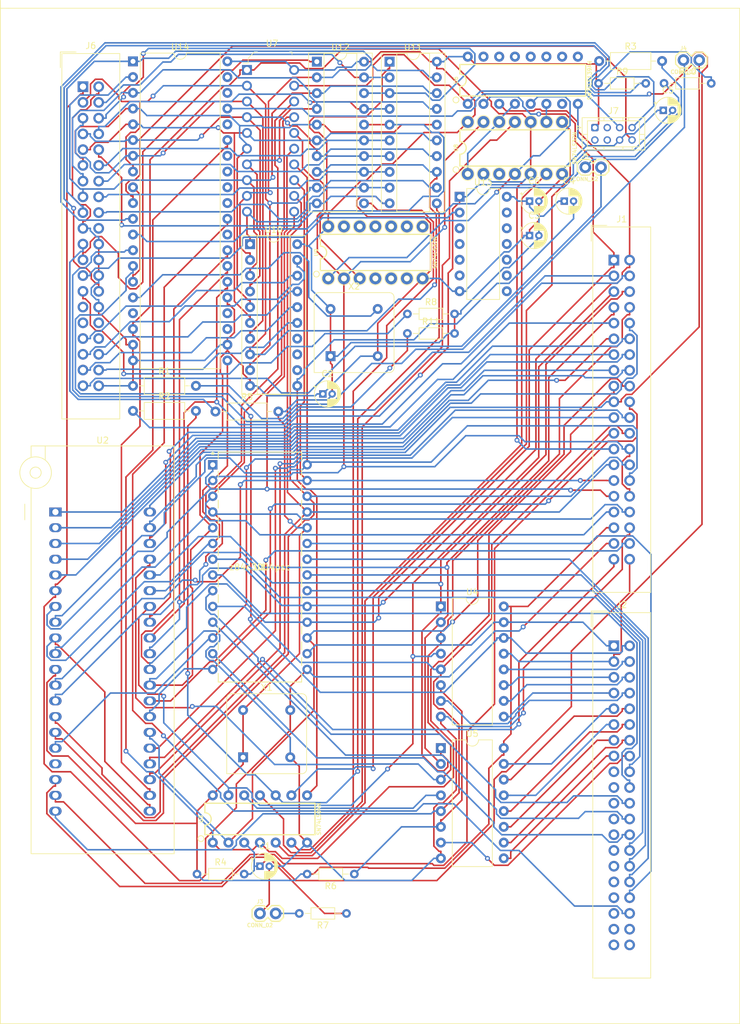
<source format=kicad_pcb>
(kicad_pcb (version 20171130) (host pcbnew "(5.1.0)-1")
  (layers (0 F.Cu signal) (31 B.Cu signal) (34 B.Paste user) (35 F.Paste user) (36 B.SilkS user) (37 F.SilkS user) (38 B.Mask user) (39 F.Mask user) (44 Edge.Cuts user))
  (net 0 "")
  (net 1 "Net-(C1-Pad2)")
  (net 2 "Net-(C1-Pad1)")
  (net 3 "Net-(J1-Pad40)")
  (net 4 "Net-(J1-Pad39)")
  (net 5 "Net-(J1-Pad38)")
  (net 6 "Net-(J1-Pad37)")
  (net 7 "Net-(J1-Pad34)")
  (net 8 "Net-(J1-Pad33)")
  (net 9 "Net-(J1-Pad31)")
  (net 10 "Net-(J1-Pad30)")
  (net 11 "Net-(J1-Pad29)")
  (net 12 "Net-(J1-Pad28)")
  (net 13 "Net-(J1-Pad27)")
  (net 14 "Net-(J1-Pad26)")
  (net 15 "Net-(J1-Pad25)")
  (net 16 "Net-(J1-Pad24)")
  (net 17 "Net-(J1-Pad23)")
  (net 18 "Net-(J1-Pad22)")
  (net 19 "Net-(J1-Pad21)")
  (net 20 "Net-(J1-Pad20)")
  (net 21 "Net-(J1-Pad19)")
  (net 22 "Net-(J1-Pad18)")
  (net 23 "Net-(J1-Pad17)")
  (net 24 "Net-(J1-Pad16)")
  (net 25 "Net-(J1-Pad15)")
  (net 26 "Net-(J1-Pad14)")
  (net 27 "Net-(J1-Pad13)")
  (net 28 "Net-(J1-Pad12)")
  (net 29 "Net-(J1-Pad11)")
  (net 30 "Net-(J1-Pad10)")
  (net 31 "Net-(J1-Pad9)")
  (net 32 "Net-(J1-Pad8)")
  (net 33 "Net-(J1-Pad7)")
  (net 34 "Net-(J1-Pad6)")
  (net 35 "Net-(J1-Pad5)")
  (net 36 "Net-(J1-Pad4)")
  (net 37 "Net-(J1-Pad3)")
  (net 38 "Net-(J1-Pad2)")
  (net 39 "Net-(J1-Pad1)")
  (net 40 "Net-(J2-Pad40)")
  (net 41 "Net-(J2-Pad39)")
  (net 42 "Net-(J2-Pad38)")
  (net 43 "Net-(J2-Pad37)")
  (net 44 "Net-(J2-Pad36)")
  (net 45 "Net-(J2-Pad35)")
  (net 46 "Net-(J2-Pad34)")
  (net 47 "Net-(J2-Pad33)")
  (net 48 "Net-(J2-Pad32)")
  (net 49 "Net-(J2-Pad31)")
  (net 50 "Net-(J2-Pad30)")
  (net 51 "Net-(J2-Pad29)")
  (net 52 "Net-(J2-Pad28)")
  (net 53 "Net-(J2-Pad27)")
  (net 54 "Net-(J2-Pad26)")
  (net 55 "Net-(J2-Pad25)")
  (net 56 "Net-(J2-Pad24)")
  (net 57 "Net-(J2-Pad23)")
  (net 58 "Net-(J2-Pad22)")
  (net 59 "Net-(J2-Pad21)")
  (net 60 "Net-(J2-Pad20)")
  (net 61 "Net-(J2-Pad19)")
  (net 62 "Net-(J2-Pad18)")
  (net 63 "Net-(J2-Pad17)")
  (net 64 "Net-(J2-Pad16)")
  (net 65 "Net-(J2-Pad15)")
  (net 66 "Net-(J2-Pad14)")
  (net 67 "Net-(J2-Pad13)")
  (net 68 "Net-(J2-Pad12)")
  (net 69 "Net-(J2-Pad11)")
  (net 70 "Net-(J2-Pad10)")
  (net 71 "Net-(J2-Pad9)")
  (net 72 "Net-(J2-Pad8)")
  (net 73 "Net-(J2-Pad7)")
  (net 74 "Net-(J2-Pad6)")
  (net 75 "Net-(J2-Pad5)")
  (net 76 "Net-(J2-Pad4)")
  (net 77 "Net-(J2-Pad3)")
  (net 78 "Net-(J2-Pad2)")
  (net 79 "Net-(J2-Pad1)")
  (net 80 "Net-(J3-Pad2)")
  (net 81 "Net-(R6-Pad1)")
  (net 82 "Net-(U2-Pad17)")
  (net 83 "Net-(U3-Pad12)")
  (net 84 "Net-(U3-Pad11)")
  (net 85 "Net-(U3-Pad9)")
  (net 86 "Net-(U3-Pad5)")
  (net 87 "Net-(C2-Pad2)")
  (net 88 "Net-(C4-Pad2)")
  (net 89 "Net-(C5-Pad2)")
  (net 90 "Net-(J4-Pad1)")
  (net 91 "Net-(J5-Pad2)")
  (net 92 "Net-(J5-Pad1)")
  (net 93 "Net-(J6-Pad38)")
  (net 94 "Net-(J6-Pad37)")
  (net 95 "Net-(J6-Pad36)")
  (net 96 "Net-(J6-Pad35)")
  (net 97 "Net-(J6-Pad34)")
  (net 98 "Net-(J6-Pad33)")
  (net 99 "Net-(J6-Pad32)")
  (net 100 "Net-(J6-Pad31)")
  (net 101 "Net-(J6-Pad29)")
  (net 102 "Net-(J6-Pad28)")
  (net 103 "Net-(J6-Pad27)")
  (net 104 "Net-(J6-Pad25)")
  (net 105 "Net-(J6-Pad23)")
  (net 106 "Net-(J6-Pad21)")
  (net 107 "Net-(J6-Pad20)")
  (net 108 "Net-(J6-Pad18)")
  (net 109 "Net-(J6-Pad17)")
  (net 110 "Net-(J6-Pad16)")
  (net 111 "Net-(J6-Pad15)")
  (net 112 "Net-(J6-Pad14)")
  (net 113 "Net-(J6-Pad13)")
  (net 114 "Net-(J6-Pad12)")
  (net 115 "Net-(J6-Pad11)")
  (net 116 "Net-(J6-Pad10)")
  (net 117 "Net-(J6-Pad9)")
  (net 118 "Net-(J6-Pad8)")
  (net 119 "Net-(J6-Pad7)")
  (net 120 "Net-(J6-Pad6)")
  (net 121 "Net-(J6-Pad5)")
  (net 122 "Net-(J6-Pad4)")
  (net 123 "Net-(J6-Pad3)")
  (net 124 "Net-(J7-Pad8)")
  (net 125 "Net-(J7-Pad4)")
  (net 126 "Net-(J7-Pad2)")
  (net 127 "Net-(J7-Pad7)")
  (net 128 "Net-(J7-Pad5)")
  (net 129 "Net-(J7-Pad3)")
  (net 130 "Net-(R2-Pad2)")
  (net 131 "Net-(R10-Pad1)")
  (net 132 "Net-(R11-Pad1)")
  (net 133 "Net-(U12-Pad11)")
  (net 134 "Net-(U6-Pad15)")
  (net 135 "Net-(U6-Pad14)")
  (net 136 "Net-(U6-Pad13)")
  (net 137 "Net-(U6-Pad12)")
  (net 138 "Net-(U6-Pad11)")
  (net 139 "Net-(U6-Pad10)")
  (net 140 "Net-(U6-Pad9)")
  (net 141 "Net-(U6-Pad7)")
  (net 142 "Net-(U6-Pad6)")
  (net 143 "Net-(U6-Pad5)")
  (net 144 "Net-(U6-Pad4)")
  (net 145 "Net-(U8-Pad3)")
  (net 146 "Net-(U9-Pad13)")
  (net 147 "Net-(U9-Pad12)")
  (net 148 "Net-(U9-Pad11)")
  (net 149 "Net-(U9-Pad10)")
  (net 150 "Net-(U9-Pad9)")
  (net 151 "Net-(U9-Pad8)")
  (net 152 "Net-(U9-Pad6)")
  (net 153 "Net-(U9-Pad5)")
  (net 154 "Net-(U9-Pad4)")
  (net 155 "Net-(U11-Pad1)")
  (net 156 "Net-(U10-Pad14)")
  (net 157 "Net-(U10-Pad13)")
  (net 158 "Net-(U10-Pad12)")
  (net 159 "Net-(U13-Pad13)")
  (net 160 "Net-(U13-Pad6)")
  (net 161 "Net-(U13-Pad12)")
  (net 162 "Net-(U13-Pad5)")
  (net 163 "Net-(U13-Pad11)")
  (net 164 "Net-(U13-Pad4)")
  (net 165 "Net-(U13-Pad10)")
  (net 166 "Net-(U13-Pad3)")
  (net 167 "Net-(U13-Pad9)")
  (net 168 "Net-(U13-Pad8)")
  (net 169 "Net-(U14-Pad39)")
  (net 170 "Net-(U14-Pad38)")
  (net 171 "Net-(U14-Pad17)")
  (net 172 "Net-(U14-Pad36)")
  (net 173 "Net-(U14-Pad16)")
  (net 174 "Net-(U14-Pad15)")
  (net 175 "Net-(U14-Pad34)")
  (net 176 "Net-(U14-Pad33)")
  (net 177 "Net-(U14-Pad32)")
  (net 178 "Net-(U14-Pad31)")
  (net 179 "Net-(U14-Pad29)")
  (net 180 "Net-(U14-Pad24)")
  (net 181 "Net-(U14-Pad23)")
  (module Oscillator:Oscillator_DIP-8 (layer F.Cu) (at 76.1652 71.38)
    (fp_text reference X2 (at 3.81 -11.26) (layer F.SilkS))
    (fp_text value "1.8432 MHz")
    (pad 4 thru_hole circle (at 7.62 0) (size 1.6 1.6) (drill 0.8) (layers *.Cu *.Mask) (net 1 "Net-(C1-Pad2)"))
    (pad 5 thru_hole circle (at 7.62 -7.62) (size 1.6 1.6) (drill 0.8) (layers *.Cu *.Mask) (net 173 "Net-(U14-Pad16)"))
    (pad 8 thru_hole circle (at 0 -7.62) (size 1.6 1.6) (drill 0.8) (layers *.Cu *.Mask) (net 87 "Net-(C2-Pad2)"))
    (pad 1 thru_hole rect (at 0 0) (size 1.6 1.6) (drill 0.8) (layers *.Cu *.Mask) (net 87 "Net-(C2-Pad2)"))
  )
  (module Package_DIP:DIP-40_W15.24mm (layer F.Cu) (at 44.2752 23.81)
    (fp_text reference U14 (at 7.62 -2.33) (layer F.SilkS))
    (fp_text value 16550)
    (pad 40 thru_hole oval (at 15.24 0) (size 1.6 1.6) (drill 0.8) (layers *.Cu *.Mask) (net 87 "Net-(C2-Pad2)"))
    (pad 20 thru_hole oval (at 0 48.26) (size 1.6 1.6) (drill 0.8) (layers *.Cu *.Mask) (net 1 "Net-(C1-Pad2)"))
    (pad 39 thru_hole oval (at 15.24 2.54) (size 1.6 1.6) (drill 0.8) (layers *.Cu *.Mask) (net 169 "Net-(U14-Pad39)"))
    (pad 19 thru_hole oval (at 0 45.72) (size 1.6 1.6) (drill 0.8) (layers *.Cu *.Mask) (net 1 "Net-(C1-Pad2)"))
    (pad 38 thru_hole oval (at 15.24 5.08) (size 1.6 1.6) (drill 0.8) (layers *.Cu *.Mask) (net 170 "Net-(U14-Pad38)"))
    (pad 18 thru_hole oval (at 0 43.18) (size 1.6 1.6) (drill 0.8) (layers *.Cu *.Mask) (net 15 "Net-(J1-Pad25)"))
    (pad 37 thru_hole oval (at 15.24 7.62) (size 1.6 1.6) (drill 0.8) (layers *.Cu *.Mask) (net 128 "Net-(J7-Pad5)"))
    (pad 17 thru_hole oval (at 0 40.64) (size 1.6 1.6) (drill 0.8) (layers *.Cu *.Mask) (net 171 "Net-(U14-Pad17)"))
    (pad 36 thru_hole oval (at 15.24 10.16) (size 1.6 1.6) (drill 0.8) (layers *.Cu *.Mask) (net 172 "Net-(U14-Pad36)"))
    (pad 16 thru_hole oval (at 0 38.1) (size 1.6 1.6) (drill 0.8) (layers *.Cu *.Mask) (net 173 "Net-(U14-Pad16)"))
    (pad 35 thru_hole oval (at 15.24 12.7) (size 1.6 1.6) (drill 0.8) (layers *.Cu *.Mask) (net 23 "Net-(J1-Pad17)"))
    (pad 15 thru_hole oval (at 0 35.56) (size 1.6 1.6) (drill 0.8) (layers *.Cu *.Mask) (net 174 "Net-(U14-Pad15)"))
    (pad 34 thru_hole oval (at 15.24 15.24) (size 1.6 1.6) (drill 0.8) (layers *.Cu *.Mask) (net 175 "Net-(U14-Pad34)"))
    (pad 14 thru_hole oval (at 0 33.02) (size 1.6 1.6) (drill 0.8) (layers *.Cu *.Mask) (net 78 "Net-(J2-Pad2)"))
    (pad 33 thru_hole oval (at 15.24 17.78) (size 1.6 1.6) (drill 0.8) (layers *.Cu *.Mask) (net 176 "Net-(U14-Pad33)"))
    (pad 13 thru_hole oval (at 0 30.48) (size 1.6 1.6) (drill 0.8) (layers *.Cu *.Mask) (net 132 "Net-(R11-Pad1)"))
    (pad 32 thru_hole oval (at 15.24 20.32) (size 1.6 1.6) (drill 0.8) (layers *.Cu *.Mask) (net 177 "Net-(U14-Pad32)"))
    (pad 12 thru_hole oval (at 0 27.94) (size 1.6 1.6) (drill 0.8) (layers *.Cu *.Mask) (net 131 "Net-(R10-Pad1)"))
    (pad 31 thru_hole oval (at 15.24 22.86) (size 1.6 1.6) (drill 0.8) (layers *.Cu *.Mask) (net 178 "Net-(U14-Pad31)"))
    (pad 11 thru_hole oval (at 0 25.4) (size 1.6 1.6) (drill 0.8) (layers *.Cu *.Mask) (net 127 "Net-(J7-Pad7)"))
    (pad 30 thru_hole oval (at 15.24 25.4) (size 1.6 1.6) (drill 0.8) (layers *.Cu *.Mask) (net 44 "Net-(J2-Pad36)"))
    (pad 10 thru_hole oval (at 0 22.86) (size 1.6 1.6) (drill 0.8) (layers *.Cu *.Mask) (net 124 "Net-(J7-Pad8)"))
    (pad 29 thru_hole oval (at 15.24 27.94) (size 1.6 1.6) (drill 0.8) (layers *.Cu *.Mask) (net 179 "Net-(U14-Pad29)"))
    (pad 9 thru_hole oval (at 0 20.32) (size 1.6 1.6) (drill 0.8) (layers *.Cu *.Mask) (net 174 "Net-(U14-Pad15)"))
    (pad 28 thru_hole oval (at 15.24 30.48) (size 1.6 1.6) (drill 0.8) (layers *.Cu *.Mask) (net 39 "Net-(J1-Pad1)"))
    (pad 8 thru_hole oval (at 0 17.78) (size 1.6 1.6) (drill 0.8) (layers *.Cu *.Mask) (net 123 "Net-(J6-Pad3)"))
    (pad 27 thru_hole oval (at 15.24 33.02) (size 1.6 1.6) (drill 0.8) (layers *.Cu *.Mask) (net 38 "Net-(J1-Pad2)"))
    (pad 7 thru_hole oval (at 0 15.24) (size 1.6 1.6) (drill 0.8) (layers *.Cu *.Mask) (net 121 "Net-(J6-Pad5)"))
    (pad 26 thru_hole oval (at 15.24 35.56) (size 1.6 1.6) (drill 0.8) (layers *.Cu *.Mask) (net 37 "Net-(J1-Pad3)"))
    (pad 6 thru_hole oval (at 0 12.7) (size 1.6 1.6) (drill 0.8) (layers *.Cu *.Mask) (net 119 "Net-(J6-Pad7)"))
    (pad 25 thru_hole oval (at 15.24 38.1) (size 1.6 1.6) (drill 0.8) (layers *.Cu *.Mask) (net 1 "Net-(C1-Pad2)"))
    (pad 5 thru_hole oval (at 0 10.16) (size 1.6 1.6) (drill 0.8) (layers *.Cu *.Mask) (net 117 "Net-(J6-Pad9)"))
    (pad 24 thru_hole oval (at 15.24 40.64) (size 1.6 1.6) (drill 0.8) (layers *.Cu *.Mask) (net 180 "Net-(U14-Pad24)"))
    (pad 4 thru_hole oval (at 0 7.62) (size 1.6 1.6) (drill 0.8) (layers *.Cu *.Mask) (net 115 "Net-(J6-Pad11)"))
    (pad 23 thru_hole oval (at 15.24 43.18) (size 1.6 1.6) (drill 0.8) (layers *.Cu *.Mask) (net 181 "Net-(U14-Pad23)"))
    (pad 3 thru_hole oval (at 0 5.08) (size 1.6 1.6) (drill 0.8) (layers *.Cu *.Mask) (net 113 "Net-(J6-Pad13)"))
    (pad 22 thru_hole oval (at 15.24 45.72) (size 1.6 1.6) (drill 0.8) (layers *.Cu *.Mask) (net 1 "Net-(C1-Pad2)"))
    (pad 2 thru_hole oval (at 0 2.54) (size 1.6 1.6) (drill 0.8) (layers *.Cu *.Mask) (net 111 "Net-(J6-Pad15)"))
    (pad 21 thru_hole oval (at 15.24 48.26) (size 1.6 1.6) (drill 0.8) (layers *.Cu *.Mask) (net 14 "Net-(J1-Pad26)"))
    (pad 1 thru_hole rect (at 0 0) (size 1.6 1.6) (drill 0.8) (layers *.Cu *.Mask) (net 109 "Net-(J6-Pad17)"))
  )
  (module Package_DIP:DIP-14_W7.62mm (layer F.Cu) (at 97.0052 45.66)
    (fp_text reference U13 (at 3.81 -2.33) (layer F.SilkS))
    (fp_text value SN74LS04N)
    (pad 14 thru_hole oval (at 7.62 0) (size 1.6 1.6) (drill 0.8) (layers *.Cu *.Mask) (net 87 "Net-(C2-Pad2)"))
    (pad 7 thru_hole oval (at 0 15.24) (size 1.6 1.6) (drill 0.8) (layers *.Cu *.Mask) (net 1 "Net-(C1-Pad2)"))
    (pad 13 thru_hole oval (at 7.62 2.54) (size 1.6 1.6) (drill 0.8) (layers *.Cu *.Mask) (net 159 "Net-(U13-Pad13)"))
    (pad 6 thru_hole oval (at 0 12.7) (size 1.6 1.6) (drill 0.8) (layers *.Cu *.Mask) (net 160 "Net-(U13-Pad6)"))
    (pad 12 thru_hole oval (at 7.62 5.08) (size 1.6 1.6) (drill 0.8) (layers *.Cu *.Mask) (net 161 "Net-(U13-Pad12)"))
    (pad 5 thru_hole oval (at 0 10.16) (size 1.6 1.6) (drill 0.8) (layers *.Cu *.Mask) (net 162 "Net-(U13-Pad5)"))
    (pad 11 thru_hole oval (at 7.62 7.62) (size 1.6 1.6) (drill 0.8) (layers *.Cu *.Mask) (net 163 "Net-(U13-Pad11)"))
    (pad 4 thru_hole oval (at 0 7.62) (size 1.6 1.6) (drill 0.8) (layers *.Cu *.Mask) (net 164 "Net-(U13-Pad4)"))
    (pad 10 thru_hole oval (at 7.62 10.16) (size 1.6 1.6) (drill 0.8) (layers *.Cu *.Mask) (net 165 "Net-(U13-Pad10)"))
    (pad 3 thru_hole oval (at 0 5.08) (size 1.6 1.6) (drill 0.8) (layers *.Cu *.Mask) (net 166 "Net-(U13-Pad3)"))
    (pad 9 thru_hole oval (at 7.62 12.7) (size 1.6 1.6) (drill 0.8) (layers *.Cu *.Mask) (net 167 "Net-(U13-Pad9)"))
    (pad 2 thru_hole oval (at 0 2.54) (size 1.6 1.6) (drill 0.8) (layers *.Cu *.Mask) (net 104 "Net-(J6-Pad25)"))
    (pad 8 thru_hole oval (at 7.62 15.24) (size 1.6 1.6) (drill 0.8) (layers *.Cu *.Mask) (net 168 "Net-(U13-Pad8)"))
    (pad 1 thru_hole rect (at 0 0) (size 1.6 1.6) (drill 0.8) (layers *.Cu *.Mask) (net 89 "Net-(C5-Pad2)"))
  )
  (module Package_DIP:DIP-20_W7.62mm_Socket (layer F.Cu) (at 73.9552 23.86)
    (fp_text reference U12 (at 3.81 -2.33) (layer F.SilkS))
    (fp_text value 74LS574)
    (pad 20 thru_hole oval (at 7.62 0) (size 1.6 1.6) (drill 0.8) (layers *.Cu *.Mask) (net 87 "Net-(C2-Pad2)"))
    (pad 10 thru_hole oval (at 0 22.86) (size 1.6 1.6) (drill 0.8) (layers *.Cu *.Mask) (net 1 "Net-(C1-Pad2)"))
    (pad 19 thru_hole oval (at 7.62 2.54) (size 1.6 1.6) (drill 0.8) (layers *.Cu *.Mask) (net 122 "Net-(J6-Pad4)"))
    (pad 9 thru_hole oval (at 0 20.32) (size 1.6 1.6) (drill 0.8) (layers *.Cu *.Mask) (net 123 "Net-(J6-Pad3)"))
    (pad 18 thru_hole oval (at 7.62 5.08) (size 1.6 1.6) (drill 0.8) (layers *.Cu *.Mask) (net 120 "Net-(J6-Pad6)"))
    (pad 8 thru_hole oval (at 0 17.78) (size 1.6 1.6) (drill 0.8) (layers *.Cu *.Mask) (net 121 "Net-(J6-Pad5)"))
    (pad 17 thru_hole oval (at 7.62 7.62) (size 1.6 1.6) (drill 0.8) (layers *.Cu *.Mask) (net 118 "Net-(J6-Pad8)"))
    (pad 7 thru_hole oval (at 0 15.24) (size 1.6 1.6) (drill 0.8) (layers *.Cu *.Mask) (net 119 "Net-(J6-Pad7)"))
    (pad 16 thru_hole oval (at 7.62 10.16) (size 1.6 1.6) (drill 0.8) (layers *.Cu *.Mask) (net 116 "Net-(J6-Pad10)"))
    (pad 6 thru_hole oval (at 0 12.7) (size 1.6 1.6) (drill 0.8) (layers *.Cu *.Mask) (net 117 "Net-(J6-Pad9)"))
    (pad 15 thru_hole oval (at 7.62 12.7) (size 1.6 1.6) (drill 0.8) (layers *.Cu *.Mask) (net 114 "Net-(J6-Pad12)"))
    (pad 5 thru_hole oval (at 0 10.16) (size 1.6 1.6) (drill 0.8) (layers *.Cu *.Mask) (net 115 "Net-(J6-Pad11)"))
    (pad 14 thru_hole oval (at 7.62 15.24) (size 1.6 1.6) (drill 0.8) (layers *.Cu *.Mask) (net 112 "Net-(J6-Pad14)"))
    (pad 4 thru_hole oval (at 0 7.62) (size 1.6 1.6) (drill 0.8) (layers *.Cu *.Mask) (net 113 "Net-(J6-Pad13)"))
    (pad 13 thru_hole oval (at 7.62 17.78) (size 1.6 1.6) (drill 0.8) (layers *.Cu *.Mask) (net 110 "Net-(J6-Pad16)"))
    (pad 3 thru_hole oval (at 0 5.08) (size 1.6 1.6) (drill 0.8) (layers *.Cu *.Mask) (net 111 "Net-(J6-Pad15)"))
    (pad 12 thru_hole oval (at 7.62 20.32) (size 1.6 1.6) (drill 0.8) (layers *.Cu *.Mask) (net 108 "Net-(J6-Pad18)"))
    (pad 2 thru_hole oval (at 0 2.54) (size 1.6 1.6) (drill 0.8) (layers *.Cu *.Mask) (net 109 "Net-(J6-Pad17)"))
    (pad 11 thru_hole oval (at 7.62 22.86) (size 1.6 1.6) (drill 0.8) (layers *.Cu *.Mask) (net 133 "Net-(U12-Pad11)"))
    (pad 1 thru_hole rect (at 0 0) (size 1.6 1.6) (drill 0.8) (layers *.Cu *.Mask) (net 105 "Net-(J6-Pad23)"))
  )
  (module Package_DIP:DIP-20_W7.62mm_Socket (layer F.Cu) (at 85.7052 23.86)
    (fp_text reference U11 (at 3.81 -2.33) (layer F.SilkS))
    (fp_text value 74LS574)
    (pad 20 thru_hole oval (at 7.62 0) (size 1.6 1.6) (drill 0.8) (layers *.Cu *.Mask) (net 87 "Net-(C2-Pad2)"))
    (pad 10 thru_hole oval (at 0 22.86) (size 1.6 1.6) (drill 0.8) (layers *.Cu *.Mask) (net 1 "Net-(C1-Pad2)"))
    (pad 19 thru_hole oval (at 7.62 2.54) (size 1.6 1.6) (drill 0.8) (layers *.Cu *.Mask) (net 109 "Net-(J6-Pad17)"))
    (pad 9 thru_hole oval (at 0 20.32) (size 1.6 1.6) (drill 0.8) (layers *.Cu *.Mask) (net 108 "Net-(J6-Pad18)"))
    (pad 18 thru_hole oval (at 7.62 5.08) (size 1.6 1.6) (drill 0.8) (layers *.Cu *.Mask) (net 111 "Net-(J6-Pad15)"))
    (pad 8 thru_hole oval (at 0 17.78) (size 1.6 1.6) (drill 0.8) (layers *.Cu *.Mask) (net 110 "Net-(J6-Pad16)"))
    (pad 17 thru_hole oval (at 7.62 7.62) (size 1.6 1.6) (drill 0.8) (layers *.Cu *.Mask) (net 113 "Net-(J6-Pad13)"))
    (pad 7 thru_hole oval (at 0 15.24) (size 1.6 1.6) (drill 0.8) (layers *.Cu *.Mask) (net 112 "Net-(J6-Pad14)"))
    (pad 16 thru_hole oval (at 7.62 10.16) (size 1.6 1.6) (drill 0.8) (layers *.Cu *.Mask) (net 115 "Net-(J6-Pad11)"))
    (pad 6 thru_hole oval (at 0 12.7) (size 1.6 1.6) (drill 0.8) (layers *.Cu *.Mask) (net 114 "Net-(J6-Pad12)"))
    (pad 15 thru_hole oval (at 7.62 12.7) (size 1.6 1.6) (drill 0.8) (layers *.Cu *.Mask) (net 117 "Net-(J6-Pad9)"))
    (pad 5 thru_hole oval (at 0 10.16) (size 1.6 1.6) (drill 0.8) (layers *.Cu *.Mask) (net 116 "Net-(J6-Pad10)"))
    (pad 14 thru_hole oval (at 7.62 15.24) (size 1.6 1.6) (drill 0.8) (layers *.Cu *.Mask) (net 119 "Net-(J6-Pad7)"))
    (pad 4 thru_hole oval (at 0 7.62) (size 1.6 1.6) (drill 0.8) (layers *.Cu *.Mask) (net 118 "Net-(J6-Pad8)"))
    (pad 13 thru_hole oval (at 7.62 17.78) (size 1.6 1.6) (drill 0.8) (layers *.Cu *.Mask) (net 121 "Net-(J6-Pad5)"))
    (pad 3 thru_hole oval (at 0 5.08) (size 1.6 1.6) (drill 0.8) (layers *.Cu *.Mask) (net 120 "Net-(J6-Pad6)"))
    (pad 12 thru_hole oval (at 7.62 20.32) (size 1.6 1.6) (drill 0.8) (layers *.Cu *.Mask) (net 123 "Net-(J6-Pad3)"))
    (pad 2 thru_hole oval (at 0 2.54) (size 1.6 1.6) (drill 0.8) (layers *.Cu *.Mask) (net 122 "Net-(J6-Pad4)"))
    (pad 11 thru_hole oval (at 7.62 22.86) (size 1.6 1.6) (drill 0.8) (layers *.Cu *.Mask) (net 130 "Net-(R2-Pad2)"))
    (pad 1 thru_hole rect (at 0 0) (size 1.6 1.6) (drill 0.8) (layers *.Cu *.Mask) (net 155 "Net-(U11-Pad1)"))
  )
  (module Package_DIP:DIP-20_W7.62mm_Socket (layer F.Cu) (at 63.1752 53.31)
    (fp_text reference U10 (at 3.81 -2.33) (layer F.SilkS))
    (fp_text value 74LS574)
    (pad 20 thru_hole oval (at 7.62 0) (size 1.6 1.6) (drill 0.8) (layers *.Cu *.Mask) (net 87 "Net-(C2-Pad2)"))
    (pad 10 thru_hole oval (at 0 22.86) (size 1.6 1.6) (drill 0.8) (layers *.Cu *.Mask) (net 1 "Net-(C1-Pad2)"))
    (pad 19 thru_hole oval (at 7.62 2.54) (size 1.6 1.6) (drill 0.8) (layers *.Cu *.Mask) (net 96 "Net-(J6-Pad35)"))
    (pad 9 thru_hole oval (at 0 20.32) (size 1.6 1.6) (drill 0.8) (layers *.Cu *.Mask) (net 123 "Net-(J6-Pad3)"))
    (pad 18 thru_hole oval (at 7.62 5.08) (size 1.6 1.6) (drill 0.8) (layers *.Cu *.Mask) (net 98 "Net-(J6-Pad33)"))
    (pad 8 thru_hole oval (at 0 17.78) (size 1.6 1.6) (drill 0.8) (layers *.Cu *.Mask) (net 121 "Net-(J6-Pad5)"))
    (pad 17 thru_hole oval (at 7.62 7.62) (size 1.6 1.6) (drill 0.8) (layers *.Cu *.Mask) (net 95 "Net-(J6-Pad36)"))
    (pad 7 thru_hole oval (at 0 15.24) (size 1.6 1.6) (drill 0.8) (layers *.Cu *.Mask) (net 119 "Net-(J6-Pad7)"))
    (pad 16 thru_hole oval (at 7.62 10.16) (size 1.6 1.6) (drill 0.8) (layers *.Cu *.Mask) (net 94 "Net-(J6-Pad37)"))
    (pad 6 thru_hole oval (at 0 12.7) (size 1.6 1.6) (drill 0.8) (layers *.Cu *.Mask) (net 117 "Net-(J6-Pad9)"))
    (pad 15 thru_hole oval (at 7.62 12.7) (size 1.6 1.6) (drill 0.8) (layers *.Cu *.Mask) (net 93 "Net-(J6-Pad38)"))
    (pad 5 thru_hole oval (at 0 10.16) (size 1.6 1.6) (drill 0.8) (layers *.Cu *.Mask) (net 115 "Net-(J6-Pad11)"))
    (pad 14 thru_hole oval (at 7.62 15.24) (size 1.6 1.6) (drill 0.8) (layers *.Cu *.Mask) (net 156 "Net-(U10-Pad14)"))
    (pad 4 thru_hole oval (at 0 7.62) (size 1.6 1.6) (drill 0.8) (layers *.Cu *.Mask) (net 113 "Net-(J6-Pad13)"))
    (pad 13 thru_hole oval (at 7.62 17.78) (size 1.6 1.6) (drill 0.8) (layers *.Cu *.Mask) (net 157 "Net-(U10-Pad13)"))
    (pad 3 thru_hole oval (at 0 5.08) (size 1.6 1.6) (drill 0.8) (layers *.Cu *.Mask) (net 111 "Net-(J6-Pad15)"))
    (pad 12 thru_hole oval (at 7.62 20.32) (size 1.6 1.6) (drill 0.8) (layers *.Cu *.Mask) (net 158 "Net-(U10-Pad12)"))
    (pad 2 thru_hole oval (at 0 2.54) (size 1.6 1.6) (drill 0.8) (layers *.Cu *.Mask) (net 109 "Net-(J6-Pad17)"))
    (pad 11 thru_hole oval (at 7.62 22.86) (size 1.6 1.6) (drill 0.8) (layers *.Cu *.Mask) (net 88 "Net-(C4-Pad2)"))
    (pad 1 thru_hole rect (at 0 0) (size 1.6 1.6) (drill 0.8) (layers *.Cu *.Mask) (net 1 "Net-(C1-Pad2)"))
  )
  (module MOD:DIP14-KIT (layer F.Cu) (at 84.6837 54.6428)
    (fp_text reference U9 (at -10.795 0 90) (layer F.SilkS) (effects (font (size 0.6096 0.6096) (thickness 0.127))))
    (fp_text value SN74LS32N (at 8.382 0 90) (layer F.SilkS) (effects (font (size 0.6096 0.6096) (thickness 0.127))))
    (pad 14 thru_hole circle (at -8.89 -4.191) (size 1.905 1.905) (drill 0.8636) (layers *.Cu *.Mask) (net 87 "Net-(C2-Pad2)"))
    (pad 13 thru_hole circle (at -6.35 -4.191) (size 1.905 1.905) (drill 0.8636) (layers *.Cu *.Mask) (net 146 "Net-(U9-Pad13)"))
    (pad 12 thru_hole circle (at -3.81 -4.191) (size 1.905 1.905) (drill 0.8636) (layers *.Cu *.Mask) (net 147 "Net-(U9-Pad12)"))
    (pad 11 thru_hole circle (at -1.27 -4.191) (size 1.905 1.905) (drill 0.8636) (layers *.Cu *.Mask) (net 148 "Net-(U9-Pad11)"))
    (pad 10 thru_hole circle (at 1.27 -4.191) (size 1.905 1.905) (drill 0.8636) (layers *.Cu *.Mask) (net 149 "Net-(U9-Pad10)"))
    (pad 9 thru_hole circle (at 3.81 -4.191) (size 1.905 1.905) (drill 0.8636) (layers *.Cu *.Mask) (net 150 "Net-(U9-Pad9)"))
    (pad 8 thru_hole circle (at 6.35 -4.191) (size 1.905 1.905) (drill 0.8636) (layers *.Cu *.Mask) (net 151 "Net-(U9-Pad8)"))
    (pad 7 thru_hole circle (at 6.35 4.191) (size 1.905 1.905) (drill 0.8636) (layers *.Cu *.Mask) (net 1 "Net-(C1-Pad2)"))
    (pad 6 thru_hole circle (at 3.81 4.191) (size 1.905 1.905) (drill 0.8636) (layers *.Cu *.Mask) (net 152 "Net-(U9-Pad6)"))
    (pad 5 thru_hole circle (at 1.27 4.191) (size 1.905 1.905) (drill 0.8636) (layers *.Cu *.Mask) (net 153 "Net-(U9-Pad5)"))
    (pad 4 thru_hole circle (at -1.27 4.191) (size 1.905 1.905) (drill 0.8636) (layers *.Cu *.Mask) (net 154 "Net-(U9-Pad4)"))
    (pad 3 thru_hole circle (at -3.81 4.191) (size 1.905 1.905) (drill 0.8636) (layers *.Cu *.Mask) (net 155 "Net-(U11-Pad1)"))
    (pad 2 thru_hole circle (at -6.35 4.191) (size 1.905 1.905) (drill 0.8636) (layers *.Cu *.Mask) (net 14 "Net-(J1-Pad26)"))
    (pad 1 thru_hole circle (at -8.89 4.191) (size 1.905 1.905) (drill 0.8636) (layers *.Cu *.Mask) (net 143 "Net-(U6-Pad5)"))
  )
  (module MOD:DIP14-KIT (layer F.Cu) (at 107.214 37.7828)
    (fp_text reference U8 (at -10.795 0 90) (layer F.SilkS) (effects (font (size 0.6096 0.6096) (thickness 0.127))))
    (fp_text value SN74LS32N (at 8.382 0 90) (layer F.SilkS) (effects (font (size 0.6096 0.6096) (thickness 0.127))))
    (pad 14 thru_hole circle (at -8.89 -4.191) (size 1.905 1.905) (drill 0.8636) (layers *.Cu *.Mask) (net 87 "Net-(C2-Pad2)"))
    (pad 13 thru_hole circle (at -6.35 -4.191) (size 1.905 1.905) (drill 0.8636) (layers *.Cu *.Mask) (net 14 "Net-(J1-Pad26)"))
    (pad 12 thru_hole circle (at -3.81 -4.191) (size 1.905 1.905) (drill 0.8636) (layers *.Cu *.Mask) (net 144 "Net-(U6-Pad4)"))
    (pad 11 thru_hole circle (at -1.27 -4.191) (size 1.905 1.905) (drill 0.8636) (layers *.Cu *.Mask) (net 84 "Net-(U3-Pad11)"))
    (pad 10 thru_hole circle (at 1.27 -4.191) (size 1.905 1.905) (drill 0.8636) (layers *.Cu *.Mask) (net 15 "Net-(J1-Pad25)"))
    (pad 9 thru_hole circle (at 3.81 -4.191) (size 1.905 1.905) (drill 0.8636) (layers *.Cu *.Mask) (net 142 "Net-(U6-Pad6)"))
    (pad 8 thru_hole circle (at 6.35 -4.191) (size 1.905 1.905) (drill 0.8636) (layers *.Cu *.Mask) (net 85 "Net-(U3-Pad9)"))
    (pad 7 thru_hole circle (at 6.35 4.191) (size 1.905 1.905) (drill 0.8636) (layers *.Cu *.Mask) (net 1 "Net-(C1-Pad2)"))
    (pad 6 thru_hole circle (at 3.81 4.191) (size 1.905 1.905) (drill 0.8636) (layers *.Cu *.Mask) (net 86 "Net-(U3-Pad5)"))
    (pad 5 thru_hole circle (at 1.27 4.191) (size 1.905 1.905) (drill 0.8636) (layers *.Cu *.Mask) (net 15 "Net-(J1-Pad25)"))
    (pad 4 thru_hole circle (at -1.27 4.191) (size 1.905 1.905) (drill 0.8636) (layers *.Cu *.Mask) (net 143 "Net-(U6-Pad5)"))
    (pad 3 thru_hole circle (at -3.81 4.191) (size 1.905 1.905) (drill 0.8636) (layers *.Cu *.Mask) (net 145 "Net-(U8-Pad3)"))
    (pad 2 thru_hole circle (at -6.35 4.191) (size 1.905 1.905) (drill 0.8636) (layers *.Cu *.Mask) (net 15 "Net-(J1-Pad25)"))
    (pad 1 thru_hole circle (at -8.89 4.191) (size 1.905 1.905) (drill 0.8636) (layers *.Cu *.Mask) (net 144 "Net-(U6-Pad4)"))
  )
  (module MOD:DIP-20_W7.62mm (layer F.Cu) (at 62.6752 25.2)
    (fp_text reference U7 (at 4.05 -4.28) (layer F.SilkS))
    (fp_text value 74LS245)
    (pad 11 thru_hole circle (at 7.62 22.86) (size 1.6 1.6) (drill 1) (layers *.Cu *.Mask) (net 13 "Net-(J1-Pad27)"))
    (pad 10 thru_hole circle (at 0 22.86) (size 1.6 1.6) (drill 1) (layers *.Cu *.Mask) (net 1 "Net-(C1-Pad2)"))
    (pad 12 thru_hole circle (at 7.62 20.32) (size 1.6 1.6) (drill 1) (layers *.Cu *.Mask) (net 12 "Net-(J1-Pad28)"))
    (pad 9 thru_hole circle (at 0 20.32) (size 1.6 1.6) (drill 1) (layers *.Cu *.Mask) (net 109 "Net-(J6-Pad17)"))
    (pad 13 thru_hole circle (at 7.62 17.78) (size 1.6 1.6) (drill 1) (layers *.Cu *.Mask) (net 11 "Net-(J1-Pad29)"))
    (pad 8 thru_hole circle (at 0 17.78) (size 1.6 1.6) (drill 1) (layers *.Cu *.Mask) (net 111 "Net-(J6-Pad15)"))
    (pad 20 thru_hole circle (at 7.62 0) (size 1.6 1.6) (drill 1) (layers *.Cu *.Mask) (net 87 "Net-(C2-Pad2)"))
    (pad 19 thru_hole circle (at 7.62 2.54) (size 1.6 1.6) (drill 1) (layers *.Cu *.Mask) (net 77 "Net-(J2-Pad3)"))
    (pad 18 thru_hole circle (at 7.62 5.08) (size 1.6 1.6) (drill 1) (layers *.Cu *.Mask) (net 7 "Net-(J1-Pad34)"))
    (pad 17 thru_hole circle (at 7.62 7.62) (size 1.6 1.6) (drill 1) (layers *.Cu *.Mask) (net 8 "Net-(J1-Pad33)"))
    (pad 16 thru_hole circle (at 7.62 10.16) (size 1.6 1.6) (drill 1) (layers *.Cu *.Mask) (net 14 "Net-(J1-Pad26)"))
    (pad 15 thru_hole circle (at 7.62 12.7) (size 1.6 1.6) (drill 1) (layers *.Cu *.Mask) (net 9 "Net-(J1-Pad31)"))
    (pad 14 thru_hole circle (at 7.62 15.24) (size 1.6 1.6) (drill 1) (layers *.Cu *.Mask) (net 10 "Net-(J1-Pad30)"))
    (pad 7 thru_hole circle (at 0 15.24) (size 1.6 1.6) (drill 1) (layers *.Cu *.Mask) (net 113 "Net-(J6-Pad13)"))
    (pad 6 thru_hole circle (at 0 12.7) (size 1.6 1.6) (drill 1) (layers *.Cu *.Mask) (net 115 "Net-(J6-Pad11)"))
    (pad 5 thru_hole circle (at 0 10.16) (size 1.6 1.6) (drill 1) (layers *.Cu *.Mask) (net 117 "Net-(J6-Pad9)"))
    (pad 4 thru_hole circle (at 0 7.62) (size 1.6 1.6) (drill 1) (layers *.Cu *.Mask) (net 119 "Net-(J6-Pad7)"))
    (pad 3 thru_hole circle (at 0 5.08) (size 1.6 1.6) (drill 1) (layers *.Cu *.Mask) (net 121 "Net-(J6-Pad5)"))
    (pad 2 thru_hole circle (at 0 2.54) (size 1.6 1.6) (drill 1) (layers *.Cu *.Mask) (net 123 "Net-(J6-Pad3)"))
    (pad 1 thru_hole rect (at 0 0) (size 1.6 1.6) (drill 1) (layers *.Cu *.Mask) (net 15 "Net-(J1-Pad25)"))
  )
  (module MOD:DIP16 (layer F.Cu) (at 107.214 26.8578)
    (fp_text reference U6 (at -10.795 0 90) (layer F.SilkS) (effects (font (size 0.6096 0.6096) (thickness 0.127))))
    (fp_text value SN74LS139AN (at 10.795 0 90) (layer F.SilkS) (effects (font (size 0.6096 0.6096) (thickness 0.127))))
    (pad 16 thru_hole circle (at -8.89 -3.81) (size 1.6256 1.6256) (drill 0.8128) (layers *.Cu *.Mask) (net 87 "Net-(C2-Pad2)"))
    (pad 15 thru_hole circle (at -6.35 -3.81) (size 1.6256 1.6256) (drill 0.8128) (layers *.Cu *.Mask) (net 134 "Net-(U6-Pad15)"))
    (pad 14 thru_hole circle (at -3.81 -3.81) (size 1.6256 1.6256) (drill 0.8128) (layers *.Cu *.Mask) (net 135 "Net-(U6-Pad14)"))
    (pad 13 thru_hole circle (at -1.27 -3.81) (size 1.6256 1.6256) (drill 0.8128) (layers *.Cu *.Mask) (net 136 "Net-(U6-Pad13)"))
    (pad 12 thru_hole circle (at 1.27 -3.81) (size 1.6256 1.6256) (drill 0.8128) (layers *.Cu *.Mask) (net 137 "Net-(U6-Pad12)"))
    (pad 11 thru_hole circle (at 3.81 -3.81) (size 1.6256 1.6256) (drill 0.8128) (layers *.Cu *.Mask) (net 138 "Net-(U6-Pad11)"))
    (pad 10 thru_hole circle (at 6.35 -3.81) (size 1.6256 1.6256) (drill 0.8128) (layers *.Cu *.Mask) (net 139 "Net-(U6-Pad10)"))
    (pad 9 thru_hole circle (at 8.89 -3.81) (size 1.6256 1.6256) (drill 0.8128) (layers *.Cu *.Mask) (net 140 "Net-(U6-Pad9)"))
    (pad 8 thru_hole circle (at 8.89 3.81) (size 1.6256 1.6256) (drill 0.8128) (layers *.Cu *.Mask) (net 1 "Net-(C1-Pad2)"))
    (pad 7 thru_hole circle (at 6.35 3.81) (size 1.6256 1.6256) (drill 0.8128) (layers *.Cu *.Mask) (net 141 "Net-(U6-Pad7)"))
    (pad 6 thru_hole circle (at 3.81 3.81) (size 1.6256 1.6256) (drill 0.8128) (layers *.Cu *.Mask) (net 142 "Net-(U6-Pad6)"))
    (pad 5 thru_hole circle (at 1.27 3.81) (size 1.6256 1.6256) (drill 0.8128) (layers *.Cu *.Mask) (net 143 "Net-(U6-Pad5)"))
    (pad 4 thru_hole circle (at -1.27 3.81) (size 1.6256 1.6256) (drill 0.8128) (layers *.Cu *.Mask) (net 144 "Net-(U6-Pad4)"))
    (pad 3 thru_hole circle (at -3.81 3.81) (size 1.6256 1.6256) (drill 0.8128) (layers *.Cu *.Mask) (net 38 "Net-(J1-Pad2)"))
    (pad 2 thru_hole circle (at -6.35 3.81) (size 1.6256 1.6256) (drill 0.8128) (layers *.Cu *.Mask) (net 39 "Net-(J1-Pad1)"))
    (pad 1 thru_hole circle (at -8.89 3.81) (size 1.6256 1.6256) (drill 0.8128) (layers *.Cu *.Mask) (net 77 "Net-(J2-Pad3)"))
  )
  (module Resistor_THT:R_Axial_DIN0204_L3.6mm_D1.6mm_P7.62mm_Horizontal (layer F.Cu) (at 88.5752 67.71)
    (fp_text reference R11 (at 3.81 -1.92) (layer F.SilkS))
    (fp_text value 10k)
    (pad 2 thru_hole oval (at 7.62 0) (size 1.4 1.4) (drill 0.7) (layers *.Cu *.Mask) (net 87 "Net-(C2-Pad2)"))
    (pad 1 thru_hole circle (at 0 0) (size 1.4 1.4) (drill 0.7) (layers *.Cu *.Mask) (net 132 "Net-(R11-Pad1)"))
  )
  (module Resistor_THT:R_Axial_DIN0204_L3.6mm_D1.6mm_P7.62mm_Horizontal (layer F.Cu) (at 130.015 27.36)
    (fp_text reference R10 (at 3.81 -1.92) (layer F.SilkS))
    (fp_text value 10k)
    (pad 2 thru_hole oval (at 7.62 0) (size 1.4 1.4) (drill 0.7) (layers *.Cu *.Mask) (net 87 "Net-(C2-Pad2)"))
    (pad 1 thru_hole circle (at 0 0) (size 1.4 1.4) (drill 0.7) (layers *.Cu *.Mask) (net 131 "Net-(R10-Pad1)"))
  )
  (module Resistor_THT:R_Axial_DIN0204_L3.6mm_D1.6mm_P7.62mm_Horizontal (layer F.Cu) (at 119.445 27.36)
    (fp_text reference R9 (at 3.81 -1.92) (layer F.SilkS))
    (fp_text value 10k)
    (pad 2 thru_hole oval (at 7.62 0) (size 1.4 1.4) (drill 0.7) (layers *.Cu *.Mask) (net 102 "Net-(J6-Pad28)"))
    (pad 1 thru_hole circle (at 0 0) (size 1.4 1.4) (drill 0.7) (layers *.Cu *.Mask) (net 87 "Net-(C2-Pad2)"))
  )
  (module Resistor_THT:R_Axial_DIN0204_L3.6mm_D1.6mm_P7.62mm_Horizontal (layer F.Cu) (at 88.5752 64.56)
    (fp_text reference R8 (at 3.81 -1.92) (layer F.SilkS))
    (fp_text value 3.3k)
    (pad 2 thru_hole oval (at 7.62 0) (size 1.4 1.4) (drill 0.7) (layers *.Cu *.Mask) (net 87 "Net-(C2-Pad2)"))
    (pad 1 thru_hole circle (at 0 0) (size 1.4 1.4) (drill 0.7) (layers *.Cu *.Mask) (net 103 "Net-(J6-Pad27)"))
  )
  (module Resistor_THT:R_Axial_DIN0207_L6.3mm_D2.5mm_P10.16mm_Horizontal (layer F.Cu) (at 57.5852 80.31)
    (fp_text reference R5 (at 5.08 -2.37) (layer F.SilkS))
    (fp_text value 3.3k)
    (pad 2 thru_hole oval (at 10.16 0) (size 1.6 1.6) (drill 0.8) (layers *.Cu *.Mask) (net 87 "Net-(C2-Pad2)"))
    (pad 1 thru_hole circle (at 0 0) (size 1.6 1.6) (drill 0.8) (layers *.Cu *.Mask) (net 106 "Net-(J6-Pad21)"))
  )
  (module Resistor_THT:R_Axial_DIN0207_L6.3mm_D2.5mm_P10.16mm_Horizontal (layer F.Cu) (at 119.545 23.76)
    (fp_text reference R3 (at 5.08 -2.37) (layer F.SilkS))
    (fp_text value 180)
    (pad 2 thru_hole oval (at 10.16 0) (size 1.6 1.6) (drill 0.8) (layers *.Cu *.Mask) (net 92 "Net-(J5-Pad1)"))
    (pad 1 thru_hole circle (at 0 0) (size 1.6 1.6) (drill 0.8) (layers *.Cu *.Mask) (net 87 "Net-(C2-Pad2)"))
  )
  (module Resistor_THT:R_Axial_DIN0207_L6.3mm_D2.5mm_P10.16mm_Horizontal (layer F.Cu) (at 44.2752 80.21)
    (fp_text reference R2 (at 5.08 -2.37) (layer F.SilkS))
    (fp_text value 50)
    (pad 2 thru_hole oval (at 10.16 0) (size 1.6 1.6) (drill 0.8) (layers *.Cu *.Mask) (net 130 "Net-(R2-Pad2)"))
    (pad 1 thru_hole circle (at 0 0) (size 1.6 1.6) (drill 0.8) (layers *.Cu *.Mask) (net 89 "Net-(C5-Pad2)"))
  )
  (module Resistor_THT:R_Axial_DIN0207_L6.3mm_D2.5mm_P10.16mm_Horizontal (layer F.Cu) (at 44.2752 76.16)
    (fp_text reference R1 (at 5.08 -2.37) (layer F.SilkS))
    (fp_text value 10k)
    (pad 2 thru_hole oval (at 10.16 0) (size 1.6 1.6) (drill 0.8) (layers *.Cu *.Mask) (net 90 "Net-(J4-Pad1)"))
    (pad 1 thru_hole circle (at 0 0) (size 1.6 1.6) (drill 0.8) (layers *.Cu *.Mask) (net 1 "Net-(C1-Pad2)"))
  )
  (module Connector_JST:JST_PHD_B8B-PHDSS_2x04_P2.00mm_Vertical (layer F.Cu) (at 118.85 34.5)
    (fp_text reference J7 (at 3 -2.7) (layer F.SilkS))
    (fp_text value Conn_02x04_Odd_Even)
    (pad 8 thru_hole circle (at 6 2) (size 1.2 1.2) (drill 0.75) (layers *.Cu *.Mask) (net 124 "Net-(J7-Pad8)"))
    (pad 6 thru_hole circle (at 4 2) (size 1.2 1.2) (drill 0.75) (layers *.Cu *.Mask) (net 1 "Net-(C1-Pad2)"))
    (pad 4 thru_hole circle (at 2 2) (size 1.2 1.2) (drill 0.75) (layers *.Cu *.Mask) (net 125 "Net-(J7-Pad4)"))
    (pad 2 thru_hole circle (at 0 2) (size 1.2 1.2) (drill 0.75) (layers *.Cu *.Mask) (net 126 "Net-(J7-Pad2)"))
    (pad 7 thru_hole circle (at 6 0) (size 1.2 1.2) (drill 0.75) (layers *.Cu *.Mask) (net 127 "Net-(J7-Pad7)"))
    (pad 5 thru_hole circle (at 4 0) (size 1.2 1.2) (drill 0.75) (layers *.Cu *.Mask) (net 128 "Net-(J7-Pad5)"))
    (pad 3 thru_hole circle (at 2 0) (size 1.2 1.2) (drill 0.75) (layers *.Cu *.Mask) (net 129 "Net-(J7-Pad3)"))
    (pad 1 thru_hole roundrect (at 0 0) (size 1.2 1.2) (drill 0.75) (layers *.Cu *.Mask) (roundrect_rratio 0.208333) (net 87 "Net-(C2-Pad2)"))
  )
  (module Connector_IDC:IDC-Header_2x20_P2.54mm_Vertical (layer F.Cu) (at 36.1952 27.895)
    (fp_text reference J6 (at 1.27 -6.604) (layer F.SilkS))
    (fp_text value Conn_02x20_Odd_Even)
    (pad 40 thru_hole oval (at 2.54 48.26) (size 1.7272 1.7272) (drill 1.016) (layers *.Cu *.Mask) (net 1 "Net-(C1-Pad2)"))
    (pad 39 thru_hole oval (at 0 48.26) (size 1.7272 1.7272) (drill 1.016) (layers *.Cu *.Mask) (net 91 "Net-(J5-Pad2)"))
    (pad 38 thru_hole oval (at 2.54 45.72) (size 1.7272 1.7272) (drill 1.016) (layers *.Cu *.Mask) (net 93 "Net-(J6-Pad38)"))
    (pad 37 thru_hole oval (at 0 45.72) (size 1.7272 1.7272) (drill 1.016) (layers *.Cu *.Mask) (net 94 "Net-(J6-Pad37)"))
    (pad 36 thru_hole oval (at 2.54 43.18) (size 1.7272 1.7272) (drill 1.016) (layers *.Cu *.Mask) (net 95 "Net-(J6-Pad36)"))
    (pad 35 thru_hole oval (at 0 43.18) (size 1.7272 1.7272) (drill 1.016) (layers *.Cu *.Mask) (net 96 "Net-(J6-Pad35)"))
    (pad 34 thru_hole oval (at 2.54 40.64) (size 1.7272 1.7272) (drill 1.016) (layers *.Cu *.Mask) (net 97 "Net-(J6-Pad34)"))
    (pad 33 thru_hole oval (at 0 40.64) (size 1.7272 1.7272) (drill 1.016) (layers *.Cu *.Mask) (net 98 "Net-(J6-Pad33)"))
    (pad 32 thru_hole oval (at 2.54 38.1) (size 1.7272 1.7272) (drill 1.016) (layers *.Cu *.Mask) (net 99 "Net-(J6-Pad32)"))
    (pad 31 thru_hole oval (at 0 38.1) (size 1.7272 1.7272) (drill 1.016) (layers *.Cu *.Mask) (net 100 "Net-(J6-Pad31)"))
    (pad 30 thru_hole oval (at 2.54 35.56) (size 1.7272 1.7272) (drill 1.016) (layers *.Cu *.Mask) (net 1 "Net-(C1-Pad2)"))
    (pad 29 thru_hole oval (at 0 35.56) (size 1.7272 1.7272) (drill 1.016) (layers *.Cu *.Mask) (net 101 "Net-(J6-Pad29)"))
    (pad 28 thru_hole oval (at 2.54 33.02) (size 1.7272 1.7272) (drill 1.016) (layers *.Cu *.Mask) (net 102 "Net-(J6-Pad28)"))
    (pad 27 thru_hole oval (at 0 33.02) (size 1.7272 1.7272) (drill 1.016) (layers *.Cu *.Mask) (net 103 "Net-(J6-Pad27)"))
    (pad 26 thru_hole oval (at 2.54 30.48) (size 1.7272 1.7272) (drill 1.016) (layers *.Cu *.Mask) (net 1 "Net-(C1-Pad2)"))
    (pad 25 thru_hole oval (at 0 30.48) (size 1.7272 1.7272) (drill 1.016) (layers *.Cu *.Mask) (net 104 "Net-(J6-Pad25)"))
    (pad 24 thru_hole oval (at 2.54 27.94) (size 1.7272 1.7272) (drill 1.016) (layers *.Cu *.Mask) (net 1 "Net-(C1-Pad2)"))
    (pad 23 thru_hole oval (at 0 27.94) (size 1.7272 1.7272) (drill 1.016) (layers *.Cu *.Mask) (net 105 "Net-(J6-Pad23)"))
    (pad 22 thru_hole oval (at 2.54 25.4) (size 1.7272 1.7272) (drill 1.016) (layers *.Cu *.Mask) (net 1 "Net-(C1-Pad2)"))
    (pad 21 thru_hole oval (at 0 25.4) (size 1.7272 1.7272) (drill 1.016) (layers *.Cu *.Mask) (net 106 "Net-(J6-Pad21)"))
    (pad 20 thru_hole oval (at 2.54 22.86) (size 1.7272 1.7272) (drill 1.016) (layers *.Cu *.Mask) (net 107 "Net-(J6-Pad20)"))
    (pad 19 thru_hole oval (at 0 22.86) (size 1.7272 1.7272) (drill 1.016) (layers *.Cu *.Mask) (net 1 "Net-(C1-Pad2)"))
    (pad 18 thru_hole oval (at 2.54 20.32) (size 1.7272 1.7272) (drill 1.016) (layers *.Cu *.Mask) (net 108 "Net-(J6-Pad18)"))
    (pad 17 thru_hole oval (at 0 20.32) (size 1.7272 1.7272) (drill 1.016) (layers *.Cu *.Mask) (net 109 "Net-(J6-Pad17)"))
    (pad 16 thru_hole oval (at 2.54 17.78) (size 1.7272 1.7272) (drill 1.016) (layers *.Cu *.Mask) (net 110 "Net-(J6-Pad16)"))
    (pad 15 thru_hole oval (at 0 17.78) (size 1.7272 1.7272) (drill 1.016) (layers *.Cu *.Mask) (net 111 "Net-(J6-Pad15)"))
    (pad 14 thru_hole oval (at 2.54 15.24) (size 1.7272 1.7272) (drill 1.016) (layers *.Cu *.Mask) (net 112 "Net-(J6-Pad14)"))
    (pad 13 thru_hole oval (at 0 15.24) (size 1.7272 1.7272) (drill 1.016) (layers *.Cu *.Mask) (net 113 "Net-(J6-Pad13)"))
    (pad 12 thru_hole oval (at 2.54 12.7) (size 1.7272 1.7272) (drill 1.016) (layers *.Cu *.Mask) (net 114 "Net-(J6-Pad12)"))
    (pad 11 thru_hole oval (at 0 12.7) (size 1.7272 1.7272) (drill 1.016) (layers *.Cu *.Mask) (net 115 "Net-(J6-Pad11)"))
    (pad 10 thru_hole oval (at 2.54 10.16) (size 1.7272 1.7272) (drill 1.016) (layers *.Cu *.Mask) (net 116 "Net-(J6-Pad10)"))
    (pad 9 thru_hole oval (at 0 10.16) (size 1.7272 1.7272) (drill 1.016) (layers *.Cu *.Mask) (net 117 "Net-(J6-Pad9)"))
    (pad 8 thru_hole oval (at 2.54 7.62) (size 1.7272 1.7272) (drill 1.016) (layers *.Cu *.Mask) (net 118 "Net-(J6-Pad8)"))
    (pad 7 thru_hole oval (at 0 7.62) (size 1.7272 1.7272) (drill 1.016) (layers *.Cu *.Mask) (net 119 "Net-(J6-Pad7)"))
    (pad 6 thru_hole oval (at 2.54 5.08) (size 1.7272 1.7272) (drill 1.016) (layers *.Cu *.Mask) (net 120 "Net-(J6-Pad6)"))
    (pad 5 thru_hole oval (at 0 5.08) (size 1.7272 1.7272) (drill 1.016) (layers *.Cu *.Mask) (net 121 "Net-(J6-Pad5)"))
    (pad 4 thru_hole oval (at 2.54 2.54) (size 1.7272 1.7272) (drill 1.016) (layers *.Cu *.Mask) (net 122 "Net-(J6-Pad4)"))
    (pad 3 thru_hole oval (at 0 2.54) (size 1.7272 1.7272) (drill 1.016) (layers *.Cu *.Mask) (net 123 "Net-(J6-Pad3)"))
    (pad 2 thru_hole oval (at 2.54 0) (size 1.7272 1.7272) (drill 1.016) (layers *.Cu *.Mask) (net 1 "Net-(C1-Pad2)"))
    (pad 1 thru_hole rect (at 0 0) (size 1.7272 1.7272) (drill 1.016) (layers *.Cu *.Mask) (net 6 "Net-(J1-Pad37)"))
  )
  (module MOD:1X02 (layer F.Cu) (at 117.302 40.8966)
    (fp_text reference J5 (at 0 -1.905) (layer F.SilkS) (effects (font (size 0.6096 0.6096) (thickness 0.127))))
    (fp_text value CONN_02 (at 0 1.905) (layer F.SilkS) (effects (font (size 0.6096 0.6096) (thickness 0.127))))
    (pad 2 thru_hole circle (at 2.54 0) (size 1.8796 1.8796) (drill 1.016) (layers *.Cu *.Mask) (net 91 "Net-(J5-Pad2)"))
    (pad 1 thru_hole circle (at 0 0) (size 1.8796 1.8796) (drill 1.016) (layers *.Cu *.Mask) (net 92 "Net-(J5-Pad1)"))
  )
  (module MOD:1X02 (layer F.Cu) (at 133.152 23.6066)
    (fp_text reference J4 (at 0 -1.905) (layer F.SilkS) (effects (font (size 0.6096 0.6096) (thickness 0.127))))
    (fp_text value CONN_02 (at 0 1.905) (layer F.SilkS) (effects (font (size 0.6096 0.6096) (thickness 0.127))))
    (pad 2 thru_hole circle (at 2.54 0) (size 1.8796 1.8796) (drill 1.016) (layers *.Cu *.Mask) (net 21 "Net-(J1-Pad19)"))
    (pad 1 thru_hole circle (at 0 0) (size 1.8796 1.8796) (drill 1.016) (layers *.Cu *.Mask) (net 90 "Net-(J4-Pad1)"))
  )
  (module Capacitor_THT:CP_Radial_D4.0mm_P1.50mm (layer F.Cu) (at 108.31 46.36)
    (fp_text reference C6 (at 0.75 -3.25) (layer F.SilkS))
    (fp_text value 1000uF)
    (pad 2 thru_hole circle (at 1.5 0) (size 1.2 1.2) (drill 0.6) (layers *.Cu *.Mask) (net 1 "Net-(C1-Pad2)"))
    (pad 1 thru_hole rect (at 0 0) (size 1.2 1.2) (drill 0.6) (layers *.Cu *.Mask) (net 87 "Net-(C2-Pad2)"))
  )
  (module Capacitor_THT:CP_Radial_D4.0mm_P1.50mm (layer F.Cu) (at 129.9 31.71)
    (fp_text reference C5 (at 0.75 -3.25) (layer F.SilkS))
    (fp_text value 1nF)
    (pad 2 thru_hole circle (at 1.5 0) (size 1.2 1.2) (drill 0.6) (layers *.Cu *.Mask) (net 89 "Net-(C5-Pad2)"))
    (pad 1 thru_hole rect (at 0 0) (size 1.2 1.2) (drill 0.6) (layers *.Cu *.Mask) (net 1 "Net-(C1-Pad2)"))
  )
  (module Capacitor_THT:CP_Radial_D4.0mm_P1.50mm (layer F.Cu) (at 113.91 46.36)
    (fp_text reference C4 (at 0.75 -3.25) (layer F.SilkS))
    (fp_text value 1000uF)
    (pad 2 thru_hole circle (at 1.5 0) (size 1.2 1.2) (drill 0.6) (layers *.Cu *.Mask) (net 88 "Net-(C4-Pad2)"))
    (pad 1 thru_hole rect (at 0 0) (size 1.2 1.2) (drill 0.6) (layers *.Cu *.Mask) (net 87 "Net-(C2-Pad2)"))
  )
  (module Capacitor_THT:CP_Radial_D4.0mm_P1.50mm (layer F.Cu) (at 108.31 51.91)
    (fp_text reference C3 (at 0.75 -3.25) (layer F.SilkS))
    (fp_text value 1000uF)
    (pad 2 thru_hole circle (at 1.5 0) (size 1.2 1.2) (drill 0.6) (layers *.Cu *.Mask) (net 87 "Net-(C2-Pad2)"))
    (pad 1 thru_hole rect (at 0 0) (size 1.2 1.2) (drill 0.6) (layers *.Cu *.Mask) (net 1 "Net-(C1-Pad2)"))
  )
  (module Capacitor_THT:CP_Radial_D4.0mm_P1.50mm (layer F.Cu) (at 74.93 77.47)
    (fp_text reference C2 (at 0.75 -3.25) (layer F.SilkS))
    (fp_text value 1000uF)
    (pad 2 thru_hole circle (at 1.5 0) (size 1.2 1.2) (drill 0.6) (layers *.Cu *.Mask) (net 87 "Net-(C2-Pad2)"))
    (pad 1 thru_hole rect (at 0 0) (size 1.2 1.2) (drill 0.6) (layers *.Cu *.Mask) (net 1 "Net-(C1-Pad2)"))
  )
  (module Oscillator:Oscillator_DIP-8 (layer F.Cu) (at 62.0452 136.1)
    (fp_text reference X1 (at 3.81 -11.26) (layer F.SilkS))
    (fp_text value CXO_DIP8)
    (pad 4 thru_hole circle (at 7.62 0) (size 1.6 1.6) (drill 0.8) (layers *.Cu *.Mask) (net 1 "Net-(C1-Pad2)"))
    (pad 5 thru_hole circle (at 7.62 -7.62) (size 1.6 1.6) (drill 0.8) (layers *.Cu *.Mask) (net 6 "Net-(J1-Pad37)"))
    (pad 8 thru_hole circle (at 0 -7.62) (size 1.6 1.6) (drill 0.8) (layers *.Cu *.Mask) (net 87 "Net-(C2-Pad2)"))
    (pad 1 thru_hole rect (at 0 0) (size 1.6 1.6) (drill 0.8) (layers *.Cu *.Mask) (net 87 "Net-(C2-Pad2)"))
  )
  (module Package_DIP:DIP-16_W10.16mm (layer F.Cu) (at 93.98 134.62)
    (fp_text reference U5 (at 5.08 -2.33) (layer F.SilkS))
    (fp_text value 74LS138)
    (pad 16 thru_hole oval (at 10.16 0) (size 1.6 1.6) (drill 0.8) (layers *.Cu *.Mask) (net 87 "Net-(C2-Pad2)"))
    (pad 8 thru_hole oval (at 0 17.78) (size 1.6 1.6) (drill 0.8) (layers *.Cu *.Mask) (net 1 "Net-(C1-Pad2)"))
    (pad 15 thru_hole oval (at 10.16 2.54) (size 1.6 1.6) (drill 0.8) (layers *.Cu *.Mask) (net 71 "Net-(J2-Pad9)"))
    (pad 7 thru_hole oval (at 0 15.24) (size 1.6 1.6) (drill 0.8) (layers *.Cu *.Mask) (net 64 "Net-(J2-Pad16)"))
    (pad 14 thru_hole oval (at 10.16 5.08) (size 1.6 1.6) (drill 0.8) (layers *.Cu *.Mask) (net 70 "Net-(J2-Pad10)"))
    (pad 6 thru_hole oval (at 0 12.7) (size 1.6 1.6) (drill 0.8) (layers *.Cu *.Mask) (net 81 "Net-(R6-Pad1)"))
    (pad 13 thru_hole oval (at 10.16 7.62) (size 1.6 1.6) (drill 0.8) (layers *.Cu *.Mask) (net 69 "Net-(J2-Pad11)"))
    (pad 5 thru_hole oval (at 0 10.16) (size 1.6 1.6) (drill 0.8) (layers *.Cu *.Mask) (net 16 "Net-(J1-Pad24)"))
    (pad 12 thru_hole oval (at 10.16 10.16) (size 1.6 1.6) (drill 0.8) (layers *.Cu *.Mask) (net 68 "Net-(J2-Pad12)"))
    (pad 4 thru_hole oval (at 0 7.62) (size 1.6 1.6) (drill 0.8) (layers *.Cu *.Mask) (net 83 "Net-(U3-Pad12)"))
    (pad 11 thru_hole oval (at 10.16 12.7) (size 1.6 1.6) (drill 0.8) (layers *.Cu *.Mask) (net 67 "Net-(J2-Pad13)"))
    (pad 3 thru_hole oval (at 0 5.08) (size 1.6 1.6) (drill 0.8) (layers *.Cu *.Mask) (net 32 "Net-(J1-Pad8)"))
    (pad 10 thru_hole oval (at 10.16 15.24) (size 1.6 1.6) (drill 0.8) (layers *.Cu *.Mask) (net 66 "Net-(J2-Pad14)"))
    (pad 2 thru_hole oval (at 0 2.54) (size 1.6 1.6) (drill 0.8) (layers *.Cu *.Mask) (net 33 "Net-(J1-Pad7)"))
    (pad 9 thru_hole oval (at 10.16 17.78) (size 1.6 1.6) (drill 0.8) (layers *.Cu *.Mask) (net 65 "Net-(J2-Pad15)"))
    (pad 1 thru_hole rect (at 0 0) (size 1.6 1.6) (drill 0.8) (layers *.Cu *.Mask) (net 34 "Net-(J1-Pad6)"))
  )
  (module Package_DIP:DIP-16_W10.16mm (layer F.Cu) (at 93.98 111.76)
    (fp_text reference U4 (at 5.08 -2.33) (layer F.SilkS))
    (fp_text value 74LS138)
    (pad 16 thru_hole oval (at 10.16 0) (size 1.6 1.6) (drill 0.8) (layers *.Cu *.Mask) (net 87 "Net-(C2-Pad2)"))
    (pad 8 thru_hole oval (at 0 17.78) (size 1.6 1.6) (drill 0.8) (layers *.Cu *.Mask) (net 1 "Net-(C1-Pad2)"))
    (pad 15 thru_hole oval (at 10.16 2.54) (size 1.6 1.6) (drill 0.8) (layers *.Cu *.Mask) (net 79 "Net-(J2-Pad1)"))
    (pad 7 thru_hole oval (at 0 15.24) (size 1.6 1.6) (drill 0.8) (layers *.Cu *.Mask) (net 72 "Net-(J2-Pad8)"))
    (pad 14 thru_hole oval (at 10.16 5.08) (size 1.6 1.6) (drill 0.8) (layers *.Cu *.Mask) (net 78 "Net-(J2-Pad2)"))
    (pad 6 thru_hole oval (at 0 12.7) (size 1.6 1.6) (drill 0.8) (layers *.Cu *.Mask) (net 81 "Net-(R6-Pad1)"))
    (pad 13 thru_hole oval (at 10.16 7.62) (size 1.6 1.6) (drill 0.8) (layers *.Cu *.Mask) (net 77 "Net-(J2-Pad3)"))
    (pad 5 thru_hole oval (at 0 10.16) (size 1.6 1.6) (drill 0.8) (layers *.Cu *.Mask) (net 16 "Net-(J1-Pad24)"))
    (pad 12 thru_hole oval (at 10.16 10.16) (size 1.6 1.6) (drill 0.8) (layers *.Cu *.Mask) (net 76 "Net-(J2-Pad4)"))
    (pad 4 thru_hole oval (at 0 7.62) (size 1.6 1.6) (drill 0.8) (layers *.Cu *.Mask) (net 35 "Net-(J1-Pad5)"))
    (pad 11 thru_hole oval (at 10.16 12.7) (size 1.6 1.6) (drill 0.8) (layers *.Cu *.Mask) (net 75 "Net-(J2-Pad5)"))
    (pad 3 thru_hole oval (at 0 5.08) (size 1.6 1.6) (drill 0.8) (layers *.Cu *.Mask) (net 32 "Net-(J1-Pad8)"))
    (pad 10 thru_hole oval (at 10.16 15.24) (size 1.6 1.6) (drill 0.8) (layers *.Cu *.Mask) (net 74 "Net-(J2-Pad6)"))
    (pad 2 thru_hole oval (at 0 2.54) (size 1.6 1.6) (drill 0.8) (layers *.Cu *.Mask) (net 33 "Net-(J1-Pad7)"))
    (pad 9 thru_hole oval (at 10.16 17.78) (size 1.6 1.6) (drill 0.8) (layers *.Cu *.Mask) (net 73 "Net-(J2-Pad7)"))
    (pad 1 thru_hole rect (at 0 0) (size 1.6 1.6) (drill 0.8) (layers *.Cu *.Mask) (net 34 "Net-(J1-Pad6)"))
  )
  (module MOD:DIP14 (layer F.Cu) (at 64.77 146.05)
    (fp_text reference U3 (at -9.525 0 90) (layer F.SilkS) (effects (font (size 0.6096 0.6096) (thickness 0.127))))
    (fp_text value SN74LS04N (at 9.525 0 90) (layer F.SilkS) (effects (font (size 0.6096 0.6096) (thickness 0.127))))
    (pad 14 thru_hole circle (at -7.62 -3.81) (size 1.6256 1.6256) (drill 0.8128) (layers *.Cu *.Mask) (net 87 "Net-(C2-Pad2)"))
    (pad 13 thru_hole circle (at -5.08 -3.81) (size 1.6256 1.6256) (drill 0.8128) (layers *.Cu *.Mask) (net 35 "Net-(J1-Pad5)"))
    (pad 12 thru_hole circle (at -2.54 -3.81) (size 1.6256 1.6256) (drill 0.8128) (layers *.Cu *.Mask) (net 83 "Net-(U3-Pad12)"))
    (pad 11 thru_hole circle (at 0 -3.81) (size 1.6256 1.6256) (drill 0.8128) (layers *.Cu *.Mask) (net 84 "Net-(U3-Pad11)"))
    (pad 10 thru_hole circle (at 2.54 -3.81) (size 1.6256 1.6256) (drill 0.8128) (layers *.Cu *.Mask) (net 130 "Net-(R2-Pad2)"))
    (pad 9 thru_hole circle (at 5.08 -3.81) (size 1.6256 1.6256) (drill 0.8128) (layers *.Cu *.Mask) (net 85 "Net-(U3-Pad9)"))
    (pad 8 thru_hole circle (at 7.62 -3.81) (size 1.6256 1.6256) (drill 0.8128) (layers *.Cu *.Mask) (net 88 "Net-(C4-Pad2)"))
    (pad 7 thru_hole circle (at 7.62 3.81) (size 1.6256 1.6256) (drill 0.8128) (layers *.Cu *.Mask) (net 1 "Net-(C1-Pad2)"))
    (pad 6 thru_hole circle (at 5.08 3.81) (size 1.6256 1.6256) (drill 0.8128) (layers *.Cu *.Mask) (net 133 "Net-(U12-Pad11)"))
    (pad 5 thru_hole circle (at 2.54 3.81) (size 1.6256 1.6256) (drill 0.8128) (layers *.Cu *.Mask) (net 86 "Net-(U3-Pad5)"))
    (pad 4 thru_hole circle (at 0 3.81) (size 1.6256 1.6256) (drill 0.8128) (layers *.Cu *.Mask) (net 23 "Net-(J1-Pad17)"))
    (pad 3 thru_hole circle (at -2.54 3.81) (size 1.6256 1.6256) (drill 0.8128) (layers *.Cu *.Mask) (net 2 "Net-(C1-Pad1)"))
    (pad 2 thru_hole circle (at -5.08 3.81) (size 1.6256 1.6256) (drill 0.8128) (layers *.Cu *.Mask) (net 22 "Net-(J1-Pad18)"))
    (pad 1 thru_hole circle (at -7.62 3.81) (size 1.6256 1.6256) (drill 0.8128) (layers *.Cu *.Mask) (net 23 "Net-(J1-Pad17)"))
  )
  (module Socket:DIP_Socket-40_W11.9_W12.7_W15.24_W17.78_W18.5_3M_240-1280-00-0602J (layer F.Cu) (at 31.75 96.52)
    (fp_text reference U2 (at 7.62 -11.56) (layer F.SilkS))
    (fp_text value Z80CPU)
    (pad 21 thru_hole oval (at 15.24 48.26) (size 2 1.44) (drill 1) (layers *.Cu *.Mask) (net 14 "Net-(J1-Pad26)"))
    (pad 20 thru_hole oval (at 0 48.26) (size 2 1.44) (drill 1) (layers *.Cu *.Mask) (net 16 "Net-(J1-Pad24)"))
    (pad 22 thru_hole oval (at 15.24 45.72) (size 2 1.44) (drill 1) (layers *.Cu *.Mask) (net 15 "Net-(J1-Pad25)"))
    (pad 19 thru_hole oval (at 0 45.72) (size 2 1.44) (drill 1) (layers *.Cu *.Mask) (net 17 "Net-(J1-Pad23)"))
    (pad 23 thru_hole oval (at 15.24 43.18) (size 2 1.44) (drill 1) (layers *.Cu *.Mask) (net 18 "Net-(J1-Pad22)"))
    (pad 18 thru_hole oval (at 0 43.18) (size 2 1.44) (drill 1) (layers *.Cu *.Mask) (net 3 "Net-(J1-Pad40)"))
    (pad 24 thru_hole oval (at 15.24 40.64) (size 2 1.44) (drill 1) (layers *.Cu *.Mask) (net 4 "Net-(J1-Pad39)"))
    (pad 17 thru_hole oval (at 0 40.64) (size 2 1.44) (drill 1) (layers *.Cu *.Mask) (net 82 "Net-(U2-Pad17)"))
    (pad 25 thru_hole oval (at 15.24 38.1) (size 2 1.44) (drill 1) (layers *.Cu *.Mask) (net 19 "Net-(J1-Pad21)"))
    (pad 16 thru_hole oval (at 0 38.1) (size 2 1.44) (drill 1) (layers *.Cu *.Mask) (net 21 "Net-(J1-Pad19)"))
    (pad 26 thru_hole oval (at 15.24 35.56) (size 2 1.44) (drill 1) (layers *.Cu *.Mask) (net 22 "Net-(J1-Pad18)"))
    (pad 15 thru_hole oval (at 0 35.56) (size 2 1.44) (drill 1) (layers *.Cu *.Mask) (net 12 "Net-(J1-Pad28)"))
    (pad 27 thru_hole oval (at 15.24 33.02) (size 2 1.44) (drill 1) (layers *.Cu *.Mask) (net 20 "Net-(J1-Pad20)"))
    (pad 14 thru_hole oval (at 0 33.02) (size 2 1.44) (drill 1) (layers *.Cu *.Mask) (net 13 "Net-(J1-Pad27)"))
    (pad 28 thru_hole oval (at 15.24 30.48) (size 2 1.44) (drill 1) (layers *.Cu *.Mask) (net 5 "Net-(J1-Pad38)"))
    (pad 13 thru_hole oval (at 0 30.48) (size 2 1.44) (drill 1) (layers *.Cu *.Mask) (net 7 "Net-(J1-Pad34)"))
    (pad 29 thru_hole oval (at 15.24 27.94) (size 2 1.44) (drill 1) (layers *.Cu *.Mask) (net 1 "Net-(C1-Pad2)"))
    (pad 12 thru_hole oval (at 0 27.94) (size 2 1.44) (drill 1) (layers *.Cu *.Mask) (net 11 "Net-(J1-Pad29)"))
    (pad 30 thru_hole oval (at 15.24 25.4) (size 2 1.44) (drill 1) (layers *.Cu *.Mask) (net 39 "Net-(J1-Pad1)"))
    (pad 11 thru_hole oval (at 0 25.4) (size 2 1.44) (drill 1) (layers *.Cu *.Mask) (net 87 "Net-(C2-Pad2)"))
    (pad 31 thru_hole oval (at 15.24 22.86) (size 2 1.44) (drill 1) (layers *.Cu *.Mask) (net 38 "Net-(J1-Pad2)"))
    (pad 10 thru_hole oval (at 0 22.86) (size 2 1.44) (drill 1) (layers *.Cu *.Mask) (net 8 "Net-(J1-Pad33)"))
    (pad 32 thru_hole oval (at 15.24 20.32) (size 2 1.44) (drill 1) (layers *.Cu *.Mask) (net 37 "Net-(J1-Pad3)"))
    (pad 9 thru_hole oval (at 0 20.32) (size 2 1.44) (drill 1) (layers *.Cu *.Mask) (net 14 "Net-(J1-Pad26)"))
    (pad 33 thru_hole oval (at 15.24 17.78) (size 2 1.44) (drill 1) (layers *.Cu *.Mask) (net 36 "Net-(J1-Pad4)"))
    (pad 8 thru_hole oval (at 0 17.78) (size 2 1.44) (drill 1) (layers *.Cu *.Mask) (net 10 "Net-(J1-Pad30)"))
    (pad 34 thru_hole oval (at 15.24 15.24) (size 2 1.44) (drill 1) (layers *.Cu *.Mask) (net 35 "Net-(J1-Pad5)"))
    (pad 7 thru_hole oval (at 0 15.24) (size 2 1.44) (drill 1) (layers *.Cu *.Mask) (net 9 "Net-(J1-Pad31)"))
    (pad 35 thru_hole oval (at 15.24 12.7) (size 2 1.44) (drill 1) (layers *.Cu *.Mask) (net 34 "Net-(J1-Pad6)"))
    (pad 6 thru_hole oval (at 0 12.7) (size 2 1.44) (drill 1) (layers *.Cu *.Mask) (net 6 "Net-(J1-Pad37)"))
    (pad 36 thru_hole oval (at 15.24 10.16) (size 2 1.44) (drill 1) (layers *.Cu *.Mask) (net 33 "Net-(J1-Pad7)"))
    (pad 5 thru_hole oval (at 0 10.16) (size 2 1.44) (drill 1) (layers *.Cu *.Mask) (net 24 "Net-(J1-Pad16)"))
    (pad 37 thru_hole oval (at 15.24 7.62) (size 2 1.44) (drill 1) (layers *.Cu *.Mask) (net 32 "Net-(J1-Pad8)"))
    (pad 4 thru_hole oval (at 0 7.62) (size 2 1.44) (drill 1) (layers *.Cu *.Mask) (net 25 "Net-(J1-Pad15)"))
    (pad 38 thru_hole oval (at 15.24 5.08) (size 2 1.44) (drill 1) (layers *.Cu *.Mask) (net 31 "Net-(J1-Pad9)"))
    (pad 3 thru_hole oval (at 0 5.08) (size 2 1.44) (drill 1) (layers *.Cu *.Mask) (net 26 "Net-(J1-Pad14)"))
    (pad 39 thru_hole oval (at 15.24 2.54) (size 2 1.44) (drill 1) (layers *.Cu *.Mask) (net 30 "Net-(J1-Pad10)"))
    (pad 2 thru_hole oval (at 0 2.54) (size 2 1.44) (drill 1) (layers *.Cu *.Mask) (net 27 "Net-(J1-Pad13)"))
    (pad 40 thru_hole oval (at 15.24 0) (size 2 1.44) (drill 1) (layers *.Cu *.Mask) (net 29 "Net-(J1-Pad11)"))
    (pad 1 thru_hole rect (at 0 0) (size 2 1.44) (drill 1) (layers *.Cu *.Mask) (net 28 "Net-(J1-Pad12)"))
  )
  (module MOD:z84c3004psc (layer F.Cu) (at 72.39 121.92)
    (fp_text reference U1 (at -7.62 -16.51) (layer F.SilkS))
    (fp_text value z84c3004psc (at -7.62 -16.51) (layer F.SilkS))
    (fp_text user * (at -15.24 -34.544) (layer F.SilkS))
    (pad 28 thru_hole circle (at 0 -33.02) (size 1.524 1.524) (drill 0.8128) (layers *.Cu *.Mask) (net 10 "Net-(J1-Pad30)"))
    (pad 27 thru_hole circle (at 0 -30.48) (size 1.524 1.524) (drill 0.8128) (layers *.Cu *.Mask) (net 11 "Net-(J1-Pad29)"))
    (pad 26 thru_hole circle (at 0 -27.94) (size 1.524 1.524) (drill 0.8128) (layers *.Cu *.Mask) (net 12 "Net-(J1-Pad28)"))
    (pad 25 thru_hole circle (at 0 -25.4) (size 1.524 1.524) (drill 0.8128) (layers *.Cu *.Mask) (net 13 "Net-(J1-Pad27)"))
    (pad 24 thru_hole circle (at 0 -22.86) (size 1.524 1.524) (drill 0.8128) (layers *.Cu *.Mask) (net 87 "Net-(C2-Pad2)"))
    (pad 23 thru_hole circle (at 0 -20.32) (size 1.524 1.524) (drill 0.8128) (layers *.Cu *.Mask) (net 46 "Net-(J2-Pad34)"))
    (pad 22 thru_hole circle (at 0 -17.78) (size 1.524 1.524) (drill 0.8128) (layers *.Cu *.Mask) (net 48 "Net-(J2-Pad32)"))
    (pad 21 thru_hole circle (at 0 -15.24) (size 1.524 1.524) (drill 0.8128) (layers *.Cu *.Mask) (net 50 "Net-(J2-Pad30)"))
    (pad 20 thru_hole circle (at 0 -12.7) (size 1.524 1.524) (drill 0.8128) (layers *.Cu *.Mask) (net 52 "Net-(J2-Pad28)"))
    (pad 19 thru_hole circle (at 0 -10.16) (size 1.524 1.524) (drill 0.8128) (layers *.Cu *.Mask) (net 38 "Net-(J1-Pad2)"))
    (pad 18 thru_hole circle (at 0 -7.62) (size 1.524 1.524) (drill 0.8128) (layers *.Cu *.Mask) (net 39 "Net-(J1-Pad1)"))
    (pad 17 thru_hole circle (at 0 -5.08) (size 1.524 1.524) (drill 0.8128) (layers *.Cu *.Mask) (net 22 "Net-(J1-Pad18)"))
    (pad 16 thru_hole circle (at 0 -2.54) (size 1.524 1.524) (drill 0.8128) (layers *.Cu *.Mask) (net 79 "Net-(J2-Pad1)"))
    (pad 15 thru_hole circle (at 0 0) (size 1.524 1.524) (drill 0.8128) (layers *.Cu *.Mask) (net 6 "Net-(J1-Pad37)"))
    (pad 14 thru_hole circle (at -15.24 0) (size 1.524 1.524) (drill 0.8128) (layers *.Cu *.Mask) (net 20 "Net-(J1-Pad20)"))
    (pad 13 thru_hole circle (at -15.24 -2.54) (size 1.524 1.524) (drill 0.8128) (layers *.Cu *.Mask) (net 54 "Net-(J2-Pad26)"))
    (pad 12 thru_hole circle (at -15.24 -5.08) (size 1.524 1.524) (drill 0.8128) (layers *.Cu *.Mask) (net 21 "Net-(J1-Pad19)"))
    (pad 11 thru_hole circle (at -15.24 -7.62) (size 1.524 1.524) (drill 0.8128) (layers *.Cu *.Mask) (net 56 "Net-(J2-Pad24)"))
    (pad 10 thru_hole circle (at -15.24 -10.16) (size 1.524 1.524) (drill 0.8128) (layers *.Cu *.Mask) (net 16 "Net-(J1-Pad24)"))
    (pad 9 thru_hole circle (at -15.24 -12.7) (size 1.524 1.524) (drill 0.8128) (layers *.Cu *.Mask) (net 58 "Net-(J2-Pad22)"))
    (pad 8 thru_hole circle (at -15.24 -15.24) (size 1.524 1.524) (drill 0.8128) (layers *.Cu *.Mask) (net 60 "Net-(J2-Pad20)"))
    (pad 7 thru_hole circle (at -15.24 -17.78) (size 1.524 1.524) (drill 0.8128) (layers *.Cu *.Mask) (net 62 "Net-(J2-Pad18)"))
    (pad 6 thru_hole circle (at -15.24 -20.32) (size 1.524 1.524) (drill 0.8128) (layers *.Cu *.Mask) (net 14 "Net-(J1-Pad26)"))
    (pad 5 thru_hole circle (at -15.24 -22.86) (size 1.524 1.524) (drill 0.8128) (layers *.Cu *.Mask) (net 1 "Net-(C1-Pad2)"))
    (pad 4 thru_hole circle (at -15.24 -25.4) (size 1.524 1.524) (drill 0.8128) (layers *.Cu *.Mask) (net 7 "Net-(J1-Pad34)"))
    (pad 3 thru_hole circle (at -15.24 -27.94) (size 1.524 1.524) (drill 0.8128) (layers *.Cu *.Mask) (net 8 "Net-(J1-Pad33)"))
    (pad 2 thru_hole circle (at -15.24 -30.48) (size 1.524 1.524) (drill 0.8128) (layers *.Cu *.Mask) (net 14 "Net-(J1-Pad26)"))
    (pad 1 thru_hole rect (at -15.24 -33.02) (size 1.524 1.524) (drill 0.8128) (layers *.Cu *.Mask) (net 9 "Net-(J1-Pad31)"))
  )
  (module Resistor_THT:R_Axial_DIN0204_L3.6mm_D1.6mm_P7.62mm_Horizontal (layer F.Cu) (at 78.74 161.29 180)
    (fp_text reference R7 (at 3.81 -1.92 180) (layer F.SilkS))
    (fp_text value 100)
    (pad 2 thru_hole oval (at 7.62 0 180) (size 1.4 1.4) (drill 0.7) (layers *.Cu *.Mask) (net 80 "Net-(J3-Pad2)"))
    (pad 1 thru_hole circle (at 0 0 180) (size 1.4 1.4) (drill 0.7) (layers *.Cu *.Mask) (net 2 "Net-(C1-Pad1)"))
  )
  (module Resistor_THT:R_Axial_DIN0204_L3.6mm_D1.6mm_P7.62mm_Horizontal (layer F.Cu) (at 80.01 154.94 180)
    (fp_text reference R6 (at 3.81 -1.92 180) (layer F.SilkS))
    (fp_text value 10k)
    (pad 2 thru_hole oval (at 7.62 0 180) (size 1.4 1.4) (drill 0.7) (layers *.Cu *.Mask) (net 87 "Net-(C2-Pad2)"))
    (pad 1 thru_hole circle (at 0 0 180) (size 1.4 1.4) (drill 0.7) (layers *.Cu *.Mask) (net 81 "Net-(R6-Pad1)"))
  )
  (module Resistor_THT:R_Axial_DIN0204_L3.6mm_D1.6mm_P7.62mm_Horizontal (layer F.Cu) (at 54.61 154.94)
    (fp_text reference R4 (at 3.81 -1.92) (layer F.SilkS))
    (fp_text value 47k)
    (pad 2 thru_hole oval (at 7.62 0) (size 1.4 1.4) (drill 0.7) (layers *.Cu *.Mask) (net 2 "Net-(C1-Pad1)"))
    (pad 1 thru_hole circle (at 0 0) (size 1.4 1.4) (drill 0.7) (layers *.Cu *.Mask) (net 87 "Net-(C2-Pad2)"))
  )
  (module MOD:1X02 (layer F.Cu) (at 64.77 161.29)
    (fp_text reference J3 (at 0 -1.905) (layer F.SilkS) (effects (font (size 0.6096 0.6096) (thickness 0.127))))
    (fp_text value CONN_02 (at 0 1.905) (layer F.SilkS) (effects (font (size 0.6096 0.6096) (thickness 0.127))))
    (pad 2 thru_hole circle (at 2.54 0) (size 1.8796 1.8796) (drill 1.016) (layers *.Cu *.Mask) (net 80 "Net-(J3-Pad2)"))
    (pad 1 thru_hole circle (at 0 0) (size 1.8796 1.8796) (drill 1.016) (layers *.Cu *.Mask) (net 1 "Net-(C1-Pad2)"))
  )
  (module Connector_IDC:IDC-Header_2x20_P2.54mm_Vertical (layer F.Cu) (at 121.92 118.11)
    (fp_text reference J2 (at 1.27 -6.604) (layer F.SilkS))
    (fp_text value Conn_02x20_Odd_Even)
    (pad 40 thru_hole oval (at 2.54 48.26) (size 1.7272 1.7272) (drill 1.016) (layers *.Cu *.Mask) (net 40 "Net-(J2-Pad40)"))
    (pad 39 thru_hole oval (at 0 48.26) (size 1.7272 1.7272) (drill 1.016) (layers *.Cu *.Mask) (net 41 "Net-(J2-Pad39)"))
    (pad 38 thru_hole oval (at 2.54 45.72) (size 1.7272 1.7272) (drill 1.016) (layers *.Cu *.Mask) (net 42 "Net-(J2-Pad38)"))
    (pad 37 thru_hole oval (at 0 45.72) (size 1.7272 1.7272) (drill 1.016) (layers *.Cu *.Mask) (net 43 "Net-(J2-Pad37)"))
    (pad 36 thru_hole oval (at 2.54 43.18) (size 1.7272 1.7272) (drill 1.016) (layers *.Cu *.Mask) (net 44 "Net-(J2-Pad36)"))
    (pad 35 thru_hole oval (at 0 43.18) (size 1.7272 1.7272) (drill 1.016) (layers *.Cu *.Mask) (net 45 "Net-(J2-Pad35)"))
    (pad 34 thru_hole oval (at 2.54 40.64) (size 1.7272 1.7272) (drill 1.016) (layers *.Cu *.Mask) (net 46 "Net-(J2-Pad34)"))
    (pad 33 thru_hole oval (at 0 40.64) (size 1.7272 1.7272) (drill 1.016) (layers *.Cu *.Mask) (net 47 "Net-(J2-Pad33)"))
    (pad 32 thru_hole oval (at 2.54 38.1) (size 1.7272 1.7272) (drill 1.016) (layers *.Cu *.Mask) (net 48 "Net-(J2-Pad32)"))
    (pad 31 thru_hole oval (at 0 38.1) (size 1.7272 1.7272) (drill 1.016) (layers *.Cu *.Mask) (net 49 "Net-(J2-Pad31)"))
    (pad 30 thru_hole oval (at 2.54 35.56) (size 1.7272 1.7272) (drill 1.016) (layers *.Cu *.Mask) (net 50 "Net-(J2-Pad30)"))
    (pad 29 thru_hole oval (at 0 35.56) (size 1.7272 1.7272) (drill 1.016) (layers *.Cu *.Mask) (net 51 "Net-(J2-Pad29)"))
    (pad 28 thru_hole oval (at 2.54 33.02) (size 1.7272 1.7272) (drill 1.016) (layers *.Cu *.Mask) (net 52 "Net-(J2-Pad28)"))
    (pad 27 thru_hole oval (at 0 33.02) (size 1.7272 1.7272) (drill 1.016) (layers *.Cu *.Mask) (net 53 "Net-(J2-Pad27)"))
    (pad 26 thru_hole oval (at 2.54 30.48) (size 1.7272 1.7272) (drill 1.016) (layers *.Cu *.Mask) (net 54 "Net-(J2-Pad26)"))
    (pad 25 thru_hole oval (at 0 30.48) (size 1.7272 1.7272) (drill 1.016) (layers *.Cu *.Mask) (net 55 "Net-(J2-Pad25)"))
    (pad 24 thru_hole oval (at 2.54 27.94) (size 1.7272 1.7272) (drill 1.016) (layers *.Cu *.Mask) (net 56 "Net-(J2-Pad24)"))
    (pad 23 thru_hole oval (at 0 27.94) (size 1.7272 1.7272) (drill 1.016) (layers *.Cu *.Mask) (net 57 "Net-(J2-Pad23)"))
    (pad 22 thru_hole oval (at 2.54 25.4) (size 1.7272 1.7272) (drill 1.016) (layers *.Cu *.Mask) (net 58 "Net-(J2-Pad22)"))
    (pad 21 thru_hole oval (at 0 25.4) (size 1.7272 1.7272) (drill 1.016) (layers *.Cu *.Mask) (net 59 "Net-(J2-Pad21)"))
    (pad 20 thru_hole oval (at 2.54 22.86) (size 1.7272 1.7272) (drill 1.016) (layers *.Cu *.Mask) (net 60 "Net-(J2-Pad20)"))
    (pad 19 thru_hole oval (at 0 22.86) (size 1.7272 1.7272) (drill 1.016) (layers *.Cu *.Mask) (net 61 "Net-(J2-Pad19)"))
    (pad 18 thru_hole oval (at 2.54 20.32) (size 1.7272 1.7272) (drill 1.016) (layers *.Cu *.Mask) (net 62 "Net-(J2-Pad18)"))
    (pad 17 thru_hole oval (at 0 20.32) (size 1.7272 1.7272) (drill 1.016) (layers *.Cu *.Mask) (net 63 "Net-(J2-Pad17)"))
    (pad 16 thru_hole oval (at 2.54 17.78) (size 1.7272 1.7272) (drill 1.016) (layers *.Cu *.Mask) (net 64 "Net-(J2-Pad16)"))
    (pad 15 thru_hole oval (at 0 17.78) (size 1.7272 1.7272) (drill 1.016) (layers *.Cu *.Mask) (net 65 "Net-(J2-Pad15)"))
    (pad 14 thru_hole oval (at 2.54 15.24) (size 1.7272 1.7272) (drill 1.016) (layers *.Cu *.Mask) (net 66 "Net-(J2-Pad14)"))
    (pad 13 thru_hole oval (at 0 15.24) (size 1.7272 1.7272) (drill 1.016) (layers *.Cu *.Mask) (net 67 "Net-(J2-Pad13)"))
    (pad 12 thru_hole oval (at 2.54 12.7) (size 1.7272 1.7272) (drill 1.016) (layers *.Cu *.Mask) (net 68 "Net-(J2-Pad12)"))
    (pad 11 thru_hole oval (at 0 12.7) (size 1.7272 1.7272) (drill 1.016) (layers *.Cu *.Mask) (net 69 "Net-(J2-Pad11)"))
    (pad 10 thru_hole oval (at 2.54 10.16) (size 1.7272 1.7272) (drill 1.016) (layers *.Cu *.Mask) (net 70 "Net-(J2-Pad10)"))
    (pad 9 thru_hole oval (at 0 10.16) (size 1.7272 1.7272) (drill 1.016) (layers *.Cu *.Mask) (net 71 "Net-(J2-Pad9)"))
    (pad 8 thru_hole oval (at 2.54 7.62) (size 1.7272 1.7272) (drill 1.016) (layers *.Cu *.Mask) (net 72 "Net-(J2-Pad8)"))
    (pad 7 thru_hole oval (at 0 7.62) (size 1.7272 1.7272) (drill 1.016) (layers *.Cu *.Mask) (net 73 "Net-(J2-Pad7)"))
    (pad 6 thru_hole oval (at 2.54 5.08) (size 1.7272 1.7272) (drill 1.016) (layers *.Cu *.Mask) (net 74 "Net-(J2-Pad6)"))
    (pad 5 thru_hole oval (at 0 5.08) (size 1.7272 1.7272) (drill 1.016) (layers *.Cu *.Mask) (net 75 "Net-(J2-Pad5)"))
    (pad 4 thru_hole oval (at 2.54 2.54) (size 1.7272 1.7272) (drill 1.016) (layers *.Cu *.Mask) (net 76 "Net-(J2-Pad4)"))
    (pad 3 thru_hole oval (at 0 2.54) (size 1.7272 1.7272) (drill 1.016) (layers *.Cu *.Mask) (net 77 "Net-(J2-Pad3)"))
    (pad 2 thru_hole oval (at 2.54 0) (size 1.7272 1.7272) (drill 1.016) (layers *.Cu *.Mask) (net 78 "Net-(J2-Pad2)"))
    (pad 1 thru_hole rect (at 0 0) (size 1.7272 1.7272) (drill 1.016) (layers *.Cu *.Mask) (net 79 "Net-(J2-Pad1)"))
  )
  (module Connector_IDC:IDC-Header_2x20_P2.54mm_Vertical (layer F.Cu) (at 121.92 55.88)
    (fp_text reference J1 (at 1.27 -6.604) (layer F.SilkS))
    (fp_text value Conn_02x20_Odd_Even)
    (pad 40 thru_hole oval (at 2.54 48.26) (size 1.7272 1.7272) (drill 1.016) (layers *.Cu *.Mask) (net 3 "Net-(J1-Pad40)"))
    (pad 39 thru_hole oval (at 0 48.26) (size 1.7272 1.7272) (drill 1.016) (layers *.Cu *.Mask) (net 4 "Net-(J1-Pad39)"))
    (pad 38 thru_hole oval (at 2.54 45.72) (size 1.7272 1.7272) (drill 1.016) (layers *.Cu *.Mask) (net 5 "Net-(J1-Pad38)"))
    (pad 37 thru_hole oval (at 0 45.72) (size 1.7272 1.7272) (drill 1.016) (layers *.Cu *.Mask) (net 6 "Net-(J1-Pad37)"))
    (pad 36 thru_hole oval (at 2.54 43.18) (size 1.7272 1.7272) (drill 1.016) (layers *.Cu *.Mask) (net 1 "Net-(C1-Pad2)"))
    (pad 35 thru_hole oval (at 0 43.18) (size 1.7272 1.7272) (drill 1.016) (layers *.Cu *.Mask) (net 87 "Net-(C2-Pad2)"))
    (pad 34 thru_hole oval (at 2.54 40.64) (size 1.7272 1.7272) (drill 1.016) (layers *.Cu *.Mask) (net 7 "Net-(J1-Pad34)"))
    (pad 33 thru_hole oval (at 0 40.64) (size 1.7272 1.7272) (drill 1.016) (layers *.Cu *.Mask) (net 8 "Net-(J1-Pad33)"))
    (pad 32 thru_hole oval (at 2.54 38.1) (size 1.7272 1.7272) (drill 1.016) (layers *.Cu *.Mask) (net 14 "Net-(J1-Pad26)"))
    (pad 31 thru_hole oval (at 0 38.1) (size 1.7272 1.7272) (drill 1.016) (layers *.Cu *.Mask) (net 9 "Net-(J1-Pad31)"))
    (pad 30 thru_hole oval (at 2.54 35.56) (size 1.7272 1.7272) (drill 1.016) (layers *.Cu *.Mask) (net 10 "Net-(J1-Pad30)"))
    (pad 29 thru_hole oval (at 0 35.56) (size 1.7272 1.7272) (drill 1.016) (layers *.Cu *.Mask) (net 11 "Net-(J1-Pad29)"))
    (pad 28 thru_hole oval (at 2.54 33.02) (size 1.7272 1.7272) (drill 1.016) (layers *.Cu *.Mask) (net 12 "Net-(J1-Pad28)"))
    (pad 27 thru_hole oval (at 0 33.02) (size 1.7272 1.7272) (drill 1.016) (layers *.Cu *.Mask) (net 13 "Net-(J1-Pad27)"))
    (pad 26 thru_hole oval (at 2.54 30.48) (size 1.7272 1.7272) (drill 1.016) (layers *.Cu *.Mask) (net 14 "Net-(J1-Pad26)"))
    (pad 25 thru_hole oval (at 0 30.48) (size 1.7272 1.7272) (drill 1.016) (layers *.Cu *.Mask) (net 15 "Net-(J1-Pad25)"))
    (pad 24 thru_hole oval (at 2.54 27.94) (size 1.7272 1.7272) (drill 1.016) (layers *.Cu *.Mask) (net 16 "Net-(J1-Pad24)"))
    (pad 23 thru_hole oval (at 0 27.94) (size 1.7272 1.7272) (drill 1.016) (layers *.Cu *.Mask) (net 17 "Net-(J1-Pad23)"))
    (pad 22 thru_hole oval (at 2.54 25.4) (size 1.7272 1.7272) (drill 1.016) (layers *.Cu *.Mask) (net 18 "Net-(J1-Pad22)"))
    (pad 21 thru_hole oval (at 0 25.4) (size 1.7272 1.7272) (drill 1.016) (layers *.Cu *.Mask) (net 19 "Net-(J1-Pad21)"))
    (pad 20 thru_hole oval (at 2.54 22.86) (size 1.7272 1.7272) (drill 1.016) (layers *.Cu *.Mask) (net 20 "Net-(J1-Pad20)"))
    (pad 19 thru_hole oval (at 0 22.86) (size 1.7272 1.7272) (drill 1.016) (layers *.Cu *.Mask) (net 21 "Net-(J1-Pad19)"))
    (pad 18 thru_hole oval (at 2.54 20.32) (size 1.7272 1.7272) (drill 1.016) (layers *.Cu *.Mask) (net 22 "Net-(J1-Pad18)"))
    (pad 17 thru_hole oval (at 0 20.32) (size 1.7272 1.7272) (drill 1.016) (layers *.Cu *.Mask) (net 23 "Net-(J1-Pad17)"))
    (pad 16 thru_hole oval (at 2.54 17.78) (size 1.7272 1.7272) (drill 1.016) (layers *.Cu *.Mask) (net 24 "Net-(J1-Pad16)"))
    (pad 15 thru_hole oval (at 0 17.78) (size 1.7272 1.7272) (drill 1.016) (layers *.Cu *.Mask) (net 25 "Net-(J1-Pad15)"))
    (pad 14 thru_hole oval (at 2.54 15.24) (size 1.7272 1.7272) (drill 1.016) (layers *.Cu *.Mask) (net 26 "Net-(J1-Pad14)"))
    (pad 13 thru_hole oval (at 0 15.24) (size 1.7272 1.7272) (drill 1.016) (layers *.Cu *.Mask) (net 27 "Net-(J1-Pad13)"))
    (pad 12 thru_hole oval (at 2.54 12.7) (size 1.7272 1.7272) (drill 1.016) (layers *.Cu *.Mask) (net 28 "Net-(J1-Pad12)"))
    (pad 11 thru_hole oval (at 0 12.7) (size 1.7272 1.7272) (drill 1.016) (layers *.Cu *.Mask) (net 29 "Net-(J1-Pad11)"))
    (pad 10 thru_hole oval (at 2.54 10.16) (size 1.7272 1.7272) (drill 1.016) (layers *.Cu *.Mask) (net 30 "Net-(J1-Pad10)"))
    (pad 9 thru_hole oval (at 0 10.16) (size 1.7272 1.7272) (drill 1.016) (layers *.Cu *.Mask) (net 31 "Net-(J1-Pad9)"))
    (pad 8 thru_hole oval (at 2.54 7.62) (size 1.7272 1.7272) (drill 1.016) (layers *.Cu *.Mask) (net 32 "Net-(J1-Pad8)"))
    (pad 7 thru_hole oval (at 0 7.62) (size 1.7272 1.7272) (drill 1.016) (layers *.Cu *.Mask) (net 33 "Net-(J1-Pad7)"))
    (pad 6 thru_hole oval (at 2.54 5.08) (size 1.7272 1.7272) (drill 1.016) (layers *.Cu *.Mask) (net 34 "Net-(J1-Pad6)"))
    (pad 5 thru_hole oval (at 0 5.08) (size 1.7272 1.7272) (drill 1.016) (layers *.Cu *.Mask) (net 35 "Net-(J1-Pad5)"))
    (pad 4 thru_hole oval (at 2.54 2.54) (size 1.7272 1.7272) (drill 1.016) (layers *.Cu *.Mask) (net 36 "Net-(J1-Pad4)"))
    (pad 3 thru_hole oval (at 0 2.54) (size 1.7272 1.7272) (drill 1.016) (layers *.Cu *.Mask) (net 37 "Net-(J1-Pad3)"))
    (pad 2 thru_hole oval (at 2.54 0) (size 1.7272 1.7272) (drill 1.016) (layers *.Cu *.Mask) (net 38 "Net-(J1-Pad2)"))
    (pad 1 thru_hole rect (at 0 0) (size 1.7272 1.7272) (drill 1.016) (layers *.Cu *.Mask) (net 39 "Net-(J1-Pad1)"))
  )
  (module Capacitor_THT:CP_Radial_D4.0mm_P1.50mm (layer F.Cu) (at 64.77 153.67)
    (fp_text reference C1 (at 0.75 -3.25) (layer F.SilkS))
    (fp_text value 1nF)
    (pad 2 thru_hole circle (at 1.5 0) (size 1.2 1.2) (drill 0.6) (layers *.Cu *.Mask) (net 1 "Net-(C1-Pad2)"))
    (pad 1 thru_hole rect (at 0 0) (size 1.2 1.2) (drill 0.6) (layers *.Cu *.Mask) (net 2 "Net-(C1-Pad1)"))
  )
  (gr_line (start 24.13 15.24) (end 22.86 15.24) (layer F.SilkS) (width 0.12))
  (gr_line (start 22.86 179.07) (end 22.86 13.97) (layer F.SilkS) (width 0.12))
  (gr_line (start 142.24 179.07) (end 22.86 179.07) (layer F.SilkS) (width 0.12))
  (gr_line (start 142.24 15.24) (end 142.24 179.07) (layer F.SilkS) (width 0.12))
  (gr_line (start 24.13 15.24) (end 142.24 15.24) (layer F.SilkS) (width 0.12))
  (segment (start 66.27 153.67) (end 66.27 159.79) (width 0.25) (layer F.Cu) (net 1))
  (segment (start 66.27 159.79) (end 64.77 161.29) (width 0.25) (layer F.Cu) (net 1))
  (segment (start 44.2752 72.07) (end 44.2752 70.9447) (width 0.25) (layer F.Cu) (net 1))
  (segment (start 44.2752 70.9447) (end 44.2492 70.9187) (width 0.25) (layer F.Cu) (net 1))
  (segment (start 44.2492 70.9187) (end 44.2492 69.53) (width 0.25) (layer F.Cu) (net 1))
  (segment (start 44.2752 76.16) (end 44.2752 72.07) (width 0.25) (layer F.Cu) (net 1))
  (segment (start 44.2492 69.53) (end 43.1499 69.53) (width 0.25) (layer F.Cu) (net 1))
  (segment (start 44.2752 69.53) (end 44.2492 69.53) (width 0.25) (layer F.Cu) (net 1))
  (segment (start 48.3153 124.46) (end 52.2496 124.46) (width 0.25) (layer F.Cu) (net 1))
  (segment (start 52.2496 124.46) (end 53.8763 122.8333) (width 0.25) (layer F.Cu) (net 1))
  (segment (start 53.8763 122.8333) (end 53.8763 108.8779) (width 0.25) (layer F.Cu) (net 1))
  (segment (start 53.8763 108.8779) (end 53.5957 108.5973) (width 0.25) (layer F.Cu) (net 1))
  (segment (start 53.5957 108.5973) (end 53.5957 102.6143) (width 0.25) (layer F.Cu) (net 1))
  (segment (start 53.5957 102.6143) (end 57.15 99.06) (width 0.25) (layer F.Cu) (net 1))
  (segment (start 93.98 151.2747) (end 93.6986 151.2747) (width 0.25) (layer F.Cu) (net 1))
  (segment (start 93.6986 151.2747) (end 92.8547 150.4308) (width 0.25) (layer F.Cu) (net 1))
  (segment (start 92.8547 150.4308) (end 92.8547 144.26) (width 0.25) (layer F.Cu) (net 1))
  (segment (start 92.8547 144.26) (end 93.6047 143.51) (width 0.25) (layer F.Cu) (net 1))
  (segment (start 93.6047 143.51) (end 94.3076 143.51) (width 0.25) (layer F.Cu) (net 1))
  (segment (start 94.3076 143.51) (end 96.4671 141.3505) (width 0.25) (layer F.Cu) (net 1))
  (segment (start 96.4671 141.3505) (end 96.4671 133.1524) (width 0.25) (layer F.Cu) (net 1))
  (segment (start 96.4671 133.1524) (end 93.98 130.6653) (width 0.25) (layer F.Cu) (net 1))
  (segment (start 74.93 77.47) (end 81.02 71.38) (width 0.25) (layer B.Cu) (net 1))
  (segment (start 81.02 71.38) (end 83.7852 71.38) (width 0.25) (layer B.Cu) (net 1))
  (segment (start 124.46 100.2489) (end 124.0884 100.2489) (width 0.25) (layer F.Cu) (net 1))
  (segment (start 124.0884 100.2489) (end 123.2711 101.0662) (width 0.25) (layer F.Cu) (net 1))
  (segment (start 123.2711 101.0662) (end 123.2711 105.7792) (width 0.25) (layer F.Cu) (net 1))
  (segment (start 123.2711 105.7792) (end 107.319 121.7313) (width 0.25) (layer F.Cu) (net 1))
  (segment (start 107.319 121.7313) (end 107.319 128.938) (width 0.25) (layer F.Cu) (net 1))
  (segment (start 46.99 124.46) (end 46.99 123.4147) (width 0.25) (layer B.Cu) (net 1))
  (segment (start 69.6652 136.1) (end 69.6652 132.8973) (width 0.25) (layer B.Cu) (net 1))
  (segment (start 69.6652 132.8973) (end 57.2393 120.4714) (width 0.25) (layer B.Cu) (net 1))
  (segment (start 57.2393 120.4714) (end 56.651 120.4714) (width 0.25) (layer B.Cu) (net 1))
  (segment (start 56.651 120.4714) (end 56.0625 119.8829) (width 0.25) (layer B.Cu) (net 1))
  (segment (start 56.0625 119.8829) (end 56.0625 118.9298) (width 0.25) (layer B.Cu) (net 1))
  (segment (start 56.0625 118.9298) (end 56.7286 118.2637) (width 0.25) (layer B.Cu) (net 1))
  (segment (start 56.7286 118.2637) (end 57.3072 118.2637) (width 0.25) (layer B.Cu) (net 1))
  (segment (start 57.3072 118.2637) (end 58.2714 117.2995) (width 0.25) (layer B.Cu) (net 1))
  (segment (start 58.2714 117.2995) (end 58.2714 116.3914) (width 0.25) (layer B.Cu) (net 1))
  (segment (start 58.2714 116.3914) (end 57.604 115.724) (width 0.25) (layer B.Cu) (net 1))
  (segment (start 57.604 115.724) (end 55.726 115.724) (width 0.25) (layer B.Cu) (net 1))
  (segment (start 55.726 115.724) (end 48.0353 123.4147) (width 0.25) (layer B.Cu) (net 1))
  (segment (start 48.0353 123.4147) (end 46.99 123.4147) (width 0.25) (layer B.Cu) (net 1))
  (segment (start 107.319 128.938) (end 105.1198 131.1372) (width 0.25) (layer B.Cu) (net 1))
  (segment (start 105.1198 131.1372) (end 96.7025 131.1372) (width 0.25) (layer B.Cu) (net 1))
  (segment (start 96.7025 131.1372) (end 95.1053 129.54) (width 0.25) (layer B.Cu) (net 1))
  (segment (start 38.7352 63.455) (end 38.7352 64.6439) (width 0.25) (layer F.Cu) (net 1))
  (segment (start 43.1499 69.53) (end 43.1499 68.6499) (width 0.25) (layer F.Cu) (net 1))
  (segment (start 43.1499 68.6499) (end 39.1439 64.6439) (width 0.25) (layer F.Cu) (net 1))
  (segment (start 39.1439 64.6439) (end 38.7352 64.6439) (width 0.25) (layer F.Cu) (net 1))
  (segment (start 109.81 46.36) (end 113.564 42.606) (width 0.25) (layer F.Cu) (net 1))
  (segment (start 113.564 42.606) (end 113.564 41.9738) (width 0.25) (layer F.Cu) (net 1))
  (segment (start 108.31 50.9847) (end 109.81 49.4847) (width 0.25) (layer F.Cu) (net 1))
  (segment (start 109.81 49.4847) (end 109.81 46.36) (width 0.25) (layer F.Cu) (net 1))
  (segment (start 93.98 129.54) (end 95.1053 129.54) (width 0.25) (layer B.Cu) (net 1))
  (segment (start 124.46 99.06) (end 124.46 100.2489) (width 0.25) (layer F.Cu) (net 1))
  (segment (start 108.31 51.91) (end 108.31 50.9847) (width 0.25) (layer F.Cu) (net 1))
  (segment (start 97.0052 60.9) (end 95.8799 60.9) (width 0.25) (layer B.Cu) (net 1))
  (segment (start 91.0337 58.8338) (end 93.8137 58.8338) (width 0.25) (layer B.Cu) (net 1))
  (segment (start 93.8137 58.8338) (end 95.8799 60.9) (width 0.25) (layer B.Cu) (net 1))
  (segment (start 57.15 99.06) (end 55.1027 97.0127) (width 0.25) (layer F.Cu) (net 1))
  (segment (start 55.1027 97.0127) (end 55.1027 87.1918) (width 0.25) (layer F.Cu) (net 1))
  (segment (start 55.1027 87.1918) (end 58.7396 83.5549) (width 0.25) (layer F.Cu) (net 1))
  (segment (start 58.7396 83.5549) (end 58.7396 74.437) (width 0.25) (layer F.Cu) (net 1))
  (segment (start 58.7396 74.437) (end 58.3827 74.0801) (width 0.25) (layer F.Cu) (net 1))
  (segment (start 58.3827 74.0801) (end 58.3827 71.6109) (width 0.25) (layer F.Cu) (net 1))
  (segment (start 58.3827 71.6109) (end 59.5152 70.4784) (width 0.25) (layer F.Cu) (net 1))
  (segment (start 58.3899 69.53) (end 55.8499 72.07) (width 0.25) (layer B.Cu) (net 1))
  (segment (start 55.8499 72.07) (end 44.2752 72.07) (width 0.25) (layer B.Cu) (net 1))
  (segment (start 59.5152 69.53) (end 58.3899 69.53) (width 0.25) (layer B.Cu) (net 1))
  (segment (start 46.99 124.46) (end 48.3153 124.46) (width 0.25) (layer F.Cu) (net 1))
  (segment (start 38.7352 29.0839) (end 38.4043 29.0839) (width 0.25) (layer F.Cu) (net 1))
  (segment (start 38.4043 29.0839) (end 37.4652 30.023) (width 0.25) (layer F.Cu) (net 1))
  (segment (start 37.4652 30.023) (end 37.4652 30.8683) (width 0.25) (layer F.Cu) (net 1))
  (segment (start 37.4652 30.8683) (end 36.7095 31.624) (width 0.25) (layer F.Cu) (net 1))
  (segment (start 36.7095 31.624) (end 35.8442 31.624) (width 0.25) (layer F.Cu) (net 1))
  (segment (start 35.8442 31.624) (end 34.5015 32.9667) (width 0.25) (layer F.Cu) (net 1))
  (segment (start 34.5015 32.9667) (end 34.5015 45.6877) (width 0.25) (layer F.Cu) (net 1))
  (segment (start 34.5015 45.6877) (end 35.7588 46.945) (width 0.25) (layer F.Cu) (net 1))
  (segment (start 35.7588 46.945) (end 36.6285 46.945) (width 0.25) (layer F.Cu) (net 1))
  (segment (start 36.6285 46.945) (end 37.3842 47.7007) (width 0.25) (layer F.Cu) (net 1))
  (segment (start 37.3842 47.7007) (end 37.3842 48.7486) (width 0.25) (layer F.Cu) (net 1))
  (segment (start 37.3842 48.7486) (end 36.5667 49.5661) (width 0.25) (layer F.Cu) (net 1))
  (segment (start 36.5667 49.5661) (end 36.1952 49.5661) (width 0.25) (layer F.Cu) (net 1))
  (segment (start 91.0337 58.8338) (end 92.3247 57.5428) (width 0.25) (layer F.Cu) (net 1))
  (segment (start 92.3247 57.5428) (end 92.3247 49.9248) (width 0.25) (layer F.Cu) (net 1))
  (segment (start 92.3247 49.9248) (end 91.294 48.8941) (width 0.25) (layer F.Cu) (net 1))
  (segment (start 91.294 48.8941) (end 82.1285 48.8941) (width 0.25) (layer F.Cu) (net 1))
  (segment (start 82.1285 48.8941) (end 80.4148 47.1804) (width 0.25) (layer F.Cu) (net 1))
  (segment (start 80.4148 47.1804) (end 80.4148 46.2152) (width 0.25) (layer F.Cu) (net 1))
  (segment (start 80.4148 46.2152) (end 81.0353 45.5947) (width 0.25) (layer F.Cu) (net 1))
  (segment (start 81.0353 45.5947) (end 83.4546 45.5947) (width 0.25) (layer F.Cu) (net 1))
  (segment (start 83.4546 45.5947) (end 84.5799 46.72) (width 0.25) (layer F.Cu) (net 1))
  (segment (start 83.7852 71.38) (end 83.7852 66.0823) (width 0.25) (layer F.Cu) (net 1))
  (segment (start 83.7852 66.0823) (end 91.0337 58.8338) (width 0.25) (layer F.Cu) (net 1))
  (segment (start 85.7052 46.72) (end 84.5799 46.72) (width 0.25) (layer F.Cu) (net 1))
  (segment (start 72.8299 46.72) (end 72.8299 47.7626) (width 0.25) (layer B.Cu) (net 1))
  (segment (start 72.8299 47.7626) (end 70.9081 49.6844) (width 0.25) (layer B.Cu) (net 1))
  (segment (start 70.9081 49.6844) (end 64.2996 49.6844) (width 0.25) (layer B.Cu) (net 1))
  (segment (start 64.2996 49.6844) (end 62.6752 48.06) (width 0.25) (layer B.Cu) (net 1))
  (segment (start 59.5152 61.91) (end 59.5152 63.0353) (width 0.25) (layer F.Cu) (net 1))
  (segment (start 59.5152 69.53) (end 59.5152 68.4047) (width 0.25) (layer F.Cu) (net 1))
  (segment (start 59.5152 68.4047) (end 59.7965 68.4047) (width 0.25) (layer F.Cu) (net 1))
  (segment (start 59.7965 68.4047) (end 60.6405 67.5607) (width 0.25) (layer F.Cu) (net 1))
  (segment (start 60.6405 67.5607) (end 60.6405 63.8792) (width 0.25) (layer F.Cu) (net 1))
  (segment (start 60.6405 63.8792) (end 59.7966 63.0353) (width 0.25) (layer F.Cu) (net 1))
  (segment (start 59.7966 63.0353) (end 59.5152 63.0353) (width 0.25) (layer F.Cu) (net 1))
  (segment (start 59.5152 70.0042) (end 59.5152 69.53) (width 0.25) (layer F.Cu) (net 1))
  (segment (start 59.5152 70.0042) (end 59.5152 70.4784) (width 0.25) (layer F.Cu) (net 1))
  (segment (start 38.7352 58.375) (end 38.7352 59.5639) (width 0.25) (layer B.Cu) (net 1))
  (segment (start 38.7352 63.455) (end 38.7352 62.2661) (width 0.25) (layer B.Cu) (net 1))
  (segment (start 38.7352 62.2661) (end 38.3637 62.2661) (width 0.25) (layer B.Cu) (net 1))
  (segment (start 38.3637 62.2661) (end 37.5463 61.4487) (width 0.25) (layer B.Cu) (net 1))
  (segment (start 37.5463 61.4487) (end 37.5463 60.3812) (width 0.25) (layer B.Cu) (net 1))
  (segment (start 37.5463 60.3812) (end 38.3636 59.5639) (width 0.25) (layer B.Cu) (net 1))
  (segment (start 38.3636 59.5639) (end 38.7352 59.5639) (width 0.25) (layer B.Cu) (net 1))
  (segment (start 73.9552 46.72) (end 75.0805 46.72) (width 0.25) (layer B.Cu) (net 1))
  (segment (start 85.7052 46.72) (end 84.5799 46.72) (width 0.25) (layer B.Cu) (net 1))
  (segment (start 84.5799 46.72) (end 83.4546 45.5947) (width 0.25) (layer B.Cu) (net 1))
  (segment (start 83.4546 45.5947) (end 76.2058 45.5947) (width 0.25) (layer B.Cu) (net 1))
  (segment (start 76.2058 45.5947) (end 75.0805 46.72) (width 0.25) (layer B.Cu) (net 1))
  (segment (start 38.7352 76.155) (end 39.9241 76.155) (width 0.25) (layer B.Cu) (net 1))
  (segment (start 44.2752 76.16) (end 39.9291 76.16) (width 0.25) (layer B.Cu) (net 1))
  (segment (start 39.9291 76.16) (end 39.9241 76.155) (width 0.25) (layer B.Cu) (net 1))
  (segment (start 117.4997 37.4294) (end 116.104 36.0337) (width 0.25) (layer B.Cu) (net 1))
  (segment (start 116.104 36.0337) (end 116.104 30.6678) (width 0.25) (layer B.Cu) (net 1))
  (segment (start 122.85 36.5) (end 121.9206 37.4294) (width 0.25) (layer B.Cu) (net 1))
  (segment (start 121.9206 37.4294) (end 117.4997 37.4294) (width 0.25) (layer B.Cu) (net 1))
  (segment (start 113.564 41.9738) (end 113.564 41.3651) (width 0.25) (layer B.Cu) (net 1))
  (segment (start 113.564 41.3651) (end 117.4997 37.4294) (width 0.25) (layer B.Cu) (net 1))
  (segment (start 128.9747 31.71) (end 125.1847 35.5) (width 0.25) (layer B.Cu) (net 1))
  (segment (start 125.1847 35.5) (end 123.85 35.5) (width 0.25) (layer B.Cu) (net 1))
  (segment (start 123.85 35.5) (end 122.85 36.5) (width 0.25) (layer B.Cu) (net 1))
  (segment (start 63.1752 76.17) (end 63.1752 75.0447) (width 0.25) (layer F.Cu) (net 1))
  (segment (start 59.5152 70.4784) (end 62.0499 73.0131) (width 0.25) (layer F.Cu) (net 1))
  (segment (start 62.0499 73.0131) (end 62.0499 74.2008) (width 0.25) (layer F.Cu) (net 1))
  (segment (start 62.0499 74.2008) (end 62.8938 75.0447) (width 0.25) (layer F.Cu) (net 1))
  (segment (start 62.8938 75.0447) (end 63.1752 75.0447) (width 0.25) (layer F.Cu) (net 1))
  (segment (start 73.9552 46.72) (end 72.8299 46.72) (width 0.25) (layer B.Cu) (net 1))
  (segment (start 38.7352 27.895) (end 38.7352 29.0839) (width 0.25) (layer F.Cu) (net 1))
  (segment (start 36.1952 50.755) (end 36.1952 49.5661) (width 0.25) (layer F.Cu) (net 1))
  (segment (start 92.8547 152.4) (end 89.2873 155.9674) (width 0.25) (layer B.Cu) (net 1))
  (segment (start 89.2873 155.9674) (end 78.4974 155.9674) (width 0.25) (layer B.Cu) (net 1))
  (segment (start 78.4974 155.9674) (end 72.39 149.86) (width 0.25) (layer B.Cu) (net 1))
  (segment (start 93.98 152.4) (end 92.8547 152.4) (width 0.25) (layer B.Cu) (net 1))
  (segment (start 66.27 153.67) (end 68.58 153.67) (width 0.25) (layer B.Cu) (net 1))
  (segment (start 68.58 153.67) (end 72.39 149.86) (width 0.25) (layer B.Cu) (net 1))
  (segment (start 63.1752 53.31) (end 63.1752 52.1847) (width 0.25) (layer F.Cu) (net 1))
  (segment (start 63.1752 52.1847) (end 62.6752 51.6847) (width 0.25) (layer F.Cu) (net 1))
  (segment (start 62.6752 51.6847) (end 62.6752 48.06) (width 0.25) (layer F.Cu) (net 1))
  (segment (start 74.0047 77.47) (end 73.721 77.7537) (width 0.25) (layer B.Cu) (net 1))
  (segment (start 73.721 77.7537) (end 65.8842 77.7537) (width 0.25) (layer B.Cu) (net 1))
  (segment (start 65.8842 77.7537) (end 64.3005 76.17) (width 0.25) (layer B.Cu) (net 1))
  (segment (start 74.93 77.47) (end 74.0047 77.47) (width 0.25) (layer B.Cu) (net 1))
  (segment (start 69.6652 136.1) (end 71.12 137.5548) (width 0.25) (layer F.Cu) (net 1))
  (segment (start 71.12 137.5548) (end 71.12 148.59) (width 0.25) (layer F.Cu) (net 1))
  (segment (start 71.12 148.59) (end 72.39 149.86) (width 0.25) (layer F.Cu) (net 1))
  (segment (start 97.0052 60.9) (end 98.1305 60.9) (width 0.25) (layer B.Cu) (net 1))
  (segment (start 108.31 51.91) (end 107.3847 51.91) (width 0.25) (layer B.Cu) (net 1))
  (segment (start 107.3847 51.91) (end 107.3847 52.1413) (width 0.25) (layer B.Cu) (net 1))
  (segment (start 107.3847 52.1413) (end 104.976 54.55) (width 0.25) (layer B.Cu) (net 1))
  (segment (start 104.976 54.55) (end 104.1992 54.55) (width 0.25) (layer B.Cu) (net 1))
  (segment (start 104.1992 54.55) (end 98.1305 60.6187) (width 0.25) (layer B.Cu) (net 1))
  (segment (start 98.1305 60.6187) (end 98.1305 60.9) (width 0.25) (layer B.Cu) (net 1))
  (segment (start 38.7352 55.835) (end 38.7352 58.375) (width 0.25) (layer F.Cu) (net 1))
  (segment (start 38.7352 53.295) (end 38.7352 55.835) (width 0.25) (layer F.Cu) (net 1))
  (segment (start 38.7352 53.295) (end 38.7352 52.1061) (width 0.25) (layer B.Cu) (net 1))
  (segment (start 36.1952 50.755) (end 37.3841 50.755) (width 0.25) (layer B.Cu) (net 1))
  (segment (start 37.3841 50.755) (end 37.3841 51.1265) (width 0.25) (layer B.Cu) (net 1))
  (segment (start 37.3841 51.1265) (end 38.3637 52.1061) (width 0.25) (layer B.Cu) (net 1))
  (segment (start 38.3637 52.1061) (end 38.7352 52.1061) (width 0.25) (layer B.Cu) (net 1))
  (segment (start 129.9 31.71) (end 128.9747 31.71) (width 0.25) (layer B.Cu) (net 1))
  (segment (start 63.1752 76.17) (end 64.3005 76.17) (width 0.25) (layer B.Cu) (net 1))
  (segment (start 93.98 129.54) (end 93.98 130.6653) (width 0.25) (layer F.Cu) (net 1))
  (segment (start 93.98 152.4) (end 93.98 151.2747) (width 0.25) (layer F.Cu) (net 1))
  (via (at 107.319 128.938) (size 0.8) (layers F.Cu B.Cu) (net 1))
  (segment (start 64.77 153.67) (end 65.7137 152.7263) (width 0.25) (layer F.Cu) (net 2))
  (segment (start 65.7137 152.7263) (end 66.635 152.7263) (width 0.25) (layer F.Cu) (net 2))
  (segment (start 66.635 152.7263) (end 75.1987 161.29) (width 0.25) (layer F.Cu) (net 2))
  (segment (start 75.1987 161.29) (end 78.74 161.29) (width 0.25) (layer F.Cu) (net 2))
  (segment (start 62.23 149.86) (end 63.8447 151.4747) (width 0.25) (layer B.Cu) (net 2))
  (segment (start 63.8447 151.4747) (end 63.8447 153.67) (width 0.25) (layer B.Cu) (net 2))
  (segment (start 64.77 153.67) (end 63.8447 153.67) (width 0.25) (layer B.Cu) (net 2))
  (segment (start 63.8447 153.67) (end 63.8447 154.3506) (width 0.25) (layer B.Cu) (net 2))
  (segment (start 63.8447 154.3506) (end 63.2553 154.94) (width 0.25) (layer B.Cu) (net 2))
  (segment (start 62.23 154.94) (end 63.2553 154.94) (width 0.25) (layer B.Cu) (net 2))
  (segment (start 31.75 139.7) (end 31.75 140.7453) (width 0.25) (layer F.Cu) (net 3))
  (segment (start 31.75 140.7453) (end 31.456 140.7453) (width 0.25) (layer F.Cu) (net 3))
  (segment (start 31.456 140.7453) (end 30.3664 141.8349) (width 0.25) (layer F.Cu) (net 3))
  (segment (start 30.3664 141.8349) (end 30.3664 145.1923) (width 0.25) (layer F.Cu) (net 3))
  (segment (start 30.3664 145.1923) (end 42.1174 156.9433) (width 0.25) (layer F.Cu) (net 3))
  (segment (start 42.1174 156.9433) (end 58.6538 156.9433) (width 0.25) (layer F.Cu) (net 3))
  (segment (start 58.6538 156.9433) (end 63.3734 152.2237) (width 0.25) (layer F.Cu) (net 3))
  (segment (start 63.3734 152.2237) (end 66.7693 152.2237) (width 0.25) (layer F.Cu) (net 3))
  (segment (start 66.7693 152.2237) (end 70.5307 155.9851) (width 0.25) (layer F.Cu) (net 3))
  (segment (start 70.5307 155.9851) (end 93.3337 155.9851) (width 0.25) (layer F.Cu) (net 3))
  (segment (start 93.3337 155.9851) (end 102.5827 146.7361) (width 0.25) (layer F.Cu) (net 3))
  (segment (start 102.5827 146.7361) (end 102.5827 139.6646) (width 0.25) (layer F.Cu) (net 3))
  (segment (start 102.5827 139.6646) (end 103.8173 138.43) (width 0.25) (layer F.Cu) (net 3))
  (segment (start 103.8173 138.43) (end 104.5321 138.43) (width 0.25) (layer F.Cu) (net 3))
  (segment (start 104.5321 138.43) (end 115.0547 127.9074) (width 0.25) (layer F.Cu) (net 3))
  (segment (start 115.0547 127.9074) (end 115.0547 118.9622) (width 0.25) (layer F.Cu) (net 3))
  (segment (start 115.0547 118.9622) (end 124.46 109.5569) (width 0.25) (layer F.Cu) (net 3))
  (segment (start 124.46 109.5569) (end 124.46 104.14) (width 0.25) (layer F.Cu) (net 3))
  (segment (start 121.92 105.3289) (end 106.5862 120.6627) (width 0.25) (layer F.Cu) (net 4))
  (segment (start 106.5862 120.6627) (end 106.5862 130.7364) (width 0.25) (layer F.Cu) (net 4))
  (segment (start 65.1849 120.2822) (end 76.5169 131.6142) (width 0.25) (layer B.Cu) (net 4))
  (segment (start 76.5169 131.6142) (end 105.7084 131.6142) (width 0.25) (layer B.Cu) (net 4))
  (segment (start 105.7084 131.6142) (end 106.5862 130.7364) (width 0.25) (layer B.Cu) (net 4))
  (segment (start 46.99 137.16) (end 46.99 136.1147) (width 0.25) (layer F.Cu) (net 4))
  (segment (start 121.92 104.14) (end 121.92 105.3289) (width 0.25) (layer F.Cu) (net 4))
  (segment (start 46.99 136.1147) (end 49.3524 136.1147) (width 0.25) (layer F.Cu) (net 4))
  (segment (start 49.3524 136.1147) (end 65.1849 120.2822) (width 0.25) (layer F.Cu) (net 4))
  (via (at 106.5862 130.7364) (size 0.8) (layers F.Cu B.Cu) (net 4))
  (via (at 65.1849 120.2822) (size 0.8) (layers F.Cu B.Cu) (net 4))
  (segment (start 46.99 127) (end 50.3529 127) (width 0.25) (layer F.Cu) (net 5))
  (segment (start 50.3529 127) (end 56.7029 120.65) (width 0.25) (layer F.Cu) (net 5))
  (segment (start 56.7029 120.65) (end 57.432 120.65) (width 0.25) (layer F.Cu) (net 5))
  (segment (start 57.432 120.65) (end 65.7246 112.3574) (width 0.25) (layer F.Cu) (net 5))
  (segment (start 65.7246 112.3574) (end 65.7246 104.2744) (width 0.25) (layer F.Cu) (net 5))
  (segment (start 123.2711 101.6) (end 123.2711 101.9716) (width 0.25) (layer B.Cu) (net 5))
  (segment (start 123.2711 101.9716) (end 122.4538 102.7889) (width 0.25) (layer B.Cu) (net 5))
  (segment (start 122.4538 102.7889) (end 67.2101 102.7889) (width 0.25) (layer B.Cu) (net 5))
  (segment (start 67.2101 102.7889) (end 65.7246 104.2744) (width 0.25) (layer B.Cu) (net 5))
  (segment (start 124.46 101.6) (end 123.2711 101.6) (width 0.25) (layer B.Cu) (net 5))
  (via (at 65.7246 104.2744) (size 0.8) (layers F.Cu B.Cu) (net 5))
  (segment (start 69.6652 128.48) (end 69.6652 124.6448) (width 0.25) (layer F.Cu) (net 6))
  (segment (start 69.6652 124.6448) (end 72.39 121.92) (width 0.25) (layer F.Cu) (net 6))
  (segment (start 31.75 110.2653) (end 31.4438 110.2653) (width 0.25) (layer F.Cu) (net 6))
  (segment (start 31.4438 110.2653) (end 29.9242 111.7849) (width 0.25) (layer F.Cu) (net 6))
  (segment (start 29.9242 111.7849) (end 29.9242 137.1459) (width 0.25) (layer F.Cu) (net 6))
  (segment (start 29.9242 137.1459) (end 31.2083 138.43) (width 0.25) (layer F.Cu) (net 6))
  (segment (start 31.2083 138.43) (end 34.1991 138.43) (width 0.25) (layer F.Cu) (net 6))
  (segment (start 34.1991 138.43) (end 51.7669 155.9978) (width 0.25) (layer F.Cu) (net 6))
  (segment (start 51.7669 155.9978) (end 55.0489 155.9978) (width 0.25) (layer F.Cu) (net 6))
  (segment (start 55.0489 155.9978) (end 55.9894 155.0573) (width 0.25) (layer F.Cu) (net 6))
  (segment (start 55.9894 155.0573) (end 55.9894 149.1948) (width 0.25) (layer F.Cu) (net 6))
  (segment (start 55.9894 149.1948) (end 60.96 144.2242) (width 0.25) (layer F.Cu) (net 6))
  (segment (start 60.96 144.2242) (end 60.96 140.4171) (width 0.25) (layer F.Cu) (net 6))
  (segment (start 60.96 140.4171) (end 69.6652 131.7119) (width 0.25) (layer F.Cu) (net 6))
  (segment (start 69.6652 131.7119) (end 69.6652 128.48) (width 0.25) (layer F.Cu) (net 6))
  (segment (start 31.75 109.22) (end 31.75 110.2653) (width 0.25) (layer F.Cu) (net 6))
  (segment (start 120.7311 101.6) (end 107.2691 115.062) (width 0.25) (layer F.Cu) (net 6))
  (segment (start 72.39 121.92) (end 73.5806 123.1106) (width 0.25) (layer B.Cu) (net 6))
  (segment (start 73.5806 123.1106) (end 95.3341 123.1106) (width 0.25) (layer B.Cu) (net 6))
  (segment (start 95.3341 123.1106) (end 102.7301 115.7146) (width 0.25) (layer B.Cu) (net 6))
  (segment (start 102.7301 115.7146) (end 106.6165 115.7146) (width 0.25) (layer B.Cu) (net 6))
  (segment (start 106.6165 115.7146) (end 107.2691 115.062) (width 0.25) (layer B.Cu) (net 6))
  (segment (start 36.1952 29.0839) (end 35.8237 29.0839) (width 0.25) (layer F.Cu) (net 6))
  (segment (start 35.8237 29.0839) (end 33.6079 31.2997) (width 0.25) (layer F.Cu) (net 6))
  (segment (start 33.6079 31.2997) (end 33.6079 106.6108) (width 0.25) (layer F.Cu) (net 6))
  (segment (start 33.6079 106.6108) (end 32.044 108.1747) (width 0.25) (layer F.Cu) (net 6))
  (segment (start 32.044 108.1747) (end 31.75 108.1747) (width 0.25) (layer F.Cu) (net 6))
  (segment (start 121.92 101.6) (end 120.7311 101.6) (width 0.25) (layer F.Cu) (net 6))
  (segment (start 31.75 109.22) (end 31.75 108.1747) (width 0.25) (layer F.Cu) (net 6))
  (segment (start 36.1952 27.895) (end 36.1952 29.0839) (width 0.25) (layer F.Cu) (net 6))
  (via (at 107.2691 115.062) (size 0.8) (layers F.Cu B.Cu) (net 6))
  (segment (start 31.75 125.9547) (end 32.7953 125.9547) (width 0.25) (layer B.Cu) (net 7))
  (segment (start 32.7953 125.9547) (end 45.72 113.03) (width 0.25) (layer B.Cu) (net 7))
  (segment (start 45.72 113.03) (end 48.7016 113.03) (width 0.25) (layer B.Cu) (net 7))
  (segment (start 48.7016 113.03) (end 53.4931 108.2385) (width 0.25) (layer B.Cu) (net 7))
  (segment (start 53.4931 108.2385) (end 54.6216 108.2385) (width 0.25) (layer B.Cu) (net 7))
  (segment (start 54.6216 108.2385) (end 55.0464 107.8137) (width 0.25) (layer B.Cu) (net 7))
  (segment (start 55.0464 107.8137) (end 55.0464 105.9558) (width 0.25) (layer B.Cu) (net 7))
  (segment (start 55.0464 105.9558) (end 56.0414 104.9608) (width 0.25) (layer B.Cu) (net 7))
  (segment (start 124.46 96.52) (end 123.2711 96.52) (width 0.25) (layer B.Cu) (net 7))
  (segment (start 57.15 96.52) (end 57.4952 96.8652) (width 0.25) (layer B.Cu) (net 7))
  (segment (start 57.4952 96.8652) (end 70.7353 96.8652) (width 0.25) (layer B.Cu) (net 7))
  (segment (start 70.7353 96.8652) (end 71.5244 97.6543) (width 0.25) (layer B.Cu) (net 7))
  (segment (start 71.5244 97.6543) (end 118.1737 97.6543) (width 0.25) (layer B.Cu) (net 7))
  (segment (start 118.1737 97.6543) (end 120.4969 95.3311) (width 0.25) (layer B.Cu) (net 7))
  (segment (start 120.4969 95.3311) (end 122.4538 95.3311) (width 0.25) (layer B.Cu) (net 7))
  (segment (start 122.4538 95.3311) (end 123.2711 96.1484) (width 0.25) (layer B.Cu) (net 7))
  (segment (start 123.2711 96.1484) (end 123.2711 96.52) (width 0.25) (layer B.Cu) (net 7))
  (segment (start 70.2952 30.28) (end 67.1993 33.3759) (width 0.25) (layer F.Cu) (net 7))
  (segment (start 67.1993 33.3759) (end 67.1993 40.5681) (width 0.25) (layer F.Cu) (net 7))
  (segment (start 67.1993 40.5681) (end 67.6569 41.0257) (width 0.25) (layer F.Cu) (net 7))
  (segment (start 67.6569 41.0257) (end 67.6569 73.4504) (width 0.25) (layer F.Cu) (net 7))
  (segment (start 67.6569 73.4504) (end 61.7948 79.3125) (width 0.25) (layer F.Cu) (net 7))
  (segment (start 61.7948 79.3125) (end 61.7948 88.3331) (width 0.25) (layer F.Cu) (net 7))
  (segment (start 61.7948 88.3331) (end 57.4179 92.71) (width 0.25) (layer F.Cu) (net 7))
  (segment (start 57.4179 92.71) (end 56.8224 92.71) (width 0.25) (layer F.Cu) (net 7))
  (segment (start 56.8224 92.71) (end 56.0474 93.485) (width 0.25) (layer F.Cu) (net 7))
  (segment (start 56.0474 93.485) (end 56.0474 95.4174) (width 0.25) (layer F.Cu) (net 7))
  (segment (start 56.0474 95.4174) (end 57.15 96.52) (width 0.25) (layer F.Cu) (net 7))
  (segment (start 57.15 96.52) (end 58.6896 98.0596) (width 0.25) (layer F.Cu) (net 7))
  (segment (start 58.6896 98.0596) (end 58.6896 101.6039) (width 0.25) (layer F.Cu) (net 7))
  (segment (start 58.6896 101.6039) (end 57.2409 103.0526) (width 0.25) (layer F.Cu) (net 7))
  (segment (start 57.2409 103.0526) (end 56.6978 103.0526) (width 0.25) (layer F.Cu) (net 7))
  (segment (start 56.6978 103.0526) (end 56.0414 103.709) (width 0.25) (layer F.Cu) (net 7))
  (segment (start 56.0414 103.709) (end 56.0414 104.9608) (width 0.25) (layer F.Cu) (net 7))
  (segment (start 31.75 127) (end 31.75 125.9547) (width 0.25) (layer B.Cu) (net 7))
  (via (at 56.0414 104.9608) (size 0.8) (layers F.Cu B.Cu) (net 7))
  (segment (start 70.2952 32.82) (end 69.1172 32.82) (width 0.25) (layer F.Cu) (net 8))
  (segment (start 69.1172 32.82) (end 68.4849 33.4523) (width 0.25) (layer F.Cu) (net 8))
  (segment (start 68.4849 33.4523) (end 68.4849 34.2445) (width 0.25) (layer F.Cu) (net 8))
  (segment (start 68.4849 34.2445) (end 68.6806 34.4402) (width 0.25) (layer F.Cu) (net 8))
  (segment (start 68.6806 34.4402) (end 68.6806 50.8479) (width 0.25) (layer F.Cu) (net 8))
  (segment (start 68.6806 50.8479) (end 68.2649 51.2636) (width 0.25) (layer F.Cu) (net 8))
  (segment (start 68.2649 51.2636) (end 68.2649 74.4143) (width 0.25) (layer F.Cu) (net 8))
  (segment (start 68.2649 74.4143) (end 62.2451 80.4341) (width 0.25) (layer F.Cu) (net 8))
  (segment (start 62.2451 80.4341) (end 62.2451 88.5342) (width 0.25) (layer F.Cu) (net 8))
  (segment (start 62.2451 88.5342) (end 57.15 93.6293) (width 0.25) (layer F.Cu) (net 8))
  (segment (start 57.15 93.6293) (end 57.15 93.98) (width 0.25) (layer F.Cu) (net 8))
  (segment (start 56.0233 97.2264) (end 56.715 97.9181) (width 0.25) (layer B.Cu) (net 8))
  (segment (start 56.715 97.9181) (end 62.4754 97.9181) (width 0.25) (layer B.Cu) (net 8))
  (segment (start 62.4754 97.9181) (end 64.7516 100.1943) (width 0.25) (layer B.Cu) (net 8))
  (segment (start 64.7516 100.1943) (end 117.0568 100.1943) (width 0.25) (layer B.Cu) (net 8))
  (segment (start 117.0568 100.1943) (end 120.7311 96.52) (width 0.25) (layer B.Cu) (net 8))
  (segment (start 31.75 119.38) (end 31.75 118.3347) (width 0.25) (layer B.Cu) (net 8))
  (segment (start 56.0233 97.2264) (end 47.8397 105.41) (width 0.25) (layer B.Cu) (net 8))
  (segment (start 47.8397 105.41) (end 45.72 105.41) (width 0.25) (layer B.Cu) (net 8))
  (segment (start 45.72 105.41) (end 32.7953 118.3347) (width 0.25) (layer B.Cu) (net 8))
  (segment (start 32.7953 118.3347) (end 31.75 118.3347) (width 0.25) (layer B.Cu) (net 8))
  (segment (start 56.0233 97.2264) (end 56.0233 95.1067) (width 0.25) (layer B.Cu) (net 8))
  (segment (start 56.0233 95.1067) (end 57.15 93.98) (width 0.25) (layer B.Cu) (net 8))
  (segment (start 121.92 96.52) (end 120.7311 96.52) (width 0.25) (layer B.Cu) (net 8))
  (segment (start 56.8529 92.7386) (end 56.9336 92.8193) (width 0.25) (layer B.Cu) (net 9))
  (segment (start 56.9336 92.8193) (end 65.9196 92.8193) (width 0.25) (layer B.Cu) (net 9))
  (segment (start 57.15 89.9873) (end 57.0088 89.9873) (width 0.25) (layer B.Cu) (net 9))
  (segment (start 57.0088 89.9873) (end 56.031 90.9651) (width 0.25) (layer B.Cu) (net 9))
  (segment (start 56.031 90.9651) (end 56.031 91.9167) (width 0.25) (layer B.Cu) (net 9))
  (segment (start 56.031 91.9167) (end 56.8529 92.7386) (width 0.25) (layer B.Cu) (net 9))
  (segment (start 31.75 111.76) (end 30.4005 113.1095) (width 0.25) (layer B.Cu) (net 9))
  (segment (start 30.4005 113.1095) (end 30.4005 114.7743) (width 0.25) (layer B.Cu) (net 9))
  (segment (start 30.4005 114.7743) (end 30.9973 115.3711) (width 0.25) (layer B.Cu) (net 9))
  (segment (start 30.9973 115.3711) (end 32.5454 115.3711) (width 0.25) (layer B.Cu) (net 9))
  (segment (start 32.5454 115.3711) (end 45.0465 102.87) (width 0.25) (layer B.Cu) (net 9))
  (segment (start 45.0465 102.87) (end 47.4961 102.87) (width 0.25) (layer B.Cu) (net 9))
  (segment (start 47.4961 102.87) (end 49.7831 100.583) (width 0.25) (layer B.Cu) (net 9))
  (segment (start 49.7831 100.583) (end 49.7831 99.8084) (width 0.25) (layer B.Cu) (net 9))
  (segment (start 49.7831 99.8084) (end 56.8529 92.7386) (width 0.25) (layer B.Cu) (net 9))
  (segment (start 57.15 88.9) (end 57.15 89.9873) (width 0.25) (layer B.Cu) (net 9))
  (segment (start 114.9316 92.9962) (end 119.7473 92.9962) (width 0.25) (layer F.Cu) (net 9))
  (segment (start 119.7473 92.9962) (end 120.7311 93.98) (width 0.25) (layer F.Cu) (net 9))
  (segment (start 65.9196 92.8193) (end 114.7547 92.8193) (width 0.25) (layer B.Cu) (net 9))
  (segment (start 114.7547 92.8193) (end 114.9316 92.9962) (width 0.25) (layer B.Cu) (net 9))
  (segment (start 121.92 93.98) (end 120.7311 93.98) (width 0.25) (layer F.Cu) (net 9))
  (segment (start 70.2952 37.9) (end 69.131 39.0642) (width 0.25) (layer F.Cu) (net 9))
  (segment (start 69.131 39.0642) (end 69.131 51.0344) (width 0.25) (layer F.Cu) (net 9))
  (segment (start 69.131 51.0344) (end 68.7152 51.4502) (width 0.25) (layer F.Cu) (net 9))
  (segment (start 68.7152 51.4502) (end 68.7152 74.6445) (width 0.25) (layer F.Cu) (net 9))
  (segment (start 68.7152 74.6445) (end 65.9196 77.4401) (width 0.25) (layer F.Cu) (net 9))
  (segment (start 65.9196 77.4401) (end 65.9196 92.8193) (width 0.25) (layer F.Cu) (net 9))
  (via (at 114.9316 92.9962) (size 0.8) (layers F.Cu B.Cu) (net 9))
  (via (at 65.9196 92.8193) (size 0.8) (layers F.Cu B.Cu) (net 9))
  (segment (start 72.39 88.9) (end 71.6056 89.6844) (width 0.25) (layer B.Cu) (net 10))
  (segment (start 71.6056 89.6844) (end 69.7729 89.6844) (width 0.25) (layer B.Cu) (net 10))
  (segment (start 69.7729 89.6844) (end 69.2449 90.2124) (width 0.25) (layer B.Cu) (net 10))
  (segment (start 69.2449 90.2124) (end 62.2992 90.2124) (width 0.25) (layer B.Cu) (net 10))
  (segment (start 62.2992 90.2124) (end 59.8994 87.8126) (width 0.25) (layer B.Cu) (net 10))
  (segment (start 59.8994 87.8126) (end 56.24 87.8126) (width 0.25) (layer B.Cu) (net 10))
  (segment (start 56.24 87.8126) (end 55.876 88.1766) (width 0.25) (layer B.Cu) (net 10))
  (segment (start 55.876 88.1766) (end 55.876 90.0596) (width 0.25) (layer B.Cu) (net 10))
  (segment (start 55.876 90.0596) (end 49.3327 96.6029) (width 0.25) (layer B.Cu) (net 10))
  (segment (start 49.3327 96.6029) (end 49.3327 98.4756) (width 0.25) (layer B.Cu) (net 10))
  (segment (start 49.3327 98.4756) (end 47.4783 100.33) (width 0.25) (layer B.Cu) (net 10))
  (segment (start 47.4783 100.33) (end 45.72 100.33) (width 0.25) (layer B.Cu) (net 10))
  (segment (start 45.72 100.33) (end 32.7953 113.2547) (width 0.25) (layer B.Cu) (net 10))
  (segment (start 32.7953 113.2547) (end 31.75 113.2547) (width 0.25) (layer B.Cu) (net 10))
  (segment (start 31.75 114.3) (end 31.75 113.2547) (width 0.25) (layer B.Cu) (net 10))
  (segment (start 124.46 90.2511) (end 124.8316 90.2511) (width 0.25) (layer B.Cu) (net 10))
  (segment (start 124.8316 90.2511) (end 125.6489 89.4338) (width 0.25) (layer B.Cu) (net 10))
  (segment (start 125.6489 89.4338) (end 125.6489 83.2663) (width 0.25) (layer B.Cu) (net 10))
  (segment (start 125.6489 83.2663) (end 124.9972 82.6146) (width 0.25) (layer B.Cu) (net 10))
  (segment (start 124.9972 82.6146) (end 98.2647 82.6146) (width 0.25) (layer B.Cu) (net 10))
  (segment (start 98.2647 82.6146) (end 92.4083 88.471) (width 0.25) (layer B.Cu) (net 10))
  (segment (start 92.4083 88.471) (end 72.819 88.471) (width 0.25) (layer B.Cu) (net 10))
  (segment (start 72.819 88.471) (end 72.39 88.9) (width 0.25) (layer B.Cu) (net 10))
  (segment (start 124.46 91.44) (end 124.46 90.2511) (width 0.25) (layer B.Cu) (net 10))
  (segment (start 70.2952 40.44) (end 72.39 42.5348) (width 0.25) (layer F.Cu) (net 10))
  (segment (start 72.39 42.5348) (end 72.39 88.9) (width 0.25) (layer F.Cu) (net 10))
  (segment (start 31.75 124.46) (end 31.75 123.4147) (width 0.25) (layer B.Cu) (net 11))
  (segment (start 54.3211 107.5132) (end 52.2437 107.5132) (width 0.25) (layer B.Cu) (net 11))
  (segment (start 52.2437 107.5132) (end 49.2669 110.49) (width 0.25) (layer B.Cu) (net 11))
  (segment (start 49.2669 110.49) (end 45.72 110.49) (width 0.25) (layer B.Cu) (net 11))
  (segment (start 45.72 110.49) (end 32.7953 123.4147) (width 0.25) (layer B.Cu) (net 11))
  (segment (start 32.7953 123.4147) (end 31.75 123.4147) (width 0.25) (layer B.Cu) (net 11))
  (segment (start 61.6103 92.0872) (end 61.6103 103.7877) (width 0.25) (layer F.Cu) (net 11))
  (segment (start 61.6103 103.7877) (end 57.6306 107.7674) (width 0.25) (layer F.Cu) (net 11))
  (segment (start 57.6306 107.7674) (end 54.5753 107.7674) (width 0.25) (layer F.Cu) (net 11))
  (segment (start 54.5753 107.7674) (end 54.3211 107.5132) (width 0.25) (layer F.Cu) (net 11))
  (segment (start 72.39 91.44) (end 62.2575 91.44) (width 0.25) (layer B.Cu) (net 11))
  (segment (start 62.2575 91.44) (end 61.6103 92.0872) (width 0.25) (layer B.Cu) (net 11))
  (segment (start 116.5001 91.4288) (end 116.4889 91.44) (width 0.25) (layer B.Cu) (net 11))
  (segment (start 116.4889 91.44) (end 72.39 91.44) (width 0.25) (layer B.Cu) (net 11))
  (segment (start 116.5001 91.4288) (end 120.7199 91.4288) (width 0.25) (layer F.Cu) (net 11))
  (segment (start 120.7199 91.4288) (end 120.7311 91.44) (width 0.25) (layer F.Cu) (net 11))
  (segment (start 121.92 91.44) (end 120.7311 91.44) (width 0.25) (layer F.Cu) (net 11))
  (segment (start 70.2952 42.98) (end 71.9297 44.6145) (width 0.25) (layer F.Cu) (net 11))
  (segment (start 71.9297 44.6145) (end 71.9297 78.7825) (width 0.25) (layer F.Cu) (net 11))
  (segment (start 71.9297 78.7825) (end 71.29 79.4222) (width 0.25) (layer F.Cu) (net 11))
  (segment (start 71.29 79.4222) (end 71.29 90.34) (width 0.25) (layer F.Cu) (net 11))
  (segment (start 71.29 90.34) (end 72.39 91.44) (width 0.25) (layer F.Cu) (net 11))
  (via (at 54.3211 107.5132) (size 0.8) (layers F.Cu B.Cu) (net 11))
  (via (at 61.6103 92.0872) (size 0.8) (layers F.Cu B.Cu) (net 11))
  (via (at 116.5001 91.4288) (size 0.8) (layers F.Cu B.Cu) (net 11))
  (segment (start 72.39 93.98) (end 69.6625 91.2525) (width 0.25) (layer F.Cu) (net 12))
  (segment (start 69.6625 91.2525) (end 69.6625 52.0017) (width 0.25) (layer F.Cu) (net 12))
  (segment (start 69.6625 52.0017) (end 71.4277 50.2365) (width 0.25) (layer F.Cu) (net 12))
  (segment (start 71.4277 50.2365) (end 71.4277 46.6525) (width 0.25) (layer F.Cu) (net 12))
  (segment (start 71.4277 46.6525) (end 70.2952 45.52) (width 0.25) (layer F.Cu) (net 12))
  (segment (start 72.39 93.98) (end 114.9972 93.98) (width 0.25) (layer B.Cu) (net 12))
  (segment (start 114.9972 93.98) (end 121.2661 87.7111) (width 0.25) (layer B.Cu) (net 12))
  (segment (start 121.2661 87.7111) (end 122.4538 87.7111) (width 0.25) (layer B.Cu) (net 12))
  (segment (start 122.4538 87.7111) (end 123.2711 88.5284) (width 0.25) (layer B.Cu) (net 12))
  (segment (start 123.2711 88.5284) (end 123.2711 88.9) (width 0.25) (layer B.Cu) (net 12))
  (segment (start 124.46 88.9) (end 123.2711 88.9) (width 0.25) (layer B.Cu) (net 12))
  (segment (start 72.39 93.98) (end 73.4781 95.0681) (width 0.25) (layer F.Cu) (net 12))
  (segment (start 73.4781 95.0681) (end 73.4781 96.9794) (width 0.25) (layer F.Cu) (net 12))
  (segment (start 73.4781 96.9794) (end 72.6675 97.79) (width 0.25) (layer F.Cu) (net 12))
  (segment (start 72.6675 97.79) (end 72.0704 97.79) (width 0.25) (layer F.Cu) (net 12))
  (segment (start 72.0704 97.79) (end 69.3486 100.5118) (width 0.25) (layer F.Cu) (net 12))
  (segment (start 69.3486 100.5118) (end 69.3486 119.4185) (width 0.25) (layer F.Cu) (net 12))
  (segment (start 69.3486 119.4185) (end 49.1918 139.5753) (width 0.25) (layer F.Cu) (net 12))
  (segment (start 49.1918 139.5753) (end 49.1918 145.0852) (width 0.25) (layer F.Cu) (net 12))
  (segment (start 49.1918 145.0852) (end 47.9787 146.2983) (width 0.25) (layer F.Cu) (net 12))
  (segment (start 47.9787 146.2983) (end 45.9683 146.2983) (width 0.25) (layer F.Cu) (net 12))
  (segment (start 45.9683 146.2983) (end 32.7953 133.1253) (width 0.25) (layer F.Cu) (net 12))
  (segment (start 32.7953 133.1253) (end 31.75 133.1253) (width 0.25) (layer F.Cu) (net 12))
  (segment (start 31.75 132.08) (end 31.75 133.1253) (width 0.25) (layer F.Cu) (net 12))
  (segment (start 72.39 96.52) (end 69.2122 93.3422) (width 0.25) (layer F.Cu) (net 13))
  (segment (start 69.2122 93.3422) (end 69.2122 51.5901) (width 0.25) (layer F.Cu) (net 13))
  (segment (start 69.2122 51.5901) (end 70.2952 50.5071) (width 0.25) (layer F.Cu) (net 13))
  (segment (start 70.2952 50.5071) (end 70.2952 48.06) (width 0.25) (layer F.Cu) (net 13))
  (segment (start 121.92 88.9) (end 120.7311 88.9) (width 0.25) (layer B.Cu) (net 13))
  (segment (start 72.39 96.52) (end 113.1111 96.52) (width 0.25) (layer B.Cu) (net 13))
  (segment (start 113.1111 96.52) (end 120.7311 88.9) (width 0.25) (layer B.Cu) (net 13))
  (segment (start 31.75 130.5853) (end 32.044 130.5853) (width 0.25) (layer F.Cu) (net 13))
  (segment (start 32.044 130.5853) (end 39.2744 137.8157) (width 0.25) (layer F.Cu) (net 13))
  (segment (start 39.2744 137.8157) (end 39.2744 138.8419) (width 0.25) (layer F.Cu) (net 13))
  (segment (start 39.2744 138.8419) (end 46.2633 145.8308) (width 0.25) (layer F.Cu) (net 13))
  (segment (start 46.2633 145.8308) (end 47.7267 145.8308) (width 0.25) (layer F.Cu) (net 13))
  (segment (start 47.7267 145.8308) (end 48.6644 144.8931) (width 0.25) (layer F.Cu) (net 13))
  (segment (start 48.6644 144.8931) (end 48.6644 139.2992) (width 0.25) (layer F.Cu) (net 13))
  (segment (start 48.6644 139.2992) (end 68.7625 119.2011) (width 0.25) (layer F.Cu) (net 13))
  (segment (start 68.7625 119.2011) (end 68.7625 100.1475) (width 0.25) (layer F.Cu) (net 13))
  (segment (start 68.7625 100.1475) (end 72.39 96.52) (width 0.25) (layer F.Cu) (net 13))
  (segment (start 31.75 129.54) (end 31.75 130.5853) (width 0.25) (layer F.Cu) (net 13))
  (segment (start 100.864 33.5918) (end 94.6058 39.85) (width 0.25) (layer F.Cu) (net 14))
  (segment (start 94.6058 39.85) (end 94.6058 50.5854) (width 0.25) (layer F.Cu) (net 14))
  (segment (start 78.3337 58.8338) (end 81.0333 56.1342) (width 0.25) (layer B.Cu) (net 14))
  (segment (start 81.0333 56.1342) (end 89.057 56.1342) (width 0.25) (layer B.Cu) (net 14))
  (segment (start 89.057 56.1342) (end 94.6058 50.5854) (width 0.25) (layer B.Cu) (net 14))
  (segment (start 123.2711 86.36) (end 123.2711 85.9884) (width 0.25) (layer B.Cu) (net 14))
  (segment (start 123.2711 85.9884) (end 122.4538 85.1711) (width 0.25) (layer B.Cu) (net 14))
  (segment (start 122.4538 85.1711) (end 107.5385 85.1711) (width 0.25) (layer B.Cu) (net 14))
  (segment (start 107.5385 85.1711) (end 106.5742 84.2068) (width 0.25) (layer B.Cu) (net 14))
  (segment (start 106.5742 84.2068) (end 98.0055 84.2068) (width 0.25) (layer B.Cu) (net 14))
  (segment (start 98.0055 84.2068) (end 93.0057 89.2066) (width 0.25) (layer B.Cu) (net 14))
  (segment (start 93.0057 89.2066) (end 78.323 89.2066) (width 0.25) (layer B.Cu) (net 14))
  (segment (start 57.15 101.6) (end 56.5131 101.6) (width 0.25) (layer B.Cu) (net 14))
  (segment (start 56.5131 101.6) (end 50.3497 107.7634) (width 0.25) (layer B.Cu) (net 14))
  (segment (start 50.3497 107.7634) (end 46.1026 107.7634) (width 0.25) (layer B.Cu) (net 14))
  (segment (start 46.1026 107.7634) (end 33.4177 120.4483) (width 0.25) (layer B.Cu) (net 14))
  (segment (start 33.4177 120.4483) (end 31.06 120.4483) (width 0.25) (layer B.Cu) (net 14))
  (segment (start 31.06 120.4483) (end 30.3971 119.7854) (width 0.25) (layer B.Cu) (net 14))
  (segment (start 30.3971 119.7854) (end 30.3971 118.1929) (width 0.25) (layer B.Cu) (net 14))
  (segment (start 30.3971 118.1929) (end 31.75 116.84) (width 0.25) (layer B.Cu) (net 14))
  (segment (start 57.15 91.44) (end 57.8035 90.7865) (width 0.25) (layer B.Cu) (net 14))
  (segment (start 57.8035 90.7865) (end 69.5134 90.7865) (width 0.25) (layer B.Cu) (net 14))
  (segment (start 69.5134 90.7865) (end 70.1225 90.1774) (width 0.25) (layer B.Cu) (net 14))
  (segment (start 70.1225 90.1774) (end 77.3522 90.1774) (width 0.25) (layer B.Cu) (net 14))
  (segment (start 77.3522 90.1774) (end 78.323 89.2066) (width 0.25) (layer B.Cu) (net 14))
  (segment (start 124.46 93.98) (end 124.46 92.7911) (width 0.25) (layer F.Cu) (net 14))
  (segment (start 124.46 86.36) (end 124.46 87.5489) (width 0.25) (layer F.Cu) (net 14))
  (segment (start 124.46 87.5489) (end 124.0885 87.5489) (width 0.25) (layer F.Cu) (net 14))
  (segment (start 124.0885 87.5489) (end 123.2711 88.3663) (width 0.25) (layer F.Cu) (net 14))
  (segment (start 123.2711 88.3663) (end 123.2711 91.9738) (width 0.25) (layer F.Cu) (net 14))
  (segment (start 123.2711 91.9738) (end 124.0884 92.7911) (width 0.25) (layer F.Cu) (net 14))
  (segment (start 124.0884 92.7911) (end 124.46 92.7911) (width 0.25) (layer F.Cu) (net 14))
  (segment (start 46.99 144.78) (end 46.99 143.7347) (width 0.25) (layer F.Cu) (net 14))
  (segment (start 31.75 116.84) (end 31.75 117.8853) (width 0.25) (layer F.Cu) (net 14))
  (segment (start 31.75 117.8853) (end 32.044 117.8853) (width 0.25) (layer F.Cu) (net 14))
  (segment (start 32.044 117.8853) (end 39.7248 125.5661) (width 0.25) (layer F.Cu) (net 14))
  (segment (start 39.7248 125.5661) (end 39.7248 136.7635) (width 0.25) (layer F.Cu) (net 14))
  (segment (start 39.7248 136.7635) (end 46.696 143.7347) (width 0.25) (layer F.Cu) (net 14))
  (segment (start 46.696 143.7347) (end 46.99 143.7347) (width 0.25) (layer F.Cu) (net 14))
  (segment (start 78.323 89.2066) (end 78.323 58.8445) (width 0.25) (layer F.Cu) (net 14))
  (segment (start 78.323 58.8445) (end 78.3337 58.8338) (width 0.25) (layer F.Cu) (net 14))
  (segment (start 124.46 86.36) (end 123.2711 86.36) (width 0.25) (layer B.Cu) (net 14))
  (segment (start 59.5152 72.07) (end 59.5152 73.1953) (width 0.25) (layer F.Cu) (net 14))
  (segment (start 57.15 91.44) (end 59.5152 89.0748) (width 0.25) (layer F.Cu) (net 14))
  (segment (start 59.5152 89.0748) (end 59.5152 73.1953) (width 0.25) (layer F.Cu) (net 14))
  (segment (start 70.2952 35.36) (end 71.6458 36.7106) (width 0.25) (layer F.Cu) (net 14))
  (segment (start 71.6458 36.7106) (end 71.6458 40.9724) (width 0.25) (layer F.Cu) (net 14))
  (segment (start 71.6458 40.9724) (end 73.5834 42.91) (width 0.25) (layer F.Cu) (net 14))
  (segment (start 73.5834 42.91) (end 74.3359 42.91) (width 0.25) (layer F.Cu) (net 14))
  (segment (start 74.3359 42.91) (end 75.0988 43.6729) (width 0.25) (layer F.Cu) (net 14))
  (segment (start 75.0988 43.6729) (end 75.0988 47.6806) (width 0.25) (layer F.Cu) (net 14))
  (segment (start 75.0988 47.6806) (end 74.0398 48.7396) (width 0.25) (layer F.Cu) (net 14))
  (segment (start 74.0398 48.7396) (end 74.0398 54.5399) (width 0.25) (layer F.Cu) (net 14))
  (segment (start 74.0398 54.5399) (end 78.3337 58.8338) (width 0.25) (layer F.Cu) (net 14))
  (segment (start 57.15 91.44) (end 55.5626 93.0274) (width 0.25) (layer F.Cu) (net 14))
  (segment (start 55.5626 93.0274) (end 55.5626 96.4922) (width 0.25) (layer F.Cu) (net 14))
  (segment (start 55.5626 96.4922) (end 56.8604 97.79) (width 0.25) (layer F.Cu) (net 14))
  (segment (start 56.8604 97.79) (end 57.4371 97.79) (width 0.25) (layer F.Cu) (net 14))
  (segment (start 57.4371 97.79) (end 58.2392 98.5921) (width 0.25) (layer F.Cu) (net 14))
  (segment (start 58.2392 98.5921) (end 58.2392 100.5108) (width 0.25) (layer F.Cu) (net 14))
  (segment (start 58.2392 100.5108) (end 57.15 101.6) (width 0.25) (layer F.Cu) (net 14))
  (via (at 94.6058 50.5854) (size 0.8) (layers F.Cu B.Cu) (net 14))
  (via (at 78.323 89.2066) (size 0.8) (layers F.Cu B.Cu) (net 14))
  (segment (start 44.2752 65.8647) (end 44.5565 65.8647) (width 0.25) (layer F.Cu) (net 15))
  (segment (start 44.5565 65.8647) (end 47.0227 63.3985) (width 0.25) (layer F.Cu) (net 15))
  (segment (start 47.0227 63.3985) (end 47.0227 39.6882) (width 0.25) (layer F.Cu) (net 15))
  (segment (start 47.0227 39.6882) (end 58.965 27.7459) (width 0.25) (layer F.Cu) (net 15))
  (segment (start 58.965 27.7459) (end 59.7425 27.7459) (width 0.25) (layer F.Cu) (net 15))
  (segment (start 59.7425 27.7459) (end 61.5499 25.9385) (width 0.25) (layer F.Cu) (net 15))
  (segment (start 61.5499 25.9385) (end 61.5499 25.2) (width 0.25) (layer F.Cu) (net 15))
  (segment (start 108.484 41.9738) (end 106.2738 44.184) (width 0.25) (layer F.Cu) (net 15))
  (segment (start 106.2738 44.184) (end 106.2738 84.9322) (width 0.25) (layer F.Cu) (net 15))
  (segment (start 121.92 86.36) (end 107.7016 86.36) (width 0.25) (layer B.Cu) (net 15))
  (segment (start 107.7016 86.36) (end 106.2738 84.9322) (width 0.25) (layer B.Cu) (net 15))
  (segment (start 44.2752 66.99) (end 44.2752 68.1153) (width 0.25) (layer F.Cu) (net 15))
  (segment (start 46.99 142.24) (end 46.99 141.1947) (width 0.25) (layer F.Cu) (net 15))
  (segment (start 46.99 141.1947) (end 46.696 141.1947) (width 0.25) (layer F.Cu) (net 15))
  (segment (start 46.696 141.1947) (end 42.4076 136.9063) (width 0.25) (layer F.Cu) (net 15))
  (segment (start 42.4076 136.9063) (end 42.4076 85.6726) (width 0.25) (layer F.Cu) (net 15))
  (segment (start 42.4076 85.6726) (end 45.4005 82.6797) (width 0.25) (layer F.Cu) (net 15))
  (segment (start 45.4005 82.6797) (end 45.4005 68.9592) (width 0.25) (layer F.Cu) (net 15))
  (segment (start 45.4005 68.9592) (end 44.5566 68.1153) (width 0.25) (layer F.Cu) (net 15))
  (segment (start 44.5566 68.1153) (end 44.2752 68.1153) (width 0.25) (layer F.Cu) (net 15))
  (segment (start 62.6752 25.2) (end 63.8005 25.2) (width 0.25) (layer F.Cu) (net 15))
  (segment (start 63.8005 25.2) (end 64.9259 24.0746) (width 0.25) (layer F.Cu) (net 15))
  (segment (start 64.9259 24.0746) (end 71.206 24.0746) (width 0.25) (layer F.Cu) (net 15))
  (segment (start 71.206 24.0746) (end 72.1168 24.9854) (width 0.25) (layer F.Cu) (net 15))
  (segment (start 72.1168 24.9854) (end 74.9192 24.9854) (width 0.25) (layer F.Cu) (net 15))
  (segment (start 74.9192 24.9854) (end 78.0968 21.8078) (width 0.25) (layer F.Cu) (net 15))
  (segment (start 78.0968 21.8078) (end 93.6396 21.8078) (width 0.25) (layer F.Cu) (net 15))
  (segment (start 93.6396 21.8078) (end 102.134 30.3022) (width 0.25) (layer F.Cu) (net 15))
  (segment (start 102.134 30.3022) (end 102.134 31.0304) (width 0.25) (layer F.Cu) (net 15))
  (segment (start 102.134 31.0304) (end 103.36 32.2564) (width 0.25) (layer F.Cu) (net 15))
  (segment (start 103.36 32.2564) (end 107.1486 32.2564) (width 0.25) (layer F.Cu) (net 15))
  (segment (start 107.1486 32.2564) (end 108.484 33.5918) (width 0.25) (layer F.Cu) (net 15))
  (segment (start 62.1126 25.2) (end 62.6752 25.2) (width 0.25) (layer F.Cu) (net 15))
  (segment (start 62.1126 25.2) (end 61.5499 25.2) (width 0.25) (layer F.Cu) (net 15))
  (segment (start 108.484 33.5918) (end 108.484 41.9738) (width 0.25) (layer F.Cu) (net 15))
  (segment (start 44.2752 66.99) (end 44.2752 65.8647) (width 0.25) (layer F.Cu) (net 15))
  (segment (start 100.864 41.9738) (end 102.1501 43.2599) (width 0.25) (layer B.Cu) (net 15))
  (segment (start 102.1501 43.2599) (end 107.1979 43.2599) (width 0.25) (layer B.Cu) (net 15))
  (segment (start 107.1979 43.2599) (end 108.484 41.9738) (width 0.25) (layer B.Cu) (net 15))
  (via (at 106.2738 84.9322) (size 0.8) (layers F.Cu B.Cu) (net 15))
  (segment (start 31.75 145.8253) (end 36.9367 151.012) (width 0.25) (layer B.Cu) (net 16))
  (segment (start 36.9367 151.012) (end 60.2048 151.012) (width 0.25) (layer B.Cu) (net 16))
  (segment (start 60.2048 151.012) (end 60.96 150.2568) (width 0.25) (layer B.Cu) (net 16))
  (segment (start 60.96 150.2568) (end 60.96 149.5153) (width 0.25) (layer B.Cu) (net 16))
  (segment (start 60.96 149.5153) (end 65.2624 145.2129) (width 0.25) (layer B.Cu) (net 16))
  (segment (start 65.2624 145.2129) (end 92.4218 145.2129) (width 0.25) (layer B.Cu) (net 16))
  (segment (start 92.4218 145.2129) (end 92.8547 144.78) (width 0.25) (layer B.Cu) (net 16))
  (segment (start 93.98 121.92) (end 102.1998 113.7002) (width 0.25) (layer F.Cu) (net 16))
  (segment (start 102.1998 113.7002) (end 102.1998 101.7863) (width 0.25) (layer F.Cu) (net 16))
  (segment (start 102.1998 101.7863) (end 121.355 82.6311) (width 0.25) (layer F.Cu) (net 16))
  (segment (start 121.355 82.6311) (end 122.4538 82.6311) (width 0.25) (layer F.Cu) (net 16))
  (segment (start 122.4538 82.6311) (end 123.2711 83.4484) (width 0.25) (layer F.Cu) (net 16))
  (segment (start 123.2711 83.4484) (end 123.2711 83.82) (width 0.25) (layer F.Cu) (net 16))
  (segment (start 93.98 121.92) (end 92.8547 121.92) (width 0.25) (layer B.Cu) (net 16))
  (segment (start 57.15 111.76) (end 62.264 111.76) (width 0.25) (layer B.Cu) (net 16))
  (segment (start 62.264 111.76) (end 71.2987 120.7947) (width 0.25) (layer B.Cu) (net 16))
  (segment (start 71.2987 120.7947) (end 91.7294 120.7947) (width 0.25) (layer B.Cu) (net 16))
  (segment (start 91.7294 120.7947) (end 92.8547 121.92) (width 0.25) (layer B.Cu) (net 16))
  (segment (start 93.98 121.92) (end 93.98 123.0453) (width 0.25) (layer F.Cu) (net 16))
  (segment (start 93.98 123.0453) (end 93.6987 123.0453) (width 0.25) (layer F.Cu) (net 16))
  (segment (start 93.6987 123.0453) (end 92.8219 123.9221) (width 0.25) (layer F.Cu) (net 16))
  (segment (start 92.8219 123.9221) (end 92.8219 127.4784) (width 0.25) (layer F.Cu) (net 16))
  (segment (start 92.8219 127.4784) (end 93.6135 128.27) (width 0.25) (layer F.Cu) (net 16))
  (segment (start 93.6135 128.27) (end 94.3595 128.27) (width 0.25) (layer F.Cu) (net 16))
  (segment (start 94.3595 128.27) (end 96.9175 130.828) (width 0.25) (layer F.Cu) (net 16))
  (segment (start 96.9175 130.828) (end 96.9175 141.8425) (width 0.25) (layer F.Cu) (net 16))
  (segment (start 96.9175 141.8425) (end 93.98 144.78) (width 0.25) (layer F.Cu) (net 16))
  (segment (start 124.46 83.82) (end 123.2711 83.82) (width 0.25) (layer F.Cu) (net 16))
  (segment (start 31.75 144.78) (end 31.75 145.8253) (width 0.25) (layer B.Cu) (net 16))
  (segment (start 93.98 144.78) (end 92.8547 144.78) (width 0.25) (layer B.Cu) (net 16))
  (segment (start 31.75 143.2853) (end 33.0589 143.2853) (width 0.25) (layer F.Cu) (net 17))
  (segment (start 33.0589 143.2853) (end 46.2218 156.4482) (width 0.25) (layer F.Cu) (net 17))
  (segment (start 46.2218 156.4482) (end 58.512 156.4482) (width 0.25) (layer F.Cu) (net 17))
  (segment (start 58.512 156.4482) (end 63.1869 151.7733) (width 0.25) (layer F.Cu) (net 17))
  (segment (start 63.1869 151.7733) (end 67.0811 151.7733) (width 0.25) (layer F.Cu) (net 17))
  (segment (start 67.0811 151.7733) (end 68.5674 153.2596) (width 0.25) (layer F.Cu) (net 17))
  (segment (start 68.5674 153.2596) (end 92.5891 153.2596) (width 0.25) (layer F.Cu) (net 17))
  (segment (start 92.5891 153.2596) (end 92.8696 153.5401) (width 0.25) (layer F.Cu) (net 17))
  (segment (start 92.8696 153.5401) (end 94.4332 153.5401) (width 0.25) (layer F.Cu) (net 17))
  (segment (start 94.4332 153.5401) (end 98.1964 149.7769) (width 0.25) (layer F.Cu) (net 17))
  (segment (start 98.1964 149.7769) (end 98.1964 131.9514) (width 0.25) (layer F.Cu) (net 17))
  (segment (start 98.1964 131.9514) (end 102.6501 127.4977) (width 0.25) (layer F.Cu) (net 17))
  (segment (start 102.6501 127.4977) (end 102.6501 102.4227) (width 0.25) (layer F.Cu) (net 17))
  (segment (start 102.6501 102.4227) (end 121.2528 83.82) (width 0.25) (layer F.Cu) (net 17))
  (segment (start 121.2528 83.82) (end 121.92 83.82) (width 0.25) (layer F.Cu) (net 17))
  (segment (start 31.75 142.24) (end 31.75 143.2853) (width 0.25) (layer F.Cu) (net 17))
  (segment (start 68.0186 88.734) (end 70.1626 88.734) (width 0.25) (layer B.Cu) (net 18))
  (segment (start 70.1626 88.734) (end 71.5356 87.361) (width 0.25) (layer B.Cu) (net 18))
  (segment (start 71.5356 87.361) (end 89.0391 87.361) (width 0.25) (layer B.Cu) (net 18))
  (segment (start 89.0391 87.361) (end 96.309 80.0911) (width 0.25) (layer B.Cu) (net 18))
  (segment (start 96.309 80.0911) (end 122.4538 80.0911) (width 0.25) (layer B.Cu) (net 18))
  (segment (start 122.4538 80.0911) (end 123.2711 80.9084) (width 0.25) (layer B.Cu) (net 18))
  (segment (start 123.2711 80.9084) (end 123.2711 81.28) (width 0.25) (layer B.Cu) (net 18))
  (segment (start 46.99 138.6547) (end 47.8382 138.6547) (width 0.25) (layer F.Cu) (net 18))
  (segment (start 47.8382 138.6547) (end 68.0186 118.4743) (width 0.25) (layer F.Cu) (net 18))
  (segment (start 68.0186 118.4743) (end 68.0186 88.734) (width 0.25) (layer F.Cu) (net 18))
  (segment (start 124.46 81.28) (end 123.2711 81.28) (width 0.25) (layer B.Cu) (net 18))
  (segment (start 46.99 139.7) (end 46.99 138.6547) (width 0.25) (layer F.Cu) (net 18))
  (via (at 68.0186 88.734) (size 0.8) (layers F.Cu B.Cu) (net 18))
  (segment (start 67.2672 89.4593) (end 69.1358 89.4593) (width 0.25) (layer B.Cu) (net 19))
  (segment (start 69.1358 89.4593) (end 69.3611 89.234) (width 0.25) (layer B.Cu) (net 19))
  (segment (start 69.3611 89.234) (end 70.2995 89.234) (width 0.25) (layer B.Cu) (net 19))
  (segment (start 70.2995 89.234) (end 71.722 87.8115) (width 0.25) (layer B.Cu) (net 19))
  (segment (start 71.722 87.8115) (end 89.3105 87.8115) (width 0.25) (layer B.Cu) (net 19))
  (segment (start 89.3105 87.8115) (end 95.842 81.28) (width 0.25) (layer B.Cu) (net 19))
  (segment (start 95.842 81.28) (end 121.92 81.28) (width 0.25) (layer B.Cu) (net 19))
  (segment (start 48.3153 134.62) (end 67.2672 115.6681) (width 0.25) (layer F.Cu) (net 19))
  (segment (start 67.2672 115.6681) (end 67.2672 89.4593) (width 0.25) (layer F.Cu) (net 19))
  (segment (start 46.99 134.62) (end 48.3153 134.62) (width 0.25) (layer F.Cu) (net 19))
  (via (at 67.2672 89.4593) (size 0.8) (layers F.Cu B.Cu) (net 19))
  (segment (start 57.15 121.92) (end 66.4499 112.6201) (width 0.25) (layer F.Cu) (net 20))
  (segment (start 66.4499 112.6201) (end 66.4499 95.9729) (width 0.25) (layer F.Cu) (net 20))
  (segment (start 111.388 94.7109) (end 110.8489 95.25) (width 0.25) (layer B.Cu) (net 20))
  (segment (start 110.8489 95.25) (end 67.1728 95.25) (width 0.25) (layer B.Cu) (net 20))
  (segment (start 67.1728 95.25) (end 66.4499 95.9729) (width 0.25) (layer B.Cu) (net 20))
  (segment (start 57.15 121.92) (end 57.047 121.817) (width 0.25) (layer B.Cu) (net 20))
  (segment (start 57.047 121.817) (end 52.5798 121.817) (width 0.25) (layer B.Cu) (net 20))
  (segment (start 52.5798 121.817) (end 48.4846 125.9122) (width 0.25) (layer B.Cu) (net 20))
  (segment (start 48.4846 125.9122) (end 48.4846 127.2941) (width 0.25) (layer B.Cu) (net 20))
  (segment (start 48.4846 127.2941) (end 47.284 128.4947) (width 0.25) (layer B.Cu) (net 20))
  (segment (start 47.284 128.4947) (end 46.99 128.4947) (width 0.25) (layer B.Cu) (net 20))
  (segment (start 124.46 79.9289) (end 124.8316 79.9289) (width 0.25) (layer F.Cu) (net 20))
  (segment (start 124.8316 79.9289) (end 125.6489 80.7462) (width 0.25) (layer F.Cu) (net 20))
  (segment (start 125.6489 80.7462) (end 125.6489 84.3885) (width 0.25) (layer F.Cu) (net 20))
  (segment (start 125.6489 84.3885) (end 124.9473 85.0901) (width 0.25) (layer F.Cu) (net 20))
  (segment (start 124.9473 85.0901) (end 121.0088 85.0901) (width 0.25) (layer F.Cu) (net 20))
  (segment (start 121.0088 85.0901) (end 111.388 94.7109) (width 0.25) (layer F.Cu) (net 20))
  (segment (start 46.99 129.54) (end 46.99 128.4947) (width 0.25) (layer B.Cu) (net 20))
  (segment (start 124.46 78.74) (end 124.46 79.9289) (width 0.25) (layer F.Cu) (net 20))
  (via (at 111.388 94.7109) (size 0.8) (layers F.Cu B.Cu) (net 20))
  (via (at 66.4499 95.9729) (size 0.8) (layers F.Cu B.Cu) (net 20))
  (segment (start 62.5872 89.3665) (end 63.9802 87.9735) (width 0.25) (layer B.Cu) (net 21))
  (segment (start 63.9802 87.9735) (end 70.2862 87.9735) (width 0.25) (layer B.Cu) (net 21))
  (segment (start 70.2862 87.9735) (end 71.3491 86.9106) (width 0.25) (layer B.Cu) (net 21))
  (segment (start 71.3491 86.9106) (end 88.2157 86.9106) (width 0.25) (layer B.Cu) (net 21))
  (segment (start 88.2157 86.9106) (end 95.4894 79.6369) (width 0.25) (layer B.Cu) (net 21))
  (segment (start 95.4894 79.6369) (end 119.8342 79.6369) (width 0.25) (layer B.Cu) (net 21))
  (segment (start 119.8342 79.6369) (end 120.7311 78.74) (width 0.25) (layer B.Cu) (net 21))
  (segment (start 31.75 134.62) (end 31.75 133.5747) (width 0.25) (layer B.Cu) (net 21))
  (segment (start 57.15 116.84) (end 56.6674 116.84) (width 0.25) (layer B.Cu) (net 21))
  (segment (start 56.6674 116.84) (end 47.7774 125.73) (width 0.25) (layer B.Cu) (net 21))
  (segment (start 47.7774 125.73) (end 40.64 125.73) (width 0.25) (layer B.Cu) (net 21))
  (segment (start 40.64 125.73) (end 32.7953 133.5747) (width 0.25) (layer B.Cu) (net 21))
  (segment (start 32.7953 133.5747) (end 31.75 133.5747) (width 0.25) (layer B.Cu) (net 21))
  (segment (start 121.92 78.74) (end 120.7311 78.74) (width 0.25) (layer B.Cu) (net 21))
  (segment (start 57.15 116.84) (end 62.5872 111.4028) (width 0.25) (layer F.Cu) (net 21))
  (segment (start 62.5872 111.4028) (end 62.5872 89.3665) (width 0.25) (layer F.Cu) (net 21))
  (segment (start 121.92 78.74) (end 123.1089 78.74) (width 0.25) (layer F.Cu) (net 21))
  (segment (start 123.1089 78.74) (end 123.1089 78.3684) (width 0.25) (layer F.Cu) (net 21))
  (segment (start 123.1089 78.3684) (end 123.9262 77.5511) (width 0.25) (layer F.Cu) (net 21))
  (segment (start 123.9262 77.5511) (end 124.7995 77.5511) (width 0.25) (layer F.Cu) (net 21))
  (segment (start 124.7995 77.5511) (end 135.692 66.6586) (width 0.25) (layer F.Cu) (net 21))
  (segment (start 135.692 66.6586) (end 135.692 23.6066) (width 0.25) (layer F.Cu) (net 21))
  (via (at 62.5872 89.3665) (size 0.8) (layers F.Cu B.Cu) (net 21))
  (segment (start 72.39 116.84) (end 73.4955 117.9455) (width 0.25) (layer F.Cu) (net 22))
  (segment (start 73.4955 117.9455) (end 73.4955 128.5185) (width 0.25) (layer F.Cu) (net 22))
  (segment (start 73.4955 128.5185) (end 63.5679 138.4461) (width 0.25) (layer F.Cu) (net 22))
  (segment (start 63.5679 138.4461) (end 63.5679 145.9821) (width 0.25) (layer F.Cu) (net 22))
  (segment (start 63.5679 145.9821) (end 59.69 149.86) (width 0.25) (layer F.Cu) (net 22))
  (segment (start 124.46 76.2) (end 123.2711 76.2) (width 0.25) (layer F.Cu) (net 22))
  (segment (start 95.871 114.249) (end 99.9346 110.1854) (width 0.25) (layer F.Cu) (net 22))
  (segment (start 99.9346 110.1854) (end 99.9346 101.1425) (width 0.25) (layer F.Cu) (net 22))
  (segment (start 99.9346 101.1425) (end 113.8702 87.2069) (width 0.25) (layer F.Cu) (net 22))
  (segment (start 113.8702 87.2069) (end 113.8702 82.5488) (width 0.25) (layer F.Cu) (net 22))
  (segment (start 113.8702 82.5488) (end 121.4079 75.0111) (width 0.25) (layer F.Cu) (net 22))
  (segment (start 121.4079 75.0111) (end 122.4538 75.0111) (width 0.25) (layer F.Cu) (net 22))
  (segment (start 122.4538 75.0111) (end 123.2711 75.8284) (width 0.25) (layer F.Cu) (net 22))
  (segment (start 123.2711 75.8284) (end 123.2711 76.2) (width 0.25) (layer F.Cu) (net 22))
  (segment (start 72.39 116.84) (end 73.5154 115.7146) (width 0.25) (layer B.Cu) (net 22))
  (segment (start 73.5154 115.7146) (end 94.4054 115.7146) (width 0.25) (layer B.Cu) (net 22))
  (segment (start 94.4054 115.7146) (end 95.871 114.249) (width 0.25) (layer B.Cu) (net 22))
  (segment (start 46.99 132.08) (end 46.99 133.1253) (width 0.25) (layer B.Cu) (net 22))
  (segment (start 59.69 149.86) (end 48.4846 138.6546) (width 0.25) (layer B.Cu) (net 22))
  (segment (start 48.4846 138.6546) (end 48.4846 134.3259) (width 0.25) (layer B.Cu) (net 22))
  (segment (start 48.4846 134.3259) (end 47.284 133.1253) (width 0.25) (layer B.Cu) (net 22))
  (segment (start 47.284 133.1253) (end 46.99 133.1253) (width 0.25) (layer B.Cu) (net 22))
  (via (at 95.871 114.249) (size 0.8) (layers F.Cu B.Cu) (net 22))
  (segment (start 64.77 149.86) (end 66.233 151.323) (width 0.25) (layer F.Cu) (net 23))
  (segment (start 66.233 151.323) (end 67.2677 151.323) (width 0.25) (layer F.Cu) (net 23))
  (segment (start 67.2677 151.323) (end 68.3601 152.4154) (width 0.25) (layer F.Cu) (net 23))
  (segment (start 68.3601 152.4154) (end 74.0766 152.4154) (width 0.25) (layer F.Cu) (net 23))
  (segment (start 74.0766 152.4154) (end 85.6431 140.8489) (width 0.25) (layer F.Cu) (net 23))
  (segment (start 85.6431 140.8489) (end 94.4567 140.8489) (width 0.25) (layer F.Cu) (net 23))
  (segment (start 94.4567 140.8489) (end 96.0168 139.2888) (width 0.25) (layer F.Cu) (net 23))
  (segment (start 96.0168 139.2888) (end 96.0168 133.8644) (width 0.25) (layer F.Cu) (net 23))
  (segment (start 96.0168 133.8644) (end 92.3715 130.2191) (width 0.25) (layer F.Cu) (net 23))
  (segment (start 92.3715 130.2191) (end 92.3715 121.9207) (width 0.25) (layer F.Cu) (net 23))
  (segment (start 92.3715 121.9207) (end 93.6422 120.65) (width 0.25) (layer F.Cu) (net 23))
  (segment (start 93.6422 120.65) (end 94.3133 120.65) (width 0.25) (layer F.Cu) (net 23))
  (segment (start 94.3133 120.65) (end 101.7495 113.2138) (width 0.25) (layer F.Cu) (net 23))
  (segment (start 101.7495 113.2138) (end 101.7495 99.9645) (width 0.25) (layer F.Cu) (net 23))
  (segment (start 101.7495 99.9645) (end 114.9301 86.7839) (width 0.25) (layer F.Cu) (net 23))
  (segment (start 114.9301 86.7839) (end 114.9301 84.0073) (width 0.25) (layer F.Cu) (net 23))
  (segment (start 114.9301 84.0073) (end 121.5485 77.3889) (width 0.25) (layer F.Cu) (net 23))
  (segment (start 121.5485 77.3889) (end 121.92 77.3889) (width 0.25) (layer F.Cu) (net 23))
  (segment (start 59.5152 37.6353) (end 59.2339 37.6353) (width 0.25) (layer F.Cu) (net 23))
  (segment (start 59.2339 37.6353) (end 47.4731 49.3961) (width 0.25) (layer F.Cu) (net 23))
  (segment (start 47.4731 49.3961) (end 47.4731 86.5395) (width 0.25) (layer F.Cu) (net 23))
  (segment (start 47.4731 86.5395) (end 43.1363 90.8763) (width 0.25) (layer F.Cu) (net 23))
  (segment (start 43.1363 90.8763) (end 43.1363 135.0997) (width 0.25) (layer F.Cu) (net 23))
  (segment (start 57.15 149.86) (end 57.15 148.0821) (width 0.25) (layer B.Cu) (net 23))
  (segment (start 57.15 148.0821) (end 47.4979 138.43) (width 0.25) (layer B.Cu) (net 23))
  (segment (start 47.4979 138.43) (end 46.4666 138.43) (width 0.25) (layer B.Cu) (net 23))
  (segment (start 46.4666 138.43) (end 43.1363 135.0997) (width 0.25) (layer B.Cu) (net 23))
  (segment (start 59.5152 36.51) (end 59.5152 37.6353) (width 0.25) (layer F.Cu) (net 23))
  (segment (start 57.15 149.86) (end 58.2882 150.9982) (width 0.25) (layer F.Cu) (net 23))
  (segment (start 58.2882 150.9982) (end 63.6318 150.9982) (width 0.25) (layer F.Cu) (net 23))
  (segment (start 63.6318 150.9982) (end 64.77 149.86) (width 0.25) (layer F.Cu) (net 23))
  (segment (start 121.92 76.2) (end 121.92 77.3889) (width 0.25) (layer F.Cu) (net 23))
  (via (at 43.1363 135.0997) (size 0.8) (layers F.Cu B.Cu) (net 23))
  (segment (start 124.46 73.66) (end 123.2711 73.66) (width 0.25) (layer B.Cu) (net 24))
  (segment (start 31.75 106.68) (end 35.0454 106.68) (width 0.25) (layer B.Cu) (net 24))
  (segment (start 35.0454 106.68) (end 55.2893 86.4361) (width 0.25) (layer B.Cu) (net 24))
  (segment (start 55.2893 86.4361) (end 69.9129 86.4361) (width 0.25) (layer B.Cu) (net 24))
  (segment (start 69.9129 86.4361) (end 71.0054 85.3436) (width 0.25) (layer B.Cu) (net 24))
  (segment (start 71.0054 85.3436) (end 87.872 85.3436) (width 0.25) (layer B.Cu) (net 24))
  (segment (start 87.872 85.3436) (end 95.605 77.6106) (width 0.25) (layer B.Cu) (net 24))
  (segment (start 95.605 77.6106) (end 97.6977 77.6106) (width 0.25) (layer B.Cu) (net 24))
  (segment (start 97.6977 77.6106) (end 100.7737 74.5346) (width 0.25) (layer B.Cu) (net 24))
  (segment (start 100.7737 74.5346) (end 116.9748 74.5346) (width 0.25) (layer B.Cu) (net 24))
  (segment (start 116.9748 74.5346) (end 117.2891 74.8489) (width 0.25) (layer B.Cu) (net 24))
  (segment (start 117.2891 74.8489) (end 122.4538 74.8489) (width 0.25) (layer B.Cu) (net 24))
  (segment (start 122.4538 74.8489) (end 123.2711 74.0316) (width 0.25) (layer B.Cu) (net 24))
  (segment (start 123.2711 74.0316) (end 123.2711 73.66) (width 0.25) (layer B.Cu) (net 24))
  (segment (start 31.75 104.14) (end 33.0753 104.14) (width 0.25) (layer B.Cu) (net 25))
  (segment (start 121.92 73.66) (end 101.0114 73.66) (width 0.25) (layer B.Cu) (net 25))
  (segment (start 101.0114 73.66) (end 97.7362 76.9352) (width 0.25) (layer B.Cu) (net 25))
  (segment (start 97.7362 76.9352) (end 95.6435 76.9352) (width 0.25) (layer B.Cu) (net 25))
  (segment (start 95.6435 76.9352) (end 87.9104 84.6683) (width 0.25) (layer B.Cu) (net 25))
  (segment (start 87.9104 84.6683) (end 71.0438 84.6683) (width 0.25) (layer B.Cu) (net 25))
  (segment (start 71.0438 84.6683) (end 69.7263 85.9858) (width 0.25) (layer B.Cu) (net 25))
  (segment (start 69.7263 85.9858) (end 55.1027 85.9858) (width 0.25) (layer B.Cu) (net 25))
  (segment (start 55.1027 85.9858) (end 36.9486 104.1399) (width 0.25) (layer B.Cu) (net 25))
  (segment (start 36.9486 104.1399) (end 33.0753 104.1399) (width 0.25) (layer B.Cu) (net 25))
  (segment (start 33.0753 104.1399) (end 33.0753 104.14) (width 0.25) (layer B.Cu) (net 25))
  (segment (start 123.2711 71.12) (end 123.2711 71.4916) (width 0.25) (layer B.Cu) (net 26))
  (segment (start 123.2711 71.4916) (end 122.4538 72.3089) (width 0.25) (layer B.Cu) (net 26))
  (segment (start 122.4538 72.3089) (end 101.407 72.3089) (width 0.25) (layer B.Cu) (net 26))
  (segment (start 101.407 72.3089) (end 97.231 76.4849) (width 0.25) (layer B.Cu) (net 26))
  (segment (start 97.231 76.4849) (end 95.1386 76.4849) (width 0.25) (layer B.Cu) (net 26))
  (segment (start 95.1386 76.4849) (end 87.4056 84.2179) (width 0.25) (layer B.Cu) (net 26))
  (segment (start 87.4056 84.2179) (end 70.8573 84.2179) (width 0.25) (layer B.Cu) (net 26))
  (segment (start 70.8573 84.2179) (end 69.5397 85.5355) (width 0.25) (layer B.Cu) (net 26))
  (segment (start 69.5397 85.5355) (end 54.9161 85.5355) (width 0.25) (layer B.Cu) (net 26))
  (segment (start 54.9161 85.5355) (end 38.8517 101.5999) (width 0.25) (layer B.Cu) (net 26))
  (segment (start 38.8517 101.5999) (end 33.0753 101.5999) (width 0.25) (layer B.Cu) (net 26))
  (segment (start 33.0753 101.5999) (end 33.0753 101.6) (width 0.25) (layer B.Cu) (net 26))
  (segment (start 31.75 101.6) (end 33.0753 101.6) (width 0.25) (layer B.Cu) (net 26))
  (segment (start 124.46 71.12) (end 123.2711 71.12) (width 0.25) (layer B.Cu) (net 26))
  (segment (start 120.7311 71.12) (end 120.7311 71.1201) (width 0.25) (layer B.Cu) (net 27))
  (segment (start 120.7311 71.1201) (end 101.9589 71.1201) (width 0.25) (layer B.Cu) (net 27))
  (segment (start 101.9589 71.1201) (end 97.0444 76.0346) (width 0.25) (layer B.Cu) (net 27))
  (segment (start 97.0444 76.0346) (end 94.9519 76.0346) (width 0.25) (layer B.Cu) (net 27))
  (segment (start 94.9519 76.0346) (end 87.2189 83.7676) (width 0.25) (layer B.Cu) (net 27))
  (segment (start 87.2189 83.7676) (end 70.6707 83.7676) (width 0.25) (layer B.Cu) (net 27))
  (segment (start 70.6707 83.7676) (end 69.3531 85.0852) (width 0.25) (layer B.Cu) (net 27))
  (segment (start 69.3531 85.0852) (end 54.7295 85.0852) (width 0.25) (layer B.Cu) (net 27))
  (segment (start 54.7295 85.0852) (end 40.7548 99.0599) (width 0.25) (layer B.Cu) (net 27))
  (segment (start 40.7548 99.0599) (end 33.0753 99.0599) (width 0.25) (layer B.Cu) (net 27))
  (segment (start 33.0753 99.0599) (end 33.0753 99.06) (width 0.25) (layer B.Cu) (net 27))
  (segment (start 121.92 71.12) (end 120.7311 71.12) (width 0.25) (layer B.Cu) (net 27))
  (segment (start 31.75 99.06) (end 33.0753 99.06) (width 0.25) (layer B.Cu) (net 27))
  (segment (start 123.2711 68.58) (end 123.2711 68.9516) (width 0.25) (layer B.Cu) (net 28))
  (segment (start 123.2711 68.9516) (end 122.4538 69.7689) (width 0.25) (layer B.Cu) (net 28))
  (segment (start 122.4538 69.7689) (end 102.3177 69.7689) (width 0.25) (layer B.Cu) (net 28))
  (segment (start 102.3177 69.7689) (end 96.5023 75.5843) (width 0.25) (layer B.Cu) (net 28))
  (segment (start 96.5023 75.5843) (end 94.7653 75.5843) (width 0.25) (layer B.Cu) (net 28))
  (segment (start 94.7653 75.5843) (end 87.0323 83.3173) (width 0.25) (layer B.Cu) (net 28))
  (segment (start 87.0323 83.3173) (end 70.3911 83.3173) (width 0.25) (layer B.Cu) (net 28))
  (segment (start 70.3911 83.3173) (end 69.0736 84.6348) (width 0.25) (layer B.Cu) (net 28))
  (segment (start 69.0736 84.6348) (end 54.4588 84.6348) (width 0.25) (layer B.Cu) (net 28))
  (segment (start 54.4588 84.6348) (end 42.5736 96.52) (width 0.25) (layer B.Cu) (net 28))
  (segment (start 42.5736 96.52) (end 31.75 96.52) (width 0.25) (layer B.Cu) (net 28))
  (segment (start 124.46 68.58) (end 123.2711 68.58) (width 0.25) (layer B.Cu) (net 28))
  (segment (start 46.99 95.4747) (end 55.5782 86.8865) (width 0.25) (layer B.Cu) (net 29))
  (segment (start 55.5782 86.8865) (end 70.0994 86.8865) (width 0.25) (layer B.Cu) (net 29))
  (segment (start 70.0994 86.8865) (end 70.9974 85.9885) (width 0.25) (layer B.Cu) (net 29))
  (segment (start 70.9974 85.9885) (end 87.864 85.9885) (width 0.25) (layer B.Cu) (net 29))
  (segment (start 87.864 85.9885) (end 95.3412 78.5113) (width 0.25) (layer B.Cu) (net 29))
  (segment (start 95.3412 78.5113) (end 98.4017 78.5113) (width 0.25) (layer B.Cu) (net 29))
  (segment (start 98.4017 78.5113) (end 101.6433 75.2697) (width 0.25) (layer B.Cu) (net 29))
  (segment (start 101.6433 75.2697) (end 112.6672 75.2697) (width 0.25) (layer B.Cu) (net 29))
  (segment (start 46.99 96.52) (end 46.99 95.4747) (width 0.25) (layer B.Cu) (net 29))
  (segment (start 121.92 68.58) (end 120.7311 68.58) (width 0.25) (layer F.Cu) (net 29))
  (segment (start 112.6672 75.2697) (end 114.0414 75.2697) (width 0.25) (layer F.Cu) (net 29))
  (segment (start 114.0414 75.2697) (end 120.7311 68.58) (width 0.25) (layer F.Cu) (net 29))
  (via (at 112.6672 75.2697) (size 0.8) (layers F.Cu B.Cu) (net 29))
  (segment (start 46.99 98.0147) (end 47.284 98.0147) (width 0.25) (layer B.Cu) (net 30))
  (segment (start 47.284 98.0147) (end 54.4804 90.8183) (width 0.25) (layer B.Cu) (net 30))
  (segment (start 54.4804 90.8183) (end 54.4804 88.9353) (width 0.25) (layer B.Cu) (net 30))
  (segment (start 54.4804 88.9353) (end 56.0788 87.3369) (width 0.25) (layer B.Cu) (net 30))
  (segment (start 56.0788 87.3369) (end 70.2859 87.3369) (width 0.25) (layer B.Cu) (net 30))
  (segment (start 70.2859 87.3369) (end 71.1839 86.4389) (width 0.25) (layer B.Cu) (net 30))
  (segment (start 71.1839 86.4389) (end 88.0505 86.4389) (width 0.25) (layer B.Cu) (net 30))
  (segment (start 88.0505 86.4389) (end 95.5277 78.9617) (width 0.25) (layer B.Cu) (net 30))
  (segment (start 95.5277 78.9617) (end 98.9064 78.9617) (width 0.25) (layer B.Cu) (net 30))
  (segment (start 98.9064 78.9617) (end 100.3981 77.47) (width 0.25) (layer B.Cu) (net 30))
  (segment (start 100.3981 77.47) (end 122.3461 77.47) (width 0.25) (layer B.Cu) (net 30))
  (segment (start 122.3461 77.47) (end 123.109 76.7071) (width 0.25) (layer B.Cu) (net 30))
  (segment (start 123.109 76.7071) (end 123.109 75.8686) (width 0.25) (layer B.Cu) (net 30))
  (segment (start 123.109 75.8686) (end 124.0476 74.93) (width 0.25) (layer B.Cu) (net 30))
  (segment (start 124.0476 74.93) (end 124.9484 74.93) (width 0.25) (layer B.Cu) (net 30))
  (segment (start 124.9484 74.93) (end 125.6489 74.2295) (width 0.25) (layer B.Cu) (net 30))
  (segment (start 125.6489 74.2295) (end 125.6489 68.0462) (width 0.25) (layer B.Cu) (net 30))
  (segment (start 125.6489 68.0462) (end 124.8316 67.2289) (width 0.25) (layer B.Cu) (net 30))
  (segment (start 124.8316 67.2289) (end 124.46 67.2289) (width 0.25) (layer B.Cu) (net 30))
  (segment (start 124.46 66.04) (end 124.46 67.2289) (width 0.25) (layer B.Cu) (net 30))
  (segment (start 46.99 99.06) (end 46.99 98.0147) (width 0.25) (layer B.Cu) (net 30))
  (segment (start 120.7311 66.04) (end 120.7311 66.0401) (width 0.25) (layer B.Cu) (net 31))
  (segment (start 120.7311 66.0401) (end 105.0362 66.0401) (width 0.25) (layer B.Cu) (net 31))
  (segment (start 105.0362 66.0401) (end 95.9423 75.134) (width 0.25) (layer B.Cu) (net 31))
  (segment (start 95.9423 75.134) (end 93.4552 75.134) (width 0.25) (layer B.Cu) (net 31))
  (segment (start 93.4552 75.134) (end 85.8009 82.7883) (width 0.25) (layer B.Cu) (net 31))
  (segment (start 85.8009 82.7883) (end 70.2832 82.7883) (width 0.25) (layer B.Cu) (net 31))
  (segment (start 70.2832 82.7883) (end 68.9072 84.1643) (width 0.25) (layer B.Cu) (net 31))
  (segment (start 68.9072 84.1643) (end 53.9035 84.1643) (width 0.25) (layer B.Cu) (net 31))
  (segment (start 53.9035 84.1643) (end 49.5663 88.5015) (width 0.25) (layer B.Cu) (net 31))
  (segment (start 121.92 66.04) (end 120.7311 66.04) (width 0.25) (layer B.Cu) (net 31))
  (segment (start 46.99 101.6) (end 46.99 100.5547) (width 0.25) (layer F.Cu) (net 31))
  (segment (start 46.99 100.5547) (end 47.284 100.5547) (width 0.25) (layer F.Cu) (net 31))
  (segment (start 47.284 100.5547) (end 49.5663 98.2724) (width 0.25) (layer F.Cu) (net 31))
  (segment (start 49.5663 98.2724) (end 49.5663 88.5015) (width 0.25) (layer F.Cu) (net 31))
  (via (at 49.5663 88.5015) (size 0.8) (layers F.Cu B.Cu) (net 31))
  (segment (start 92.8547 139.7) (end 90.3404 137.1857) (width 0.25) (layer B.Cu) (net 32))
  (segment (start 90.3404 137.1857) (end 80.0719 137.1857) (width 0.25) (layer B.Cu) (net 32))
  (segment (start 80.0719 137.1857) (end 80.0004 137.2572) (width 0.25) (layer B.Cu) (net 32))
  (segment (start 80.0004 137.2572) (end 67.1334 137.2572) (width 0.25) (layer B.Cu) (net 32))
  (segment (start 67.1334 137.2572) (end 57.7636 127.8874) (width 0.25) (layer B.Cu) (net 32))
  (segment (start 57.7636 127.8874) (end 53.8467 127.8874) (width 0.25) (layer B.Cu) (net 32))
  (segment (start 124.46 64.6889) (end 124.0884 64.6889) (width 0.25) (layer F.Cu) (net 32))
  (segment (start 124.0884 64.6889) (end 123.2711 65.5062) (width 0.25) (layer F.Cu) (net 32))
  (segment (start 123.2711 65.5062) (end 123.2711 68.9496) (width 0.25) (layer F.Cu) (net 32))
  (segment (start 123.2711 68.9496) (end 122.3707 69.85) (width 0.25) (layer F.Cu) (net 32))
  (segment (start 122.3707 69.85) (end 121.5024 69.85) (width 0.25) (layer F.Cu) (net 32))
  (segment (start 121.5024 69.85) (end 113.1289 78.2235) (width 0.25) (layer F.Cu) (net 32))
  (segment (start 113.1289 78.2235) (end 113.1289 87.1577) (width 0.25) (layer F.Cu) (net 32))
  (segment (start 113.1289 87.1577) (end 95.896 104.3906) (width 0.25) (layer F.Cu) (net 32))
  (segment (start 95.896 104.3906) (end 95.896 113.1983) (width 0.25) (layer F.Cu) (net 32))
  (segment (start 95.896 113.1983) (end 95.1363 113.958) (width 0.25) (layer F.Cu) (net 32))
  (segment (start 95.1363 113.958) (end 95.1363 114.8397) (width 0.25) (layer F.Cu) (net 32))
  (segment (start 95.1363 114.8397) (end 94.2613 115.7147) (width 0.25) (layer F.Cu) (net 32))
  (segment (start 94.2613 115.7147) (end 93.98 115.7147) (width 0.25) (layer F.Cu) (net 32))
  (segment (start 93.98 139.7) (end 92.8547 139.7) (width 0.25) (layer B.Cu) (net 32))
  (segment (start 46.99 104.14) (end 46.99 105.1853) (width 0.25) (layer F.Cu) (net 32))
  (segment (start 46.99 105.1853) (end 46.696 105.1853) (width 0.25) (layer F.Cu) (net 32))
  (segment (start 46.696 105.1853) (end 44.7196 107.1617) (width 0.25) (layer F.Cu) (net 32))
  (segment (start 44.7196 107.1617) (end 44.7196 126.498) (width 0.25) (layer F.Cu) (net 32))
  (segment (start 44.7196 126.498) (end 46.3073 128.0857) (width 0.25) (layer F.Cu) (net 32))
  (segment (start 46.3073 128.0857) (end 53.6484 128.0857) (width 0.25) (layer F.Cu) (net 32))
  (segment (start 53.6484 128.0857) (end 53.8467 127.8874) (width 0.25) (layer F.Cu) (net 32))
  (segment (start 93.98 139.7) (end 95.5664 138.1136) (width 0.25) (layer F.Cu) (net 32))
  (segment (start 95.5664 138.1136) (end 95.5664 134.1376) (width 0.25) (layer F.Cu) (net 32))
  (segment (start 95.5664 134.1376) (end 91.9175 130.4887) (width 0.25) (layer F.Cu) (net 32))
  (segment (start 91.9175 130.4887) (end 91.9175 119.7465) (width 0.25) (layer F.Cu) (net 32))
  (segment (start 91.9175 119.7465) (end 93.6987 117.9653) (width 0.25) (layer F.Cu) (net 32))
  (segment (start 93.6987 117.9653) (end 93.98 117.9653) (width 0.25) (layer F.Cu) (net 32))
  (segment (start 93.98 116.84) (end 93.98 117.9653) (width 0.25) (layer F.Cu) (net 32))
  (segment (start 93.98 116.84) (end 93.98 115.7147) (width 0.25) (layer F.Cu) (net 32))
  (segment (start 124.46 63.5) (end 124.46 64.6889) (width 0.25) (layer F.Cu) (net 32))
  (via (at 53.8467 127.8874) (size 0.8) (layers F.Cu B.Cu) (net 32))
  (segment (start 121.92 64.6889) (end 121.5485 64.6889) (width 0.25) (layer F.Cu) (net 33))
  (segment (start 121.5485 64.6889) (end 111.4012 74.8362) (width 0.25) (layer F.Cu) (net 33))
  (segment (start 111.4012 74.8362) (end 111.4012 88.2485) (width 0.25) (layer F.Cu) (net 33))
  (segment (start 111.4012 88.2485) (end 94.9652 104.6845) (width 0.25) (layer F.Cu) (net 33))
  (segment (start 94.9652 104.6845) (end 94.9652 105.4632) (width 0.25) (layer F.Cu) (net 33))
  (segment (start 94.9652 105.4632) (end 95.1054 105.6034) (width 0.25) (layer F.Cu) (net 33))
  (segment (start 95.1054 105.6034) (end 95.1054 113.1746) (width 0.25) (layer F.Cu) (net 33))
  (segment (start 95.1054 113.1746) (end 93.98 114.3) (width 0.25) (layer F.Cu) (net 33))
  (segment (start 121.92 63.5) (end 121.92 64.6889) (width 0.25) (layer F.Cu) (net 33))
  (segment (start 46.99 106.68) (end 48.6441 106.68) (width 0.25) (layer B.Cu) (net 33))
  (segment (start 48.6441 106.68) (end 54.8381 100.486) (width 0.25) (layer B.Cu) (net 33))
  (segment (start 54.8381 100.486) (end 60.0152 100.486) (width 0.25) (layer B.Cu) (net 33))
  (segment (start 60.0152 100.486) (end 64.9924 105.4632) (width 0.25) (layer B.Cu) (net 33))
  (segment (start 64.9924 105.4632) (end 94.9652 105.4632) (width 0.25) (layer B.Cu) (net 33))
  (segment (start 93.98 114.3) (end 91.4361 116.8439) (width 0.25) (layer F.Cu) (net 33))
  (segment (start 91.4361 116.8439) (end 91.4361 134.6161) (width 0.25) (layer F.Cu) (net 33))
  (segment (start 91.4361 134.6161) (end 93.98 137.16) (width 0.25) (layer F.Cu) (net 33))
  (via (at 94.9652 105.4632) (size 0.8) (layers F.Cu B.Cu) (net 33))
  (segment (start 123.2711 60.96) (end 123.2711 61.3316) (width 0.25) (layer F.Cu) (net 34))
  (segment (start 123.2711 61.3316) (end 122.4538 62.1489) (width 0.25) (layer F.Cu) (net 34))
  (segment (start 122.4538 62.1489) (end 121.4875 62.1489) (width 0.25) (layer F.Cu) (net 34))
  (segment (start 121.4875 62.1489) (end 110.9508 72.6856) (width 0.25) (layer F.Cu) (net 34))
  (segment (start 110.9508 72.6856) (end 110.9508 87.2757) (width 0.25) (layer F.Cu) (net 34))
  (segment (start 110.9508 87.2757) (end 93.98 104.2465) (width 0.25) (layer F.Cu) (net 34))
  (segment (start 93.98 104.2465) (end 93.98 108.1433) (width 0.25) (layer F.Cu) (net 34))
  (segment (start 46.99 109.22) (end 49.5301 109.22) (width 0.25) (layer B.Cu) (net 34))
  (segment (start 49.5301 109.22) (end 55.6991 103.051) (width 0.25) (layer B.Cu) (net 34))
  (segment (start 55.6991 103.051) (end 61.8665 103.051) (width 0.25) (layer B.Cu) (net 34))
  (segment (start 61.8665 103.051) (end 66.7655 107.95) (width 0.25) (layer B.Cu) (net 34))
  (segment (start 66.7655 107.95) (end 93.7867 107.95) (width 0.25) (layer B.Cu) (net 34))
  (segment (start 93.7867 107.95) (end 93.98 108.1433) (width 0.25) (layer B.Cu) (net 34))
  (segment (start 93.98 112.8853) (end 93.7757 112.8853) (width 0.25) (layer F.Cu) (net 34))
  (segment (start 93.7757 112.8853) (end 90.9332 115.7278) (width 0.25) (layer F.Cu) (net 34))
  (segment (start 90.9332 115.7278) (end 90.9332 135.7606) (width 0.25) (layer F.Cu) (net 34))
  (segment (start 90.9332 135.7606) (end 93.4736 138.301) (width 0.25) (layer F.Cu) (net 34))
  (segment (start 93.4736 138.301) (end 94.4448 138.301) (width 0.25) (layer F.Cu) (net 34))
  (segment (start 94.4448 138.301) (end 95.1053 137.6405) (width 0.25) (layer F.Cu) (net 34))
  (segment (start 95.1053 137.6405) (end 95.1053 136.5892) (width 0.25) (layer F.Cu) (net 34))
  (segment (start 95.1053 136.5892) (end 94.2614 135.7453) (width 0.25) (layer F.Cu) (net 34))
  (segment (start 94.2614 135.7453) (end 93.98 135.7453) (width 0.25) (layer F.Cu) (net 34))
  (segment (start 93.98 108.1433) (end 93.98 110.6347) (width 0.25) (layer F.Cu) (net 34))
  (segment (start 93.98 111.76) (end 93.98 110.6347) (width 0.25) (layer F.Cu) (net 34))
  (segment (start 124.46 60.96) (end 123.2711 60.96) (width 0.25) (layer F.Cu) (net 34))
  (segment (start 93.98 112.3226) (end 93.98 111.76) (width 0.25) (layer F.Cu) (net 34))
  (segment (start 93.98 112.3226) (end 93.98 112.8853) (width 0.25) (layer F.Cu) (net 34))
  (segment (start 93.98 134.62) (end 93.98 135.7453) (width 0.25) (layer F.Cu) (net 34))
  (via (at 93.98 108.1433) (size 0.8) (layers F.Cu B.Cu) (net 34))
  (segment (start 59.7484 141.0436) (end 62.6505 141.0436) (width 0.25) (layer B.Cu) (net 35))
  (segment (start 62.6505 141.0436) (end 63.5 141.8931) (width 0.25) (layer B.Cu) (net 35))
  (segment (start 63.5 141.8931) (end 63.5 142.6281) (width 0.25) (layer B.Cu) (net 35))
  (segment (start 63.5 142.6281) (end 64.7339 143.862) (width 0.25) (layer B.Cu) (net 35))
  (segment (start 64.7339 143.862) (end 79.5048 143.862) (width 0.25) (layer B.Cu) (net 35))
  (segment (start 79.5048 143.862) (end 85.3825 137.9843) (width 0.25) (layer B.Cu) (net 35))
  (segment (start 49.237 126.2504) (end 48.8984 125.9118) (width 0.25) (layer F.Cu) (net 35))
  (segment (start 48.8984 125.9118) (end 46.6779 125.9118) (width 0.25) (layer F.Cu) (net 35))
  (segment (start 46.6779 125.9118) (end 45.1978 124.4317) (width 0.25) (layer F.Cu) (net 35))
  (segment (start 45.1978 124.4317) (end 45.1978 113.5522) (width 0.25) (layer F.Cu) (net 35))
  (segment (start 45.1978 113.5522) (end 46.99 111.76) (width 0.25) (layer F.Cu) (net 35))
  (segment (start 121.92 60.96) (end 109.7846 73.0954) (width 0.25) (layer F.Cu) (net 35))
  (segment (start 109.7846 73.0954) (end 109.7846 87.7282) (width 0.25) (layer F.Cu) (net 35))
  (segment (start 109.7846 87.7282) (end 89.4609 108.0519) (width 0.25) (layer F.Cu) (net 35))
  (segment (start 89.4609 108.0519) (end 89.4609 119.8225) (width 0.25) (layer F.Cu) (net 35))
  (segment (start 85.3825 137.9843) (end 89.4609 133.9059) (width 0.25) (layer F.Cu) (net 35))
  (segment (start 89.4609 133.9059) (end 89.4609 119.8225) (width 0.25) (layer F.Cu) (net 35))
  (segment (start 93.98 119.38) (end 92.8547 119.38) (width 0.25) (layer B.Cu) (net 35))
  (segment (start 89.4609 119.8225) (end 92.4122 119.8225) (width 0.25) (layer B.Cu) (net 35))
  (segment (start 92.4122 119.8225) (end 92.8547 119.38) (width 0.25) (layer B.Cu) (net 35))
  (segment (start 59.7484 141.0436) (end 49.237 130.5322) (width 0.25) (layer B.Cu) (net 35))
  (segment (start 49.237 130.5322) (end 49.237 126.2504) (width 0.25) (layer B.Cu) (net 35))
  (segment (start 59.69 142.24) (end 59.69 141.102) (width 0.25) (layer B.Cu) (net 35))
  (segment (start 59.69 141.102) (end 59.7484 141.0436) (width 0.25) (layer B.Cu) (net 35))
  (via (at 89.4609 119.8225) (size 0.8) (layers F.Cu B.Cu) (net 35))
  (via (at 85.3825 137.9843) (size 0.8) (layers F.Cu B.Cu) (net 35))
  (via (at 49.237 126.2504) (size 0.8) (layers F.Cu B.Cu) (net 35))
  (segment (start 124.46 58.42) (end 123.2711 58.42) (width 0.25) (layer B.Cu) (net 36))
  (segment (start 46.99 114.3) (end 46.99 113.2547) (width 0.25) (layer F.Cu) (net 36))
  (segment (start 46.99 113.2547) (end 47.284 113.2547) (width 0.25) (layer F.Cu) (net 36))
  (segment (start 47.284 113.2547) (end 50.3023 110.2364) (width 0.25) (layer F.Cu) (net 36))
  (segment (start 50.3023 110.2364) (end 50.3023 86.925) (width 0.25) (layer F.Cu) (net 36))
  (segment (start 50.3023 86.925) (end 50.1107 86.7334) (width 0.25) (layer F.Cu) (net 36))
  (segment (start 123.2711 58.42) (end 123.2711 58.7916) (width 0.25) (layer B.Cu) (net 36))
  (segment (start 123.2711 58.7916) (end 122.4538 59.6089) (width 0.25) (layer B.Cu) (net 36))
  (segment (start 122.4538 59.6089) (end 110.2484 59.6089) (width 0.25) (layer B.Cu) (net 36))
  (segment (start 110.2484 59.6089) (end 97.2528 72.6045) (width 0.25) (layer B.Cu) (net 36))
  (segment (start 97.2528 72.6045) (end 94.263 72.6045) (width 0.25) (layer B.Cu) (net 36))
  (segment (start 94.263 72.6045) (end 84.5296 82.3379) (width 0.25) (layer B.Cu) (net 36))
  (segment (start 84.5296 82.3379) (end 70.0967 82.3379) (width 0.25) (layer B.Cu) (net 36))
  (segment (start 70.0967 82.3379) (end 68.7562 83.6784) (width 0.25) (layer B.Cu) (net 36))
  (segment (start 68.7562 83.6784) (end 53.1657 83.6784) (width 0.25) (layer B.Cu) (net 36))
  (segment (start 53.1657 83.6784) (end 50.1107 86.7334) (width 0.25) (layer B.Cu) (net 36))
  (via (at 50.1107 86.7334) (size 0.8) (layers F.Cu B.Cu) (net 36))
  (segment (start 121.92 58.42) (end 110.8004 58.42) (width 0.25) (layer B.Cu) (net 37))
  (segment (start 110.8004 58.42) (end 98.4718 70.7486) (width 0.25) (layer B.Cu) (net 37))
  (segment (start 98.4718 70.7486) (end 92.6234 70.7486) (width 0.25) (layer B.Cu) (net 37))
  (segment (start 92.6234 70.7486) (end 83.3125 80.0595) (width 0.25) (layer B.Cu) (net 37))
  (segment (start 83.3125 80.0595) (end 71.1012 80.0595) (width 0.25) (layer B.Cu) (net 37))
  (segment (start 71.1012 80.0595) (end 68.7423 82.4184) (width 0.25) (layer B.Cu) (net 37))
  (segment (start 68.7423 82.4184) (end 61.4432 82.4184) (width 0.25) (layer B.Cu) (net 37))
  (segment (start 61.4432 82.4184) (end 57.7957 78.7709) (width 0.25) (layer B.Cu) (net 37))
  (segment (start 46.99 116.84) (end 47.0178 116.84) (width 0.25) (layer F.Cu) (net 37))
  (segment (start 47.0178 116.84) (end 52.53 111.3278) (width 0.25) (layer F.Cu) (net 37))
  (segment (start 52.53 111.3278) (end 52.53 80.5121) (width 0.25) (layer F.Cu) (net 37))
  (segment (start 52.53 80.5121) (end 54.2712 78.7709) (width 0.25) (layer F.Cu) (net 37))
  (segment (start 54.2712 78.7709) (end 57.7957 78.7709) (width 0.25) (layer F.Cu) (net 37))
  (segment (start 57.7957 78.7709) (end 57.7957 61.9335) (width 0.25) (layer F.Cu) (net 37))
  (segment (start 57.7957 61.9335) (end 59.2339 60.4953) (width 0.25) (layer F.Cu) (net 37))
  (segment (start 59.2339 60.4953) (end 59.5152 60.4953) (width 0.25) (layer F.Cu) (net 37))
  (segment (start 59.5152 59.37) (end 59.5152 60.4953) (width 0.25) (layer F.Cu) (net 37))
  (via (at 57.7957 78.7709) (size 0.8) (layers F.Cu B.Cu) (net 37))
  (segment (start 51.7819 111.0501) (end 51.7819 113.8368) (width 0.25) (layer B.Cu) (net 38))
  (segment (start 51.7819 113.8368) (end 47.284 118.3347) (width 0.25) (layer B.Cu) (net 38))
  (segment (start 47.284 118.3347) (end 46.99 118.3347) (width 0.25) (layer B.Cu) (net 38))
  (segment (start 72.39 111.5971) (end 68.3061 111.5971) (width 0.25) (layer B.Cu) (net 38))
  (segment (start 68.3061 111.5971) (end 62.2978 105.5888) (width 0.25) (layer B.Cu) (net 38))
  (segment (start 62.2978 105.5888) (end 56.6755 105.5888) (width 0.25) (layer B.Cu) (net 38))
  (segment (start 56.6755 105.5888) (end 55.4967 106.7676) (width 0.25) (layer B.Cu) (net 38))
  (segment (start 55.4967 106.7676) (end 55.4967 108.0003) (width 0.25) (layer B.Cu) (net 38))
  (segment (start 55.4967 108.0003) (end 52.4469 111.0501) (width 0.25) (layer B.Cu) (net 38))
  (segment (start 52.4469 111.0501) (end 51.7819 111.0501) (width 0.25) (layer B.Cu) (net 38))
  (segment (start 51.7819 111.0501) (end 51.7819 65.4843) (width 0.25) (layer F.Cu) (net 38))
  (segment (start 51.7819 65.4843) (end 59.3109 57.9553) (width 0.25) (layer F.Cu) (net 38))
  (segment (start 59.3109 57.9553) (end 59.5152 57.9553) (width 0.25) (layer F.Cu) (net 38))
  (segment (start 124.46 57.0689) (end 124.0884 57.0689) (width 0.25) (layer F.Cu) (net 38))
  (segment (start 124.0884 57.0689) (end 123.2711 57.8862) (width 0.25) (layer F.Cu) (net 38))
  (segment (start 123.2711 57.8862) (end 123.2711 58.7722) (width 0.25) (layer F.Cu) (net 38))
  (segment (start 123.2711 58.7722) (end 122.4343 59.609) (width 0.25) (layer F.Cu) (net 38))
  (segment (start 122.4343 59.609) (end 121.5842 59.609) (width 0.25) (layer F.Cu) (net 38))
  (segment (start 121.5842 59.609) (end 109.3342 71.859) (width 0.25) (layer F.Cu) (net 38))
  (segment (start 109.3342 71.859) (end 109.3342 86.4181) (width 0.25) (layer F.Cu) (net 38))
  (segment (start 109.3342 86.4181) (end 84.6723 111.08) (width 0.25) (layer F.Cu) (net 38))
  (segment (start 72.39 111.5971) (end 84.1552 111.5971) (width 0.25) (layer B.Cu) (net 38))
  (segment (start 84.1552 111.5971) (end 84.6723 111.08) (width 0.25) (layer B.Cu) (net 38))
  (segment (start 59.5152 56.83) (end 59.5152 57.9553) (width 0.25) (layer F.Cu) (net 38))
  (segment (start 72.39 111.76) (end 72.39 111.5971) (width 0.25) (layer B.Cu) (net 38))
  (segment (start 46.99 119.38) (end 46.99 118.3347) (width 0.25) (layer B.Cu) (net 38))
  (segment (start 124.46 55.88) (end 124.46 57.0689) (width 0.25) (layer F.Cu) (net 38))
  (segment (start 124.46 54.6911) (end 124.46 43.4425) (width 0.25) (layer F.Cu) (net 38))
  (segment (start 124.46 43.4425) (end 116.1218 35.1043) (width 0.25) (layer F.Cu) (net 38))
  (segment (start 116.1218 35.1043) (end 116.1218 33.6522) (width 0.25) (layer F.Cu) (net 38))
  (segment (start 116.1218 33.6522) (end 114.2756 31.806) (width 0.25) (layer F.Cu) (net 38))
  (segment (start 114.2756 31.806) (end 110.303 31.806) (width 0.25) (layer F.Cu) (net 38))
  (segment (start 110.303 31.806) (end 110.0395 31.5425) (width 0.25) (layer F.Cu) (net 38))
  (segment (start 110.0395 31.5425) (end 109.263 31.5425) (width 0.25) (layer F.Cu) (net 38))
  (segment (start 109.263 31.5425) (end 108.9995 31.806) (width 0.25) (layer F.Cu) (net 38))
  (segment (start 108.9995 31.806) (end 104.5422 31.806) (width 0.25) (layer F.Cu) (net 38))
  (segment (start 104.5422 31.806) (end 103.404 30.6678) (width 0.25) (layer F.Cu) (net 38))
  (segment (start 124.46 55.88) (end 124.46 54.6911) (width 0.25) (layer F.Cu) (net 38))
  (via (at 51.7819 111.0501) (size 0.8) (layers F.Cu B.Cu) (net 38))
  (via (at 84.6723 111.08) (size 0.8) (layers F.Cu B.Cu) (net 38))
  (segment (start 46.99 120.8747) (end 46.696 120.8747) (width 0.25) (layer F.Cu) (net 39))
  (segment (start 46.696 120.8747) (end 45.6482 119.8269) (width 0.25) (layer F.Cu) (net 39))
  (segment (start 45.6482 119.8269) (end 45.6482 116.3577) (width 0.25) (layer F.Cu) (net 39))
  (segment (start 45.6482 116.3577) (end 46.2766 115.7293) (width 0.25) (layer F.Cu) (net 39))
  (segment (start 46.2766 115.7293) (end 47.3191 115.7293) (width 0.25) (layer F.Cu) (net 39))
  (segment (start 47.3191 115.7293) (end 50.8728 112.1756) (width 0.25) (layer F.Cu) (net 39))
  (segment (start 50.8728 112.1756) (end 50.8728 63.7764) (width 0.25) (layer F.Cu) (net 39))
  (segment (start 50.8728 63.7764) (end 59.2339 55.4153) (width 0.25) (layer F.Cu) (net 39))
  (segment (start 59.2339 55.4153) (end 59.5152 55.4153) (width 0.25) (layer F.Cu) (net 39))
  (segment (start 46.99 121.92) (end 46.99 120.8747) (width 0.25) (layer B.Cu) (net 39))
  (segment (start 72.39 114.3) (end 65.595 114.3) (width 0.25) (layer B.Cu) (net 39))
  (segment (start 65.595 114.3) (end 59.4266 108.1316) (width 0.25) (layer B.Cu) (net 39))
  (segment (start 59.4266 108.1316) (end 56.6839 108.1316) (width 0.25) (layer B.Cu) (net 39))
  (segment (start 56.6839 108.1316) (end 52.9434 111.8721) (width 0.25) (layer B.Cu) (net 39))
  (segment (start 52.9434 111.8721) (end 52.9434 115.2153) (width 0.25) (layer B.Cu) (net 39))
  (segment (start 52.9434 115.2153) (end 47.284 120.8747) (width 0.25) (layer B.Cu) (net 39))
  (segment (start 47.284 120.8747) (end 46.99 120.8747) (width 0.25) (layer B.Cu) (net 39))
  (segment (start 83.9469 113.618) (end 83.2649 114.3) (width 0.25) (layer B.Cu) (net 39))
  (segment (start 83.2649 114.3) (end 72.39 114.3) (width 0.25) (layer B.Cu) (net 39))
  (segment (start 59.5152 54.29) (end 59.5152 55.4153) (width 0.25) (layer F.Cu) (net 39))
  (segment (start 46.99 121.92) (end 46.99 120.8747) (width 0.25) (layer F.Cu) (net 39))
  (segment (start 83.9469 113.618) (end 83.9469 110.2126) (width 0.25) (layer F.Cu) (net 39))
  (segment (start 83.9469 110.2126) (end 108.2493 85.9102) (width 0.25) (layer F.Cu) (net 39))
  (segment (start 108.2493 85.9102) (end 108.2493 70.3681) (width 0.25) (layer F.Cu) (net 39))
  (segment (start 108.2493 70.3681) (end 121.5485 57.0689) (width 0.25) (layer F.Cu) (net 39))
  (segment (start 121.5485 57.0689) (end 121.92 57.0689) (width 0.25) (layer F.Cu) (net 39))
  (segment (start 121.92 55.88) (end 121.92 57.0689) (width 0.25) (layer F.Cu) (net 39))
  (segment (start 121.92 55.88) (end 121.92 54.6911) (width 0.25) (layer F.Cu) (net 39))
  (segment (start 121.92 54.6911) (end 118.572 51.3431) (width 0.25) (layer F.Cu) (net 39))
  (segment (start 118.572 51.3431) (end 118.572 39.6314) (width 0.25) (layer F.Cu) (net 39))
  (segment (start 118.572 39.6314) (end 115.6714 36.7308) (width 0.25) (layer F.Cu) (net 39))
  (segment (start 115.6714 36.7308) (end 115.6714 33.8387) (width 0.25) (layer F.Cu) (net 39))
  (segment (start 115.6714 33.8387) (end 114.1466 32.3139) (width 0.25) (layer F.Cu) (net 39))
  (segment (start 114.1466 32.3139) (end 109.7851 32.3139) (width 0.25) (layer F.Cu) (net 39))
  (segment (start 100.864 30.6678) (end 102.0209 29.5109) (width 0.25) (layer B.Cu) (net 39))
  (segment (start 102.0209 29.5109) (end 106.4055 29.5109) (width 0.25) (layer B.Cu) (net 39))
  (segment (start 106.4055 29.5109) (end 107.214 30.3194) (width 0.25) (layer B.Cu) (net 39))
  (segment (start 107.214 30.3194) (end 107.214 31.0569) (width 0.25) (layer B.Cu) (net 39))
  (segment (start 107.214 31.0569) (end 108.471 32.3139) (width 0.25) (layer B.Cu) (net 39))
  (segment (start 108.471 32.3139) (end 109.7851 32.3139) (width 0.25) (layer B.Cu) (net 39))
  (via (at 83.9469 113.618) (size 0.8) (layers F.Cu B.Cu) (net 39))
  (via (at 109.7851 32.3139) (size 0.8) (layers F.Cu B.Cu) (net 39))
  (segment (start 49.1913 132.627) (end 58.42 141.8557) (width 0.25) (layer B.Cu) (net 44))
  (segment (start 58.42 141.8557) (end 58.42 142.6059) (width 0.25) (layer B.Cu) (net 44))
  (segment (start 58.42 142.6059) (end 60.5767 144.7626) (width 0.25) (layer B.Cu) (net 44))
  (segment (start 60.5767 144.7626) (end 90.0136 144.7626) (width 0.25) (layer B.Cu) (net 44))
  (segment (start 90.0136 144.7626) (end 91.1782 143.598) (width 0.25) (layer B.Cu) (net 44))
  (segment (start 91.1782 143.598) (end 96.0652 143.598) (width 0.25) (layer B.Cu) (net 44))
  (segment (start 96.0652 143.598) (end 103.5972 151.13) (width 0.25) (layer B.Cu) (net 44))
  (segment (start 103.5972 151.13) (end 106.5927 151.13) (width 0.25) (layer B.Cu) (net 44))
  (segment (start 106.5927 151.13) (end 115.5638 160.1011) (width 0.25) (layer B.Cu) (net 44))
  (segment (start 115.5638 160.1011) (end 122.4538 160.1011) (width 0.25) (layer B.Cu) (net 44))
  (segment (start 122.4538 160.1011) (end 123.2711 160.9184) (width 0.25) (layer B.Cu) (net 44))
  (segment (start 123.2711 160.9184) (end 123.2711 161.29) (width 0.25) (layer B.Cu) (net 44))
  (segment (start 49.1913 132.627) (end 49.1913 132.4659) (width 0.25) (layer F.Cu) (net 44))
  (segment (start 49.1913 132.4659) (end 47.3519 130.6265) (width 0.25) (layer F.Cu) (net 44))
  (segment (start 47.3519 130.6265) (end 46.3171 130.6265) (width 0.25) (layer F.Cu) (net 44))
  (segment (start 46.3171 130.6265) (end 44.2193 128.5287) (width 0.25) (layer F.Cu) (net 44))
  (segment (start 44.2193 128.5287) (end 44.2193 90.4302) (width 0.25) (layer F.Cu) (net 44))
  (segment (start 44.2193 90.4302) (end 49.3112 85.3383) (width 0.25) (layer F.Cu) (net 44))
  (segment (start 49.3112 85.3383) (end 49.3112 60.258) (width 0.25) (layer F.Cu) (net 44))
  (segment (start 49.3112 60.258) (end 59.2339 50.3353) (width 0.25) (layer F.Cu) (net 44))
  (segment (start 59.2339 50.3353) (end 59.5152 50.3353) (width 0.25) (layer F.Cu) (net 44))
  (segment (start 124.46 161.29) (end 123.2711 161.29) (width 0.25) (layer B.Cu) (net 44))
  (segment (start 59.5152 49.21) (end 59.5152 50.3353) (width 0.25) (layer F.Cu) (net 44))
  (via (at 49.1913 132.627) (size 0.8) (layers F.Cu B.Cu) (net 44))
  (segment (start 124.46 157.5611) (end 124.8315 157.5611) (width 0.25) (layer B.Cu) (net 46))
  (segment (start 124.8315 157.5611) (end 127.9034 154.4892) (width 0.25) (layer B.Cu) (net 46))
  (segment (start 127.9034 154.4892) (end 127.9034 103.3434) (width 0.25) (layer B.Cu) (net 46))
  (segment (start 127.9034 103.3434) (end 124.9463 100.3863) (width 0.25) (layer B.Cu) (net 46))
  (segment (start 124.9463 100.3863) (end 119.2516 100.3863) (width 0.25) (layer B.Cu) (net 46))
  (segment (start 119.2516 100.3863) (end 118.0379 101.6) (width 0.25) (layer B.Cu) (net 46))
  (segment (start 118.0379 101.6) (end 72.39 101.6) (width 0.25) (layer B.Cu) (net 46))
  (segment (start 124.46 158.75) (end 124.46 157.5611) (width 0.25) (layer B.Cu) (net 46))
  (segment (start 124.46 155.0211) (end 124.8315 155.0211) (width 0.25) (layer B.Cu) (net 48))
  (segment (start 124.8315 155.0211) (end 127.4531 152.3995) (width 0.25) (layer B.Cu) (net 48))
  (segment (start 127.4531 152.3995) (end 127.4531 116.8614) (width 0.25) (layer B.Cu) (net 48))
  (segment (start 127.4531 116.8614) (end 114.7317 104.14) (width 0.25) (layer B.Cu) (net 48))
  (segment (start 114.7317 104.14) (end 72.39 104.14) (width 0.25) (layer B.Cu) (net 48))
  (segment (start 124.46 156.21) (end 124.46 155.0211) (width 0.25) (layer B.Cu) (net 48))
  (segment (start 124.46 152.4811) (end 124.8315 152.4811) (width 0.25) (layer B.Cu) (net 50))
  (segment (start 124.8315 152.4811) (end 127.0028 150.3098) (width 0.25) (layer B.Cu) (net 50))
  (segment (start 127.0028 150.3098) (end 127.0028 117.048) (width 0.25) (layer B.Cu) (net 50))
  (segment (start 127.0028 117.048) (end 116.6348 106.68) (width 0.25) (layer B.Cu) (net 50))
  (segment (start 116.6348 106.68) (end 72.39 106.68) (width 0.25) (layer B.Cu) (net 50))
  (segment (start 124.46 153.67) (end 124.46 152.4811) (width 0.25) (layer B.Cu) (net 50))
  (segment (start 124.46 149.9411) (end 124.8315 149.9411) (width 0.25) (layer B.Cu) (net 52))
  (segment (start 124.8315 149.9411) (end 126.5525 148.2201) (width 0.25) (layer B.Cu) (net 52))
  (segment (start 126.5525 148.2201) (end 126.5525 117.2346) (width 0.25) (layer B.Cu) (net 52))
  (segment (start 126.5525 117.2346) (end 118.5379 109.22) (width 0.25) (layer B.Cu) (net 52))
  (segment (start 118.5379 109.22) (end 72.39 109.22) (width 0.25) (layer B.Cu) (net 52))
  (segment (start 124.46 151.13) (end 124.46 149.9411) (width 0.25) (layer B.Cu) (net 52))
  (segment (start 124.46 148.59) (end 123.2711 148.59) (width 0.25) (layer B.Cu) (net 54))
  (segment (start 57.15 119.38) (end 73.9658 136.1958) (width 0.25) (layer B.Cu) (net 54))
  (segment (start 73.9658 136.1958) (end 91.2156 136.1958) (width 0.25) (layer B.Cu) (net 54))
  (segment (start 91.2156 136.1958) (end 93.4498 138.43) (width 0.25) (layer B.Cu) (net 54))
  (segment (start 93.4498 138.43) (end 94.3811 138.43) (width 0.25) (layer B.Cu) (net 54))
  (segment (start 94.3811 138.43) (end 102.531 146.5799) (width 0.25) (layer B.Cu) (net 54))
  (segment (start 102.531 146.5799) (end 102.531 147.3206) (width 0.25) (layer B.Cu) (net 54))
  (segment (start 102.531 147.3206) (end 103.8004 148.59) (width 0.25) (layer B.Cu) (net 54))
  (segment (start 103.8004 148.59) (end 119.9926 148.59) (width 0.25) (layer B.Cu) (net 54))
  (segment (start 119.9926 148.59) (end 121.1815 149.7789) (width 0.25) (layer B.Cu) (net 54))
  (segment (start 121.1815 149.7789) (end 122.4538 149.7789) (width 0.25) (layer B.Cu) (net 54))
  (segment (start 122.4538 149.7789) (end 123.2711 148.9616) (width 0.25) (layer B.Cu) (net 54))
  (segment (start 123.2711 148.9616) (end 123.2711 148.59) (width 0.25) (layer B.Cu) (net 54))
  (segment (start 123.2711 146.05) (end 123.2711 145.6784) (width 0.25) (layer B.Cu) (net 56))
  (segment (start 123.2711 145.6784) (end 122.4538 144.8611) (width 0.25) (layer B.Cu) (net 56))
  (segment (start 122.4538 144.8611) (end 117.2879 144.8611) (width 0.25) (layer B.Cu) (net 56))
  (segment (start 117.2879 144.8611) (end 116.2014 145.9476) (width 0.25) (layer B.Cu) (net 56))
  (segment (start 116.2014 145.9476) (end 103.6807 145.9476) (width 0.25) (layer B.Cu) (net 56))
  (segment (start 103.6807 145.9476) (end 102.9638 145.2307) (width 0.25) (layer B.Cu) (net 56))
  (segment (start 102.9638 145.2307) (end 102.9638 144.5257) (width 0.25) (layer B.Cu) (net 56))
  (segment (start 102.9638 144.5257) (end 94.1835 135.7454) (width 0.25) (layer B.Cu) (net 56))
  (segment (start 94.1835 135.7454) (end 78.5954 135.7454) (width 0.25) (layer B.Cu) (net 56))
  (segment (start 78.5954 135.7454) (end 57.15 114.3) (width 0.25) (layer B.Cu) (net 56))
  (segment (start 124.46 146.05) (end 123.2711 146.05) (width 0.25) (layer B.Cu) (net 56))
  (segment (start 123.2711 143.51) (end 123.2711 143.1384) (width 0.25) (layer B.Cu) (net 58))
  (segment (start 123.2711 143.1384) (end 122.4538 142.3211) (width 0.25) (layer B.Cu) (net 58))
  (segment (start 122.4538 142.3211) (end 115.4168 142.3211) (width 0.25) (layer B.Cu) (net 58))
  (segment (start 115.4168 142.3211) (end 114.3509 143.387) (width 0.25) (layer B.Cu) (net 58))
  (segment (start 114.3509 143.387) (end 103.6931 143.387) (width 0.25) (layer B.Cu) (net 58))
  (segment (start 103.6931 143.387) (end 102.8092 142.5031) (width 0.25) (layer B.Cu) (net 58))
  (segment (start 102.8092 142.5031) (end 102.8092 141.34) (width 0.25) (layer B.Cu) (net 58))
  (segment (start 102.8092 141.34) (end 93.8441 132.3749) (width 0.25) (layer B.Cu) (net 58))
  (segment (start 93.8441 132.3749) (end 76.2519 132.3749) (width 0.25) (layer B.Cu) (net 58))
  (segment (start 76.2519 132.3749) (end 64.4596 120.5826) (width 0.25) (layer B.Cu) (net 58))
  (segment (start 64.4596 120.5826) (end 64.4596 120.0516) (width 0.25) (layer B.Cu) (net 58))
  (segment (start 64.4596 120.0516) (end 57.438 113.03) (width 0.25) (layer B.Cu) (net 58))
  (segment (start 57.438 113.03) (end 56.8799 113.03) (width 0.25) (layer B.Cu) (net 58))
  (segment (start 56.8799 113.03) (end 56.0623 112.2124) (width 0.25) (layer B.Cu) (net 58))
  (segment (start 56.0623 112.2124) (end 56.0623 110.3077) (width 0.25) (layer B.Cu) (net 58))
  (segment (start 56.0623 110.3077) (end 57.15 109.22) (width 0.25) (layer B.Cu) (net 58))
  (segment (start 124.46 143.51) (end 123.2711 143.51) (width 0.25) (layer B.Cu) (net 58))
  (segment (start 124.46 139.7811) (end 124.0905 139.7811) (width 0.25) (layer B.Cu) (net 60))
  (segment (start 124.0905 139.7811) (end 123.2437 138.9343) (width 0.25) (layer B.Cu) (net 60))
  (segment (start 123.2437 138.9343) (end 123.2437 135.3489) (width 0.25) (layer B.Cu) (net 60))
  (segment (start 123.2437 135.3489) (end 123.8916 134.701) (width 0.25) (layer B.Cu) (net 60))
  (segment (start 123.8916 134.701) (end 124.7937 134.701) (width 0.25) (layer B.Cu) (net 60))
  (segment (start 124.7937 134.701) (end 125.6519 133.8428) (width 0.25) (layer B.Cu) (net 60))
  (segment (start 125.6519 133.8428) (end 125.6519 117.6079) (width 0.25) (layer B.Cu) (net 60))
  (segment (start 125.6519 117.6079) (end 120.9293 112.8853) (width 0.25) (layer B.Cu) (net 60))
  (segment (start 120.9293 112.8853) (end 64.894 112.8853) (width 0.25) (layer B.Cu) (net 60))
  (segment (start 64.894 112.8853) (end 58.6887 106.68) (width 0.25) (layer B.Cu) (net 60))
  (segment (start 58.6887 106.68) (end 57.15 106.68) (width 0.25) (layer B.Cu) (net 60))
  (segment (start 124.46 140.97) (end 124.46 139.7811) (width 0.25) (layer B.Cu) (net 60))
  (segment (start 124.46 137.2411) (end 124.8256 137.2411) (width 0.25) (layer B.Cu) (net 62))
  (segment (start 124.8256 137.2411) (end 126.1022 135.9645) (width 0.25) (layer B.Cu) (net 62))
  (segment (start 126.1022 135.9645) (end 126.1022 117.4212) (width 0.25) (layer B.Cu) (net 62))
  (segment (start 126.1022 117.4212) (end 118.9898 110.3088) (width 0.25) (layer B.Cu) (net 62))
  (segment (start 118.9898 110.3088) (end 68.0281 110.3088) (width 0.25) (layer B.Cu) (net 62))
  (segment (start 68.0281 110.3088) (end 61.8593 104.14) (width 0.25) (layer B.Cu) (net 62))
  (segment (start 61.8593 104.14) (end 57.15 104.14) (width 0.25) (layer B.Cu) (net 62))
  (segment (start 124.46 138.43) (end 124.46 137.2411) (width 0.25) (layer B.Cu) (net 62))
  (segment (start 124.46 135.89) (end 123.2711 135.89) (width 0.25) (layer F.Cu) (net 64))
  (segment (start 101.5098 152.4177) (end 102.6175 153.5254) (width 0.25) (layer F.Cu) (net 64))
  (segment (start 102.6175 153.5254) (end 104.8052 153.5254) (width 0.25) (layer F.Cu) (net 64))
  (segment (start 104.8052 153.5254) (end 121.2517 137.0789) (width 0.25) (layer F.Cu) (net 64))
  (segment (start 121.2517 137.0789) (end 122.4538 137.0789) (width 0.25) (layer F.Cu) (net 64))
  (segment (start 122.4538 137.0789) (end 123.2711 136.2616) (width 0.25) (layer F.Cu) (net 64))
  (segment (start 123.2711 136.2616) (end 123.2711 135.89) (width 0.25) (layer F.Cu) (net 64))
  (segment (start 93.98 149.86) (end 98.9521 149.86) (width 0.25) (layer B.Cu) (net 64))
  (segment (start 98.9521 149.86) (end 101.5098 152.4177) (width 0.25) (layer B.Cu) (net 64))
  (via (at 101.5098 152.4177) (size 0.8) (layers F.Cu B.Cu) (net 64))
  (segment (start 120.7311 135.89) (end 105.2653 151.3558) (width 0.25) (layer F.Cu) (net 65))
  (segment (start 105.2653 151.3558) (end 105.2653 152.4) (width 0.25) (layer F.Cu) (net 65))
  (segment (start 104.14 152.4) (end 105.2653 152.4) (width 0.25) (layer F.Cu) (net 65))
  (segment (start 121.92 135.89) (end 120.7311 135.89) (width 0.25) (layer F.Cu) (net 65))
  (segment (start 104.14 149.86) (end 105.2653 149.86) (width 0.25) (layer F.Cu) (net 66))
  (segment (start 124.46 133.35) (end 123.2711 133.35) (width 0.25) (layer F.Cu) (net 66))
  (segment (start 123.2711 133.35) (end 123.2711 133.7216) (width 0.25) (layer F.Cu) (net 66))
  (segment (start 123.2711 133.7216) (end 122.4538 134.5389) (width 0.25) (layer F.Cu) (net 66))
  (segment (start 122.4538 134.5389) (end 120.5864 134.5389) (width 0.25) (layer F.Cu) (net 66))
  (segment (start 120.5864 134.5389) (end 105.2653 149.86) (width 0.25) (layer F.Cu) (net 66))
  (segment (start 104.14 147.32) (end 105.2653 147.32) (width 0.25) (layer F.Cu) (net 67))
  (segment (start 105.2653 147.32) (end 119.2353 133.35) (width 0.25) (layer F.Cu) (net 67))
  (segment (start 119.2353 133.35) (end 121.92 133.35) (width 0.25) (layer F.Cu) (net 67))
  (segment (start 124.46 130.81) (end 123.2711 130.81) (width 0.25) (layer F.Cu) (net 68))
  (segment (start 104.14 144.78) (end 105.2653 144.78) (width 0.25) (layer F.Cu) (net 68))
  (segment (start 105.2653 144.78) (end 118.0464 131.9989) (width 0.25) (layer F.Cu) (net 68))
  (segment (start 118.0464 131.9989) (end 122.4538 131.9989) (width 0.25) (layer F.Cu) (net 68))
  (segment (start 122.4538 131.9989) (end 123.2711 131.1816) (width 0.25) (layer F.Cu) (net 68))
  (segment (start 123.2711 131.1816) (end 123.2711 130.81) (width 0.25) (layer F.Cu) (net 68))
  (segment (start 120.7311 130.81) (end 109.3011 142.24) (width 0.25) (layer B.Cu) (net 69))
  (segment (start 109.3011 142.24) (end 105.2653 142.24) (width 0.25) (layer B.Cu) (net 69))
  (segment (start 121.92 130.81) (end 120.7311 130.81) (width 0.25) (layer B.Cu) (net 69))
  (segment (start 104.14 142.24) (end 105.2653 142.24) (width 0.25) (layer B.Cu) (net 69))
  (segment (start 124.46 128.27) (end 123.2711 128.27) (width 0.25) (layer F.Cu) (net 70))
  (segment (start 104.14 139.7) (end 105.2653 139.7) (width 0.25) (layer F.Cu) (net 70))
  (segment (start 105.2653 139.7) (end 115.5064 129.4589) (width 0.25) (layer F.Cu) (net 70))
  (segment (start 115.5064 129.4589) (end 122.4538 129.4589) (width 0.25) (layer F.Cu) (net 70))
  (segment (start 122.4538 129.4589) (end 123.2711 128.6416) (width 0.25) (layer F.Cu) (net 70))
  (segment (start 123.2711 128.6416) (end 123.2711 128.27) (width 0.25) (layer F.Cu) (net 70))
  (segment (start 121.92 128.27) (end 120.7311 128.27) (width 0.25) (layer B.Cu) (net 71))
  (segment (start 104.14 137.16) (end 111.8411 137.16) (width 0.25) (layer B.Cu) (net 71))
  (segment (start 111.8411 137.16) (end 120.7311 128.27) (width 0.25) (layer B.Cu) (net 71))
  (segment (start 95.1053 127) (end 98.7706 130.6653) (width 0.25) (layer B.Cu) (net 72))
  (segment (start 98.7706 130.6653) (end 104.7769 130.6653) (width 0.25) (layer B.Cu) (net 72))
  (segment (start 104.7769 130.6653) (end 106.066 129.3762) (width 0.25) (layer B.Cu) (net 72))
  (segment (start 106.066 129.3762) (end 106.066 129.1292) (width 0.25) (layer B.Cu) (net 72))
  (segment (start 106.066 129.1292) (end 108.2763 126.9189) (width 0.25) (layer B.Cu) (net 72))
  (segment (start 108.2763 126.9189) (end 122.4538 126.9189) (width 0.25) (layer B.Cu) (net 72))
  (segment (start 122.4538 126.9189) (end 123.2711 126.1016) (width 0.25) (layer B.Cu) (net 72))
  (segment (start 123.2711 126.1016) (end 123.2711 125.73) (width 0.25) (layer B.Cu) (net 72))
  (segment (start 124.46 125.73) (end 123.2711 125.73) (width 0.25) (layer B.Cu) (net 72))
  (segment (start 93.98 127) (end 95.1053 127) (width 0.25) (layer B.Cu) (net 72))
  (segment (start 105.2653 129.54) (end 105.2653 129.293) (width 0.25) (layer B.Cu) (net 73))
  (segment (start 105.2653 129.293) (end 108.8283 125.73) (width 0.25) (layer B.Cu) (net 73))
  (segment (start 108.8283 125.73) (end 120.7311 125.73) (width 0.25) (layer B.Cu) (net 73))
  (segment (start 104.14 129.54) (end 105.2653 129.54) (width 0.25) (layer B.Cu) (net 73))
  (segment (start 121.92 125.73) (end 120.7311 125.73) (width 0.25) (layer B.Cu) (net 73))
  (segment (start 124.46 123.19) (end 123.2711 123.19) (width 0.25) (layer B.Cu) (net 74))
  (segment (start 104.14 127) (end 105.2653 127) (width 0.25) (layer B.Cu) (net 74))
  (segment (start 105.2653 127) (end 107.8864 124.3789) (width 0.25) (layer B.Cu) (net 74))
  (segment (start 107.8864 124.3789) (end 122.4538 124.3789) (width 0.25) (layer B.Cu) (net 74))
  (segment (start 122.4538 124.3789) (end 123.2711 123.5616) (width 0.25) (layer B.Cu) (net 74))
  (segment (start 123.2711 123.5616) (end 123.2711 123.19) (width 0.25) (layer B.Cu) (net 74))
  (segment (start 104.14 124.46) (end 105.2653 124.46) (width 0.25) (layer B.Cu) (net 75))
  (segment (start 105.2653 124.46) (end 106.5353 123.19) (width 0.25) (layer B.Cu) (net 75))
  (segment (start 106.5353 123.19) (end 121.92 123.19) (width 0.25) (layer B.Cu) (net 75))
  (segment (start 124.46 120.65) (end 123.2711 120.65) (width 0.25) (layer B.Cu) (net 76))
  (segment (start 104.14 121.92) (end 122.3726 121.92) (width 0.25) (layer B.Cu) (net 76))
  (segment (start 122.3726 121.92) (end 123.2711 121.0215) (width 0.25) (layer B.Cu) (net 76))
  (segment (start 123.2711 121.0215) (end 123.2711 120.65) (width 0.25) (layer B.Cu) (net 76))
  (segment (start 104.14 119.38) (end 105.2653 119.38) (width 0.25) (layer B.Cu) (net 77))
  (segment (start 105.2653 119.38) (end 106.5353 120.65) (width 0.25) (layer B.Cu) (net 77))
  (segment (start 106.5353 120.65) (end 121.92 120.65) (width 0.25) (layer B.Cu) (net 77))
  (segment (start 127.6267 29.0646) (end 127.3426 29.3487) (width 0.25) (layer B.Cu) (net 77))
  (segment (start 127.3426 29.3487) (end 118.6365 29.3487) (width 0.25) (layer B.Cu) (net 77))
  (segment (start 118.6365 29.3487) (end 117.8979 28.6101) (width 0.25) (layer B.Cu) (net 77))
  (segment (start 117.8979 28.6101) (end 100.3817 28.6101) (width 0.25) (layer B.Cu) (net 77))
  (segment (start 100.3817 28.6101) (end 98.324 30.6678) (width 0.25) (layer B.Cu) (net 77))
  (segment (start 70.2952 27.74) (end 81.9054 27.74) (width 0.25) (layer F.Cu) (net 77))
  (segment (start 81.9054 27.74) (end 82.9624 26.683) (width 0.25) (layer F.Cu) (net 77))
  (segment (start 82.9624 26.683) (end 82.9624 24.5115) (width 0.25) (layer F.Cu) (net 77))
  (segment (start 82.9624 24.5115) (end 84.7393 22.7346) (width 0.25) (layer F.Cu) (net 77))
  (segment (start 84.7393 22.7346) (end 88.0278 22.7346) (width 0.25) (layer F.Cu) (net 77))
  (segment (start 88.0278 22.7346) (end 92.9632 27.67) (width 0.25) (layer F.Cu) (net 77))
  (segment (start 92.9632 27.67) (end 95.3262 27.67) (width 0.25) (layer F.Cu) (net 77))
  (segment (start 95.3262 27.67) (end 98.324 30.6678) (width 0.25) (layer F.Cu) (net 77))
  (segment (start 121.92 120.65) (end 121.92 119.4611) (width 0.25) (layer F.Cu) (net 77))
  (segment (start 121.92 119.4611) (end 122.8117 119.4611) (width 0.25) (layer F.Cu) (net 77))
  (segment (start 122.8117 119.4611) (end 123.1089 119.1639) (width 0.25) (layer F.Cu) (net 77))
  (segment (start 123.1089 119.1639) (end 123.1089 111.5449) (width 0.25) (layer F.Cu) (net 77))
  (segment (start 123.1089 111.5449) (end 136.1424 98.5114) (width 0.25) (layer F.Cu) (net 77))
  (segment (start 136.1424 98.5114) (end 136.1424 25.5333) (width 0.25) (layer F.Cu) (net 77))
  (segment (start 136.1424 25.5333) (end 136.9953 24.6804) (width 0.25) (layer F.Cu) (net 77))
  (segment (start 136.9953 24.6804) (end 136.9953 23.1117) (width 0.25) (layer F.Cu) (net 77))
  (segment (start 136.9953 23.1117) (end 136.225 22.3414) (width 0.25) (layer F.Cu) (net 77))
  (segment (start 136.225 22.3414) (end 135.0992 22.3414) (width 0.25) (layer F.Cu) (net 77))
  (segment (start 135.0992 22.3414) (end 134.422 23.0186) (width 0.25) (layer F.Cu) (net 77))
  (segment (start 134.422 23.0186) (end 134.422 24.4515) (width 0.25) (layer F.Cu) (net 77))
  (segment (start 134.422 24.4515) (end 129.8089 29.0646) (width 0.25) (layer F.Cu) (net 77))
  (segment (start 129.8089 29.0646) (end 127.6267 29.0646) (width 0.25) (layer F.Cu) (net 77))
  (via (at 127.6267 29.0646) (size 0.8) (layers F.Cu B.Cu) (net 77))
  (segment (start 63.2142 113.8005) (end 63.3125 113.7022) (width 0.25) (layer F.Cu) (net 78))
  (segment (start 63.3125 113.7022) (end 63.3125 81.0766) (width 0.25) (layer F.Cu) (net 78))
  (segment (start 44.2752 57.9553) (end 43.9938 57.9553) (width 0.25) (layer B.Cu) (net 78))
  (segment (start 43.9938 57.9553) (end 43.1499 58.7992) (width 0.25) (layer B.Cu) (net 78))
  (segment (start 43.1499 58.7992) (end 43.1499 60.7716) (width 0.25) (layer B.Cu) (net 78))
  (segment (start 43.1499 60.7716) (end 39.1965 64.725) (width 0.25) (layer B.Cu) (net 78))
  (segment (start 39.1965 64.725) (end 35.686 64.725) (width 0.25) (layer B.Cu) (net 78))
  (segment (start 35.686 64.725) (end 34.9806 65.4304) (width 0.25) (layer B.Cu) (net 78))
  (segment (start 34.9806 65.4304) (end 34.9806 76.6362) (width 0.25) (layer B.Cu) (net 78))
  (segment (start 34.9806 76.6362) (end 35.8008 77.4564) (width 0.25) (layer B.Cu) (net 78))
  (segment (start 35.8008 77.4564) (end 59.6923 77.4564) (width 0.25) (layer B.Cu) (net 78))
  (segment (start 59.6923 77.4564) (end 63.3125 81.0766) (width 0.25) (layer B.Cu) (net 78))
  (segment (start 103.0147 116.84) (end 103.0147 117.1213) (width 0.25) (layer B.Cu) (net 78))
  (segment (start 103.0147 117.1213) (end 94.5197 125.6163) (width 0.25) (layer B.Cu) (net 78))
  (segment (start 94.5197 125.6163) (end 74.5154 125.6163) (width 0.25) (layer B.Cu) (net 78))
  (segment (start 74.5154 125.6163) (end 63.2142 114.3151) (width 0.25) (layer B.Cu) (net 78))
  (segment (start 63.2142 114.3151) (end 63.2142 113.8005) (width 0.25) (layer B.Cu) (net 78))
  (segment (start 104.14 116.84) (end 103.0147 116.84) (width 0.25) (layer B.Cu) (net 78))
  (segment (start 104.14 116.84) (end 104.3973 116.84) (width 0.25) (layer B.Cu) (net 78))
  (segment (start 44.2752 56.83) (end 44.2752 57.9553) (width 0.25) (layer B.Cu) (net 78))
  (segment (start 104.3973 116.84) (end 104.6545 116.84) (width 0.25) (layer B.Cu) (net 78))
  (segment (start 104.7027 116.84) (end 105.2653 116.84) (width 0.25) (layer B.Cu) (net 78))
  (segment (start 104.7027 116.84) (end 104.6545 116.84) (width 0.25) (layer B.Cu) (net 78))
  (segment (start 105.2653 116.84) (end 107.7242 119.2989) (width 0.25) (layer B.Cu) (net 78))
  (segment (start 107.7242 119.2989) (end 122.9739 119.2989) (width 0.25) (layer B.Cu) (net 78))
  (segment (start 122.9739 119.2989) (end 123.2711 119.0017) (width 0.25) (layer B.Cu) (net 78))
  (segment (start 123.2711 119.0017) (end 123.2711 118.11) (width 0.25) (layer B.Cu) (net 78))
  (segment (start 124.46 118.11) (end 123.2711 118.11) (width 0.25) (layer B.Cu) (net 78))
  (via (at 63.3125 81.0766) (size 0.8) (layers F.Cu B.Cu) (net 78))
  (via (at 63.2142 113.8005) (size 0.8) (layers F.Cu B.Cu) (net 78))
  (segment (start 105.2653 114.3) (end 116.9211 114.3) (width 0.25) (layer B.Cu) (net 79))
  (segment (start 116.9211 114.3) (end 120.7311 118.11) (width 0.25) (layer B.Cu) (net 79))
  (segment (start 104.14 114.3) (end 102.5712 114.3) (width 0.25) (layer B.Cu) (net 79))
  (segment (start 102.5712 114.3) (end 98.897 117.9742) (width 0.25) (layer B.Cu) (net 79))
  (segment (start 98.897 117.9742) (end 73.7958 117.9742) (width 0.25) (layer B.Cu) (net 79))
  (segment (start 73.7958 117.9742) (end 72.39 119.38) (width 0.25) (layer B.Cu) (net 79))
  (segment (start 104.14 114.3) (end 105.2653 114.3) (width 0.25) (layer B.Cu) (net 79))
  (segment (start 121.92 118.11) (end 120.7311 118.11) (width 0.25) (layer B.Cu) (net 79))
  (segment (start 67.31 161.29) (end 71.12 161.29) (width 0.25) (layer B.Cu) (net 80))
  (segment (start 93.98 147.32) (end 87.63 147.32) (width 0.25) (layer B.Cu) (net 81))
  (segment (start 87.63 147.32) (end 80.01 154.94) (width 0.25) (layer B.Cu) (net 81))
  (segment (start 93.98 125.5853) (end 94.2613 125.5853) (width 0.25) (layer F.Cu) (net 81))
  (segment (start 94.2613 125.5853) (end 97.3734 128.6974) (width 0.25) (layer F.Cu) (net 81))
  (segment (start 97.3734 128.6974) (end 97.3734 143.0139) (width 0.25) (layer F.Cu) (net 81))
  (segment (start 97.3734 143.0139) (end 94.1926 146.1947) (width 0.25) (layer F.Cu) (net 81))
  (segment (start 94.1926 146.1947) (end 93.98 146.1947) (width 0.25) (layer F.Cu) (net 81))
  (segment (start 93.98 147.32) (end 93.98 146.1947) (width 0.25) (layer F.Cu) (net 81))
  (segment (start 93.98 124.46) (end 93.98 125.5853) (width 0.25) (layer F.Cu) (net 81))
  (segment (start 62.23 142.24) (end 64.3023 144.3123) (width 0.25) (layer B.Cu) (net 83))
  (segment (start 64.3023 144.3123) (end 89.5088 144.3123) (width 0.25) (layer B.Cu) (net 83))
  (segment (start 89.5088 144.3123) (end 91.5811 142.24) (width 0.25) (layer B.Cu) (net 83))
  (segment (start 91.5811 142.24) (end 92.8547 142.24) (width 0.25) (layer B.Cu) (net 83))
  (segment (start 93.98 142.24) (end 92.8547 142.24) (width 0.25) (layer B.Cu) (net 83))
  (segment (start 105.944 33.5918) (end 103.0151 36.5207) (width 0.25) (layer F.Cu) (net 84))
  (segment (start 103.0151 36.5207) (end 101.953 36.5207) (width 0.25) (layer F.Cu) (net 84))
  (segment (start 101.953 36.5207) (end 95.3791 43.0946) (width 0.25) (layer F.Cu) (net 84))
  (segment (start 95.3791 43.0946) (end 95.3791 55.5726) (width 0.25) (layer F.Cu) (net 84))
  (segment (start 95.3791 55.5726) (end 94.2318 56.7199) (width 0.25) (layer F.Cu) (net 84))
  (segment (start 94.2318 56.7199) (end 94.2318 69.8414) (width 0.25) (layer F.Cu) (net 84))
  (segment (start 94.2318 69.8414) (end 81.2842 82.789) (width 0.25) (layer F.Cu) (net 84))
  (segment (start 81.2842 82.789) (end 81.2842 143.2249) (width 0.25) (layer F.Cu) (net 84))
  (segment (start 81.2842 143.2249) (end 73.0225 151.4866) (width 0.25) (layer F.Cu) (net 84))
  (segment (start 73.0225 151.4866) (end 69.7999 151.4866) (width 0.25) (layer F.Cu) (net 84))
  (segment (start 69.7999 151.4866) (end 68.58 150.2667) (width 0.25) (layer F.Cu) (net 84))
  (segment (start 68.58 150.2667) (end 68.58 146.05) (width 0.25) (layer F.Cu) (net 84))
  (segment (start 68.58 146.05) (end 64.77 142.24) (width 0.25) (layer F.Cu) (net 84))
  (segment (start 83.0463 137.9394) (end 83.0463 110.2725) (width 0.25) (layer F.Cu) (net 85))
  (segment (start 83.0463 110.2725) (end 107.7989 85.5199) (width 0.25) (layer F.Cu) (net 85))
  (segment (start 107.7989 85.5199) (end 107.7989 64.0124) (width 0.25) (layer F.Cu) (net 85))
  (segment (start 107.7989 64.0124) (end 111.9105 59.9008) (width 0.25) (layer F.Cu) (net 85))
  (segment (start 111.9105 59.9008) (end 111.9105 45.638) (width 0.25) (layer F.Cu) (net 85))
  (segment (start 111.9105 45.638) (end 114.8585 42.69) (width 0.25) (layer F.Cu) (net 85))
  (segment (start 114.8585 42.69) (end 114.8585 34.8863) (width 0.25) (layer F.Cu) (net 85))
  (segment (start 114.8585 34.8863) (end 113.564 33.5918) (width 0.25) (layer F.Cu) (net 85))
  (segment (start 69.85 142.24) (end 74.1073 137.9827) (width 0.25) (layer B.Cu) (net 85))
  (segment (start 74.1073 137.9827) (end 79.9118 137.9827) (width 0.25) (layer B.Cu) (net 85))
  (segment (start 79.9118 137.9827) (end 80.2585 137.636) (width 0.25) (layer B.Cu) (net 85))
  (segment (start 80.2585 137.636) (end 82.7429 137.636) (width 0.25) (layer B.Cu) (net 85))
  (segment (start 82.7429 137.636) (end 83.0463 137.9394) (width 0.25) (layer B.Cu) (net 85))
  (via (at 83.0463 137.9394) (size 0.8) (layers F.Cu B.Cu) (net 85))
  (segment (start 67.31 149.86) (end 69.415 151.965) (width 0.25) (layer F.Cu) (net 86))
  (segment (start 69.415 151.965) (end 73.2176 151.965) (width 0.25) (layer F.Cu) (net 86))
  (segment (start 73.2176 151.965) (end 81.7345 143.4481) (width 0.25) (layer F.Cu) (net 86))
  (segment (start 81.7345 143.4481) (end 81.7345 110.8706) (width 0.25) (layer F.Cu) (net 86))
  (segment (start 81.7345 110.8706) (end 107.0363 85.5688) (width 0.25) (layer F.Cu) (net 86))
  (segment (start 107.0363 85.5688) (end 107.0363 45.9615) (width 0.25) (layer F.Cu) (net 86))
  (segment (start 107.0363 45.9615) (end 111.024 41.9738) (width 0.25) (layer F.Cu) (net 86))
  (segment (start 67.7452 80.31) (end 67.7452 81.4353) (width 0.25) (layer F.Cu) (net 87))
  (segment (start 69.64 98.0023) (end 68.7618 97.1241) (width 0.25) (layer F.Cu) (net 87))
  (segment (start 68.7618 97.1241) (end 68.7618 82.4519) (width 0.25) (layer F.Cu) (net 87))
  (segment (start 68.7618 82.4519) (end 67.7452 81.4353) (width 0.25) (layer F.Cu) (net 87))
  (segment (start 72.39 99.06) (end 70.6977 99.06) (width 0.25) (layer B.Cu) (net 87))
  (segment (start 70.6977 99.06) (end 69.64 98.0023) (width 0.25) (layer B.Cu) (net 87))
  (segment (start 62.0452 128.48) (end 71.1604 119.3648) (width 0.25) (layer F.Cu) (net 87))
  (segment (start 71.1604 119.3648) (end 71.1604 100.2896) (width 0.25) (layer F.Cu) (net 87))
  (segment (start 71.1604 100.2896) (end 72.39 99.06) (width 0.25) (layer F.Cu) (net 87))
  (segment (start 76.1652 71.38) (end 76.1652 72.5053) (width 0.25) (layer F.Cu) (net 87))
  (segment (start 76.43 77.47) (end 76.43 72.7701) (width 0.25) (layer F.Cu) (net 87))
  (segment (start 76.43 72.7701) (end 76.1652 72.5053) (width 0.25) (layer F.Cu) (net 87))
  (segment (start 93.3252 23.86) (end 93.3252 24.9853) (width 0.25) (layer F.Cu) (net 87))
  (segment (start 98.324 33.5918) (end 99.4832 32.4326) (width 0.25) (layer F.Cu) (net 87))
  (segment (start 99.4832 32.4326) (end 99.4832 30.1587) (width 0.25) (layer F.Cu) (net 87))
  (segment (start 99.4832 30.1587) (end 94.3098 24.9853) (width 0.25) (layer F.Cu) (net 87))
  (segment (start 94.3098 24.9853) (end 93.3252 24.9853) (width 0.25) (layer F.Cu) (net 87))
  (segment (start 75.7937 50.4518) (end 75.7937 48.3699) (width 0.25) (layer F.Cu) (net 87))
  (segment (start 75.7937 48.3699) (end 81.109 43.0546) (width 0.25) (layer F.Cu) (net 87))
  (segment (start 81.109 43.0546) (end 81.8922 43.0546) (width 0.25) (layer F.Cu) (net 87))
  (segment (start 81.8922 43.0546) (end 84.5768 40.37) (width 0.25) (layer F.Cu) (net 87))
  (segment (start 84.5768 40.37) (end 86.1857 40.37) (width 0.25) (layer F.Cu) (net 87))
  (segment (start 86.1857 40.37) (end 91.2657 35.29) (width 0.25) (layer F.Cu) (net 87))
  (segment (start 91.2657 35.29) (end 96.6258 35.29) (width 0.25) (layer F.Cu) (net 87))
  (segment (start 96.6258 35.29) (end 98.324 33.5918) (width 0.25) (layer F.Cu) (net 87))
  (segment (start 80.4499 23.86) (end 79.5602 24.7497) (width 0.25) (layer B.Cu) (net 87))
  (segment (start 79.5602 24.7497) (end 77.2614 24.7497) (width 0.25) (layer B.Cu) (net 87))
  (segment (start 77.2614 24.7497) (end 76.8111 25.2) (width 0.25) (layer B.Cu) (net 87))
  (segment (start 76.8111 25.2) (end 70.2952 25.2) (width 0.25) (layer B.Cu) (net 87))
  (segment (start 95.1699 67.71) (end 93.6942 69.1857) (width 0.25) (layer B.Cu) (net 87))
  (segment (start 93.6942 69.1857) (end 79.4848 69.1857) (width 0.25) (layer B.Cu) (net 87))
  (segment (start 79.4848 69.1857) (end 77.2905 71.38) (width 0.25) (layer B.Cu) (net 87))
  (segment (start 54.61 146.762) (end 54.61 154.94) (width 0.25) (layer F.Cu) (net 87))
  (segment (start 57.15 142.24) (end 54.61 144.78) (width 0.25) (layer F.Cu) (net 87))
  (segment (start 54.61 144.78) (end 54.61 146.762) (width 0.25) (layer F.Cu) (net 87))
  (segment (start 54.61 146.762) (end 44.6781 146.762) (width 0.25) (layer F.Cu) (net 87))
  (segment (start 44.6781 146.762) (end 33.8061 135.89) (width 0.25) (layer F.Cu) (net 87))
  (segment (start 33.8061 135.89) (end 31.2469 135.89) (width 0.25) (layer F.Cu) (net 87))
  (segment (start 31.2469 135.89) (end 30.3793 135.0224) (width 0.25) (layer F.Cu) (net 87))
  (segment (start 30.3793 135.0224) (end 30.3793 124.042) (width 0.25) (layer F.Cu) (net 87))
  (segment (start 30.3793 124.042) (end 31.456 122.9653) (width 0.25) (layer F.Cu) (net 87))
  (segment (start 31.456 122.9653) (end 31.75 122.9653) (width 0.25) (layer F.Cu) (net 87))
  (segment (start 31.75 121.92) (end 31.75 122.9653) (width 0.25) (layer F.Cu) (net 87))
  (segment (start 104.14 135.7453) (end 103.8587 135.7453) (width 0.25) (layer F.Cu) (net 87))
  (segment (start 103.8587 135.7453) (end 101.7298 137.8742) (width 0.25) (layer F.Cu) (net 87))
  (segment (start 101.7298 137.8742) (end 101.7298 146.8804) (width 0.25) (layer F.Cu) (net 87))
  (segment (start 101.7298 146.8804) (end 94.6197 153.9905) (width 0.25) (layer F.Cu) (net 87))
  (segment (start 94.6197 153.9905) (end 82.3092 153.9905) (width 0.25) (layer F.Cu) (net 87))
  (segment (start 82.3092 153.9905) (end 82.1741 153.8554) (width 0.25) (layer F.Cu) (net 87))
  (segment (start 82.1741 153.8554) (end 74.4999 153.8554) (width 0.25) (layer F.Cu) (net 87))
  (segment (start 74.4999 153.8554) (end 73.4153 154.94) (width 0.25) (layer F.Cu) (net 87))
  (segment (start 113.91 46.36) (end 112.9847 46.36) (width 0.25) (layer B.Cu) (net 87))
  (segment (start 109.81 48.7853) (end 108.31 47.2853) (width 0.25) (layer B.Cu) (net 87))
  (segment (start 109.81 51.91) (end 109.81 48.7853) (width 0.25) (layer B.Cu) (net 87))
  (segment (start 112.9847 46.36) (end 110.5594 48.7853) (width 0.25) (layer B.Cu) (net 87))
  (segment (start 110.5594 48.7853) (end 109.81 48.7853) (width 0.25) (layer B.Cu) (net 87))
  (segment (start 108.31 46.36) (end 108.31 47.2853) (width 0.25) (layer B.Cu) (net 87))
  (segment (start 97.2205 64.56) (end 97.2205 64.0473) (width 0.25) (layer B.Cu) (net 87))
  (segment (start 97.2205 64.0473) (end 104.1778 57.09) (width 0.25) (layer B.Cu) (net 87))
  (segment (start 104.1778 57.09) (end 104.9918 57.09) (width 0.25) (layer B.Cu) (net 87))
  (segment (start 104.9918 57.09) (end 109.81 52.2718) (width 0.25) (layer B.Cu) (net 87))
  (segment (start 109.81 52.2718) (end 109.81 51.91) (width 0.25) (layer B.Cu) (net 87))
  (segment (start 76.1652 63.76) (end 73.0982 60.693) (width 0.25) (layer B.Cu) (net 87))
  (segment (start 73.0982 60.693) (end 73.0982 54.0479) (width 0.25) (layer B.Cu) (net 87))
  (segment (start 73.0982 54.0479) (end 72.6479 53.5976) (width 0.25) (layer B.Cu) (net 87))
  (segment (start 71.3647 154.94) (end 70.3394 155.9653) (width 0.25) (layer B.Cu) (net 87))
  (segment (start 70.3394 155.9653) (end 55.6353 155.9653) (width 0.25) (layer B.Cu) (net 87))
  (segment (start 55.6353 155.9653) (end 54.61 154.94) (width 0.25) (layer B.Cu) (net 87))
  (segment (start 119.445 27.36) (end 119.078 26.993) (width 0.25) (layer F.Cu) (net 87))
  (segment (start 119.078 26.993) (end 119.078 24.227) (width 0.25) (layer F.Cu) (net 87))
  (segment (start 119.445 27.36) (end 119.445 33.905) (width 0.25) (layer F.Cu) (net 87))
  (segment (start 119.445 33.905) (end 118.85 34.5) (width 0.25) (layer F.Cu) (net 87))
  (segment (start 119.078 24.227) (end 119.545 23.76) (width 0.25) (layer F.Cu) (net 87))
  (segment (start 98.324 23.0478) (end 99.5032 24.227) (width 0.25) (layer F.Cu) (net 87))
  (segment (start 99.5032 24.227) (end 119.078 24.227) (width 0.25) (layer F.Cu) (net 87))
  (segment (start 104.14 134.62) (end 104.14 135.7453) (width 0.25) (layer F.Cu) (net 87))
  (segment (start 72.39 154.94) (end 73.4153 154.94) (width 0.25) (layer F.Cu) (net 87))
  (segment (start 75.7937 50.4518) (end 72.6479 53.5976) (width 0.25) (layer B.Cu) (net 87))
  (segment (start 72.6479 53.5976) (end 72.2081 53.5976) (width 0.25) (layer B.Cu) (net 87))
  (segment (start 72.2081 53.5976) (end 71.9205 53.31) (width 0.25) (layer B.Cu) (net 87))
  (segment (start 70.7952 53.31) (end 71.9205 53.31) (width 0.25) (layer B.Cu) (net 87))
  (segment (start 81.5752 23.86) (end 82.7005 23.86) (width 0.25) (layer F.Cu) (net 87))
  (segment (start 93.3252 23.86) (end 92.1999 23.86) (width 0.25) (layer F.Cu) (net 87))
  (segment (start 92.1999 23.86) (end 90.6011 22.2612) (width 0.25) (layer F.Cu) (net 87))
  (segment (start 90.6011 22.2612) (end 84.2993 22.2612) (width 0.25) (layer F.Cu) (net 87))
  (segment (start 84.2993 22.2612) (end 82.7005 23.86) (width 0.25) (layer F.Cu) (net 87))
  (segment (start 96.1952 64.56) (end 97.2205 64.56) (width 0.25) (layer B.Cu) (net 87))
  (segment (start 104.6252 45.66) (end 105.7505 45.66) (width 0.25) (layer B.Cu) (net 87))
  (segment (start 93.3252 23.86) (end 94.4505 23.86) (width 0.25) (layer B.Cu) (net 87))
  (segment (start 98.324 23.0478) (end 95.2627 23.0478) (width 0.25) (layer B.Cu) (net 87))
  (segment (start 95.2627 23.0478) (end 94.4505 23.86) (width 0.25) (layer B.Cu) (net 87))
  (segment (start 137.635 27.36) (end 137.635 26.3347) (width 0.25) (layer B.Cu) (net 87))
  (segment (start 119.445 27.36) (end 124.5191 22.2859) (width 0.25) (layer B.Cu) (net 87))
  (segment (start 124.5191 22.2859) (end 133.6299 22.2859) (width 0.25) (layer B.Cu) (net 87))
  (segment (start 133.6299 22.2859) (end 134.422 23.078) (width 0.25) (layer B.Cu) (net 87))
  (segment (start 134.422 23.078) (end 134.422 24.147) (width 0.25) (layer B.Cu) (net 87))
  (segment (start 134.422 24.147) (end 136.6097 26.3347) (width 0.25) (layer B.Cu) (net 87))
  (segment (start 136.6097 26.3347) (end 137.635 26.3347) (width 0.25) (layer B.Cu) (net 87))
  (segment (start 96.1952 67.71) (end 95.1699 67.71) (width 0.25) (layer B.Cu) (net 87))
  (segment (start 76.1652 71.38) (end 77.2905 71.38) (width 0.25) (layer B.Cu) (net 87))
  (segment (start 105.2996 111.76) (end 104.14 111.76) (width 0.25) (layer F.Cu) (net 87))
  (segment (start 120.7311 99.06) (end 108.0311 111.76) (width 0.25) (layer F.Cu) (net 87))
  (segment (start 108.0311 111.76) (end 105.2996 111.76) (width 0.25) (layer F.Cu) (net 87))
  (segment (start 105.2996 111.76) (end 105.2996 132.3351) (width 0.25) (layer F.Cu) (net 87))
  (segment (start 105.2996 132.3351) (end 104.14 133.4947) (width 0.25) (layer F.Cu) (net 87))
  (segment (start 104.14 134.62) (end 104.14 133.4947) (width 0.25) (layer F.Cu) (net 87))
  (segment (start 121.92 99.06) (end 120.7311 99.06) (width 0.25) (layer F.Cu) (net 87))
  (segment (start 76.43 77.47) (end 76.43 77.6478) (width 0.25) (layer B.Cu) (net 87))
  (segment (start 76.43 77.6478) (end 75.6357 78.4421) (width 0.25) (layer B.Cu) (net 87))
  (segment (start 75.6357 78.4421) (end 70.7384 78.4421) (width 0.25) (layer B.Cu) (net 87))
  (segment (start 70.7384 78.4421) (end 68.8705 80.31) (width 0.25) (layer B.Cu) (net 87))
  (segment (start 105.7505 45.66) (end 106.4505 46.36) (width 0.25) (layer B.Cu) (net 87))
  (segment (start 106.4505 46.36) (end 107.3847 46.36) (width 0.25) (layer B.Cu) (net 87))
  (segment (start 62.0452 137.2253) (end 57.15 142.1205) (width 0.25) (layer F.Cu) (net 87))
  (segment (start 57.15 142.1205) (end 57.15 142.24) (width 0.25) (layer F.Cu) (net 87))
  (segment (start 62.0452 128.48) (end 62.0452 134.9747) (width 0.25) (layer F.Cu) (net 87))
  (segment (start 62.0452 136.1) (end 62.0452 134.9747) (width 0.25) (layer F.Cu) (net 87))
  (segment (start 72.39 154.94) (end 71.3647 154.94) (width 0.25) (layer B.Cu) (net 87))
  (segment (start 60.6405 23.81) (end 68.9052 23.81) (width 0.25) (layer B.Cu) (net 87))
  (segment (start 68.9052 23.81) (end 70.2952 25.2) (width 0.25) (layer B.Cu) (net 87))
  (segment (start 59.5152 23.81) (end 60.6405 23.81) (width 0.25) (layer B.Cu) (net 87))
  (segment (start 67.7452 80.31) (end 68.8705 80.31) (width 0.25) (layer B.Cu) (net 87))
  (segment (start 108.31 46.36) (end 107.3847 46.36) (width 0.25) (layer B.Cu) (net 87))
  (segment (start 62.0452 136.1) (end 62.0452 137.2253) (width 0.25) (layer F.Cu) (net 87))
  (segment (start 76.1652 71.38) (end 76.1652 63.76) (width 0.25) (layer F.Cu) (net 87))
  (segment (start 81.5752 23.86) (end 80.4499 23.86) (width 0.25) (layer B.Cu) (net 87))
  (segment (start 96.1952 64.56) (end 96.1952 67.71) (width 0.25) (layer F.Cu) (net 87))
  (via (at 69.64 98.0023) (size 0.8) (layers F.Cu B.Cu) (net 87))
  (segment (start 72.39 142.24) (end 73.9524 140.6776) (width 0.25) (layer F.Cu) (net 88))
  (segment (start 73.9524 140.6776) (end 73.9524 94.0046) (width 0.25) (layer F.Cu) (net 88))
  (segment (start 73.9524 94.0046) (end 72.8171 92.8693) (width 0.25) (layer F.Cu) (net 88))
  (segment (start 72.8171 92.8693) (end 72.254 92.8693) (width 0.25) (layer F.Cu) (net 88))
  (segment (start 72.254 92.8693) (end 70.7952 91.4105) (width 0.25) (layer F.Cu) (net 88))
  (segment (start 70.7952 91.4105) (end 70.7952 76.17) (width 0.25) (layer F.Cu) (net 88))
  (segment (start 115.41 46.36) (end 115.41 49.1939) (width 0.25) (layer B.Cu) (net 88))
  (segment (start 115.41 49.1939) (end 104.9739 59.63) (width 0.25) (layer B.Cu) (net 88))
  (segment (start 104.9739 59.63) (end 103.0639 59.63) (width 0.25) (layer B.Cu) (net 88))
  (segment (start 103.0639 59.63) (end 96.5279 66.166) (width 0.25) (layer B.Cu) (net 88))
  (segment (start 96.5279 66.166) (end 92.1953 66.166) (width 0.25) (layer B.Cu) (net 88))
  (segment (start 92.1953 66.166) (end 89.6259 68.7354) (width 0.25) (layer B.Cu) (net 88))
  (segment (start 89.6259 68.7354) (end 76.7384 68.7354) (width 0.25) (layer B.Cu) (net 88))
  (segment (start 76.7384 68.7354) (end 71.9205 73.5533) (width 0.25) (layer B.Cu) (net 88))
  (segment (start 71.9205 73.5533) (end 71.9205 74.2008) (width 0.25) (layer B.Cu) (net 88))
  (segment (start 71.9205 74.2008) (end 71.0766 75.0447) (width 0.25) (layer B.Cu) (net 88))
  (segment (start 71.0766 75.0447) (end 70.7952 75.0447) (width 0.25) (layer B.Cu) (net 88))
  (segment (start 70.7952 76.17) (end 70.7952 75.0447) (width 0.25) (layer B.Cu) (net 88))
  (segment (start 97.0052 45.66) (end 97.0052 46.7853) (width 0.25) (layer F.Cu) (net 89))
  (segment (start 90.6681 74.4308) (end 84.0595 81.0394) (width 0.25) (layer B.Cu) (net 89))
  (segment (start 84.0595 81.0394) (end 70.7583 81.0394) (width 0.25) (layer B.Cu) (net 89))
  (segment (start 70.7583 81.0394) (end 68.9003 82.8974) (width 0.25) (layer B.Cu) (net 89))
  (segment (start 68.9003 82.8974) (end 46.9626 82.8974) (width 0.25) (layer B.Cu) (net 89))
  (segment (start 46.9626 82.8974) (end 44.2752 80.21) (width 0.25) (layer B.Cu) (net 89))
  (segment (start 97.0052 46.7853) (end 96.7238 46.7853) (width 0.25) (layer F.Cu) (net 89))
  (segment (start 96.7238 46.7853) (end 95.8799 47.6292) (width 0.25) (layer F.Cu) (net 89))
  (segment (start 95.8799 47.6292) (end 95.8799 57.2487) (width 0.25) (layer F.Cu) (net 89))
  (segment (start 95.8799 57.2487) (end 95.1698 57.9588) (width 0.25) (layer F.Cu) (net 89))
  (segment (start 95.1698 57.9588) (end 95.1698 69.9291) (width 0.25) (layer F.Cu) (net 89))
  (segment (start 95.1698 69.9291) (end 90.6681 74.4308) (width 0.25) (layer F.Cu) (net 89))
  (segment (start 97.0052 45.66) (end 98.1305 45.66) (width 0.25) (layer B.Cu) (net 89))
  (segment (start 131.4 31.71) (end 131.4 31.892) (width 0.25) (layer B.Cu) (net 89))
  (segment (start 131.4 31.892) (end 125.1533 38.1387) (width 0.25) (layer B.Cu) (net 89))
  (segment (start 125.1533 38.1387) (end 117.6099 38.1387) (width 0.25) (layer B.Cu) (net 89))
  (segment (start 117.6099 38.1387) (end 115.3735 40.3751) (width 0.25) (layer B.Cu) (net 89))
  (segment (start 115.3735 40.3751) (end 115.3735 41.9802) (width 0.25) (layer B.Cu) (net 89))
  (segment (start 115.3735 41.9802) (end 113.636 43.7177) (width 0.25) (layer B.Cu) (net 89))
  (segment (start 113.636 43.7177) (end 100.0728 43.7177) (width 0.25) (layer B.Cu) (net 89))
  (segment (start 100.0728 43.7177) (end 98.1305 45.66) (width 0.25) (layer B.Cu) (net 89))
  (via (at 90.6681 74.4308) (size 0.8) (layers F.Cu B.Cu) (net 89))
  (segment (start 133.152 23.6066) (end 133.3112 23.7658) (width 0.25) (layer B.Cu) (net 90))
  (segment (start 133.3112 23.7658) (end 133.3112 34.4545) (width 0.25) (layer B.Cu) (net 90))
  (segment (start 133.3112 34.4545) (end 97.4968 70.2689) (width 0.25) (layer B.Cu) (net 90))
  (segment (start 97.4968 70.2689) (end 89.9316 70.2689) (width 0.25) (layer B.Cu) (net 90))
  (segment (start 89.9316 70.2689) (end 87.6428 72.5577) (width 0.25) (layer B.Cu) (net 90))
  (segment (start 87.6428 72.5577) (end 82.8252 72.5577) (width 0.25) (layer B.Cu) (net 90))
  (segment (start 82.8252 72.5577) (end 76.2565 79.1264) (width 0.25) (layer B.Cu) (net 90))
  (segment (start 76.2565 79.1264) (end 70.7605 79.1264) (width 0.25) (layer B.Cu) (net 90))
  (segment (start 70.7605 79.1264) (end 68.4451 81.4418) (width 0.25) (layer B.Cu) (net 90))
  (segment (start 68.4451 81.4418) (end 65.0469 81.4418) (width 0.25) (layer B.Cu) (net 90))
  (segment (start 65.0469 81.4418) (end 59.7651 76.16) (width 0.25) (layer B.Cu) (net 90))
  (segment (start 59.7651 76.16) (end 54.4352 76.16) (width 0.25) (layer B.Cu) (net 90))
  (segment (start 36.1952 76.155) (end 37.3841 76.155) (width 0.25) (layer B.Cu) (net 91))
  (segment (start 119.842 40.8966) (end 119.842 47.2868) (width 0.25) (layer B.Cu) (net 91))
  (segment (start 119.842 47.2868) (end 97.3428 69.786) (width 0.25) (layer B.Cu) (net 91))
  (segment (start 97.3428 69.786) (end 80.1366 69.786) (width 0.25) (layer B.Cu) (net 91))
  (segment (start 80.1366 69.786) (end 72.6193 77.3033) (width 0.25) (layer B.Cu) (net 91))
  (segment (start 72.6193 77.3033) (end 68.2388 77.3033) (width 0.25) (layer B.Cu) (net 91))
  (segment (start 68.2388 77.3033) (end 65.9016 74.9661) (width 0.25) (layer B.Cu) (net 91))
  (segment (start 65.9016 74.9661) (end 38.2014 74.9661) (width 0.25) (layer B.Cu) (net 91))
  (segment (start 38.2014 74.9661) (end 37.3841 75.7834) (width 0.25) (layer B.Cu) (net 91))
  (segment (start 37.3841 75.7834) (end 37.3841 76.155) (width 0.25) (layer B.Cu) (net 91))
  (segment (start 129.705 23.76) (end 129.705 24.8853) (width 0.25) (layer B.Cu) (net 92))
  (segment (start 117.302 40.8966) (end 118.5672 39.6314) (width 0.25) (layer B.Cu) (net 92))
  (segment (start 118.5672 39.6314) (end 125.4812 39.6314) (width 0.25) (layer B.Cu) (net 92))
  (segment (start 125.4812 39.6314) (end 132.808 32.3046) (width 0.25) (layer B.Cu) (net 92))
  (segment (start 132.808 32.3046) (end 132.808 27.9883) (width 0.25) (layer B.Cu) (net 92))
  (segment (start 132.808 27.9883) (end 129.705 24.8853) (width 0.25) (layer B.Cu) (net 92))
  (segment (start 38.7352 73.615) (end 39.9241 73.615) (width 0.25) (layer B.Cu) (net 93))
  (segment (start 39.9241 73.615) (end 40.0538 73.4853) (width 0.25) (layer B.Cu) (net 93))
  (segment (start 40.0538 73.4853) (end 55.5646 73.4853) (width 0.25) (layer B.Cu) (net 93))
  (segment (start 55.5646 73.4853) (end 58.1287 70.9212) (width 0.25) (layer B.Cu) (net 93))
  (segment (start 58.1287 70.9212) (end 61.6486 70.9212) (width 0.25) (layer B.Cu) (net 93))
  (segment (start 61.6486 70.9212) (end 62.618 69.9518) (width 0.25) (layer B.Cu) (net 93))
  (segment (start 62.618 69.9518) (end 65.3628 69.9518) (width 0.25) (layer B.Cu) (net 93))
  (segment (start 65.3628 69.9518) (end 69.3046 66.01) (width 0.25) (layer B.Cu) (net 93))
  (segment (start 69.3046 66.01) (end 70.7952 66.01) (width 0.25) (layer B.Cu) (net 93))
  (segment (start 70.7952 63.47) (end 69.6699 63.47) (width 0.25) (layer B.Cu) (net 94))
  (segment (start 36.1952 73.615) (end 37.3841 73.615) (width 0.25) (layer B.Cu) (net 94))
  (segment (start 37.3841 73.615) (end 37.3841 73.2434) (width 0.25) (layer B.Cu) (net 94))
  (segment (start 37.3841 73.2434) (end 38.2014 72.4261) (width 0.25) (layer B.Cu) (net 94))
  (segment (start 38.2014 72.4261) (end 40.5434 72.4261) (width 0.25) (layer B.Cu) (net 94))
  (segment (start 40.5434 72.4261) (end 42.1695 70.8) (width 0.25) (layer B.Cu) (net 94))
  (segment (start 42.1695 70.8) (end 53.7187 70.8) (width 0.25) (layer B.Cu) (net 94))
  (segment (start 53.7187 70.8) (end 56.1141 68.4046) (width 0.25) (layer B.Cu) (net 94))
  (segment (start 56.1141 68.4046) (end 60.5929 68.4046) (width 0.25) (layer B.Cu) (net 94))
  (segment (start 60.5929 68.4046) (end 61.7175 67.28) (width 0.25) (layer B.Cu) (net 94))
  (segment (start 61.7175 67.28) (end 65.8599 67.28) (width 0.25) (layer B.Cu) (net 94))
  (segment (start 65.8599 67.28) (end 69.6699 63.47) (width 0.25) (layer B.Cu) (net 94))
  (segment (start 69.6699 60.93) (end 65.8599 64.74) (width 0.25) (layer B.Cu) (net 95))
  (segment (start 65.8599 64.74) (end 61.7175 64.74) (width 0.25) (layer B.Cu) (net 95))
  (segment (start 61.7175 64.74) (end 60.5929 65.8646) (width 0.25) (layer B.Cu) (net 95))
  (segment (start 60.5929 65.8646) (end 55.533 65.8646) (width 0.25) (layer B.Cu) (net 95))
  (segment (start 55.533 65.8646) (end 53.1376 68.26) (width 0.25) (layer B.Cu) (net 95))
  (segment (start 53.1376 68.26) (end 42.7391 68.26) (width 0.25) (layer B.Cu) (net 95))
  (segment (start 42.7391 68.26) (end 39.9241 71.075) (width 0.25) (layer B.Cu) (net 95))
  (segment (start 70.7952 60.93) (end 69.6699 60.93) (width 0.25) (layer B.Cu) (net 95))
  (segment (start 38.7352 71.075) (end 39.9241 71.075) (width 0.25) (layer B.Cu) (net 95))
  (segment (start 37.3841 71.075) (end 37.3841 70.7034) (width 0.25) (layer B.Cu) (net 96))
  (segment (start 37.3841 70.7034) (end 38.2014 69.8861) (width 0.25) (layer B.Cu) (net 96))
  (segment (start 38.2014 69.8861) (end 39.771 69.8861) (width 0.25) (layer B.Cu) (net 96))
  (segment (start 39.771 69.8861) (end 43.8552 65.8019) (width 0.25) (layer B.Cu) (net 96))
  (segment (start 43.8552 65.8019) (end 50.1531 65.8019) (width 0.25) (layer B.Cu) (net 96))
  (segment (start 50.1531 65.8019) (end 52.6748 63.2802) (width 0.25) (layer B.Cu) (net 96))
  (segment (start 52.6748 63.2802) (end 60.6373 63.2802) (width 0.25) (layer B.Cu) (net 96))
  (segment (start 60.6373 63.2802) (end 61.7175 62.2) (width 0.25) (layer B.Cu) (net 96))
  (segment (start 61.7175 62.2) (end 67.6293 62.2) (width 0.25) (layer B.Cu) (net 96))
  (segment (start 67.6293 62.2) (end 70.0307 59.7986) (width 0.25) (layer B.Cu) (net 96))
  (segment (start 70.0307 59.7986) (end 71.02 59.7986) (width 0.25) (layer B.Cu) (net 96))
  (segment (start 71.02 59.7986) (end 71.9221 58.8965) (width 0.25) (layer B.Cu) (net 96))
  (segment (start 71.9221 58.8965) (end 71.9221 57.8209) (width 0.25) (layer B.Cu) (net 96))
  (segment (start 71.9221 57.8209) (end 71.0765 56.9753) (width 0.25) (layer B.Cu) (net 96))
  (segment (start 71.0765 56.9753) (end 70.7952 56.9753) (width 0.25) (layer B.Cu) (net 96))
  (segment (start 36.1952 71.075) (end 37.3841 71.075) (width 0.25) (layer B.Cu) (net 96))
  (segment (start 70.7952 55.85) (end 70.7952 56.9753) (width 0.25) (layer B.Cu) (net 96))
  (segment (start 37.3841 68.535) (end 37.3841 68.1634) (width 0.25) (layer B.Cu) (net 98))
  (segment (start 37.3841 68.1634) (end 38.2014 67.3461) (width 0.25) (layer B.Cu) (net 98))
  (segment (start 38.2014 67.3461) (end 39.1045 67.3461) (width 0.25) (layer B.Cu) (net 98))
  (segment (start 39.1045 67.3461) (end 43.1497 63.3009) (width 0.25) (layer B.Cu) (net 98))
  (segment (start 43.1497 63.3009) (end 52.0172 63.3009) (width 0.25) (layer B.Cu) (net 98))
  (segment (start 52.0172 63.3009) (end 54.5335 60.7846) (width 0.25) (layer B.Cu) (net 98))
  (segment (start 54.5335 60.7846) (end 60.5929 60.7846) (width 0.25) (layer B.Cu) (net 98))
  (segment (start 60.5929 60.7846) (end 61.8622 59.5153) (width 0.25) (layer B.Cu) (net 98))
  (segment (start 61.8622 59.5153) (end 68.5446 59.5153) (width 0.25) (layer B.Cu) (net 98))
  (segment (start 68.5446 59.5153) (end 69.6699 58.39) (width 0.25) (layer B.Cu) (net 98))
  (segment (start 70.7952 58.39) (end 69.6699 58.39) (width 0.25) (layer B.Cu) (net 98))
  (segment (start 36.1952 68.535) (end 37.3841 68.535) (width 0.25) (layer B.Cu) (net 98))
  (segment (start 126.0397 27.36) (end 124.5561 28.8436) (width 0.25) (layer B.Cu) (net 102))
  (segment (start 124.5561 28.8436) (end 118.7932 28.8436) (width 0.25) (layer B.Cu) (net 102))
  (segment (start 118.7932 28.8436) (end 117.89 27.9404) (width 0.25) (layer B.Cu) (net 102))
  (segment (start 117.89 27.9404) (end 117.89 26.7891) (width 0.25) (layer B.Cu) (net 102))
  (segment (start 117.89 26.7891) (end 119.3445 25.3346) (width 0.25) (layer B.Cu) (net 102))
  (segment (start 119.3445 25.3346) (end 119.5942 25.3346) (width 0.25) (layer B.Cu) (net 102))
  (segment (start 119.5942 25.3346) (end 120.6752 24.2536) (width 0.25) (layer B.Cu) (net 102))
  (segment (start 120.6752 24.2536) (end 120.6752 23.2833) (width 0.25) (layer B.Cu) (net 102))
  (segment (start 120.6752 23.2833) (end 118.6669 21.275) (width 0.25) (layer B.Cu) (net 102))
  (segment (start 118.6669 21.275) (end 39.9359 21.275) (width 0.25) (layer B.Cu) (net 102))
  (segment (start 39.9359 21.275) (end 33.1548 28.0561) (width 0.25) (layer B.Cu) (net 102))
  (segment (start 33.1548 28.0561) (end 33.1548 45.9822) (width 0.25) (layer B.Cu) (net 102))
  (segment (start 33.1548 45.9822) (end 34.6902 47.5176) (width 0.25) (layer B.Cu) (net 102))
  (segment (start 127.065 27.36) (end 126.0397 27.36) (width 0.25) (layer B.Cu) (net 102))
  (segment (start 38.7352 60.915) (end 38.7352 59.7261) (width 0.25) (layer F.Cu) (net 102))
  (segment (start 38.7352 59.7261) (end 38.3636 59.7261) (width 0.25) (layer F.Cu) (net 102))
  (segment (start 38.3636 59.7261) (end 37.5463 58.9088) (width 0.25) (layer F.Cu) (net 102))
  (segment (start 37.5463 58.9088) (end 37.5463 58.0228) (width 0.25) (layer F.Cu) (net 102))
  (segment (start 37.5463 58.0228) (end 36.6285 57.105) (width 0.25) (layer F.Cu) (net 102))
  (segment (start 36.6285 57.105) (end 35.7159 57.105) (width 0.25) (layer F.Cu) (net 102))
  (segment (start 35.7159 57.105) (end 34.6902 56.0793) (width 0.25) (layer F.Cu) (net 102))
  (segment (start 34.6902 56.0793) (end 34.6902 47.5176) (width 0.25) (layer F.Cu) (net 102))
  (via (at 34.6902 47.5176) (size 0.8) (layers F.Cu B.Cu) (net 102))
  (segment (start 88.5752 64.56) (end 85.3993 67.7359) (width 0.25) (layer B.Cu) (net 103))
  (segment (start 85.3993 67.7359) (end 75.2794 67.7359) (width 0.25) (layer B.Cu) (net 103))
  (segment (start 75.2794 67.7359) (end 73.1953 69.82) (width 0.25) (layer B.Cu) (net 103))
  (segment (start 73.1953 69.82) (end 69.1925 69.82) (width 0.25) (layer B.Cu) (net 103))
  (segment (start 69.1925 69.82) (end 66.5567 72.4558) (width 0.25) (layer B.Cu) (net 103))
  (segment (start 66.5567 72.4558) (end 61.6217 72.4558) (width 0.25) (layer B.Cu) (net 103))
  (segment (start 61.6217 72.4558) (end 59.8521 74.2254) (width 0.25) (layer B.Cu) (net 103))
  (segment (start 59.8521 74.2254) (end 42.7793 74.2254) (width 0.25) (layer B.Cu) (net 103))
  (segment (start 36.1952 60.915) (end 36.1952 62.1039) (width 0.25) (layer F.Cu) (net 103))
  (segment (start 36.1952 62.1039) (end 36.5668 62.1039) (width 0.25) (layer F.Cu) (net 103))
  (segment (start 36.5668 62.1039) (end 37.3841 62.9212) (width 0.25) (layer F.Cu) (net 103))
  (segment (start 37.3841 62.9212) (end 37.3841 66.3472) (width 0.25) (layer F.Cu) (net 103))
  (segment (start 37.3841 66.3472) (end 38.3019 67.265) (width 0.25) (layer F.Cu) (net 103))
  (segment (start 38.3019 67.265) (end 39.2145 67.265) (width 0.25) (layer F.Cu) (net 103))
  (segment (start 39.2145 67.265) (end 42.7793 70.8298) (width 0.25) (layer F.Cu) (net 103))
  (segment (start 42.7793 70.8298) (end 42.7793 74.2254) (width 0.25) (layer F.Cu) (net 103))
  (via (at 42.7793 74.2254) (size 0.8) (layers F.Cu B.Cu) (net 103))
  (segment (start 97.0052 48.2) (end 95.8799 48.2) (width 0.25) (layer B.Cu) (net 104))
  (segment (start 36.1952 58.375) (end 37.3841 58.375) (width 0.25) (layer B.Cu) (net 104))
  (segment (start 37.3841 58.375) (end 37.3841 58.0034) (width 0.25) (layer B.Cu) (net 104))
  (segment (start 37.3841 58.0034) (end 38.2014 57.1861) (width 0.25) (layer B.Cu) (net 104))
  (segment (start 38.2014 57.1861) (end 40.3191 57.1861) (width 0.25) (layer B.Cu) (net 104))
  (segment (start 40.3191 57.1861) (end 41.9536 55.5516) (width 0.25) (layer B.Cu) (net 104))
  (segment (start 41.9536 55.5516) (end 59.9077 55.5516) (width 0.25) (layer B.Cu) (net 104))
  (segment (start 59.9077 55.5516) (end 61.9247 53.5346) (width 0.25) (layer B.Cu) (net 104))
  (segment (start 61.9247 53.5346) (end 61.9247 52.4377) (width 0.25) (layer B.Cu) (net 104))
  (segment (start 61.9247 52.4377) (end 62.1778 52.1846) (width 0.25) (layer B.Cu) (net 104))
  (segment (start 62.1778 52.1846) (end 71.7248 52.1846) (width 0.25) (layer B.Cu) (net 104))
  (segment (start 71.7248 52.1846) (end 74.862 49.0474) (width 0.25) (layer B.Cu) (net 104))
  (segment (start 74.862 49.0474) (end 95.0325 49.0474) (width 0.25) (layer B.Cu) (net 104))
  (segment (start 95.0325 49.0474) (end 95.8799 48.2) (width 0.25) (layer B.Cu) (net 104))
  (segment (start 73.9552 23.86) (end 72.8299 23.86) (width 0.25) (layer F.Cu) (net 105))
  (segment (start 36.1952 55.835) (end 36.1952 54.6461) (width 0.25) (layer F.Cu) (net 105))
  (segment (start 36.1952 54.6461) (end 36.5668 54.6461) (width 0.25) (layer F.Cu) (net 105))
  (segment (start 36.5668 54.6461) (end 37.3841 53.8288) (width 0.25) (layer F.Cu) (net 105))
  (segment (start 37.3841 53.8288) (end 37.3841 52.9428) (width 0.25) (layer F.Cu) (net 105))
  (segment (start 37.3841 52.9428) (end 38.2445 52.0824) (width 0.25) (layer F.Cu) (net 105))
  (segment (start 38.2445 52.0824) (end 39.2056 52.0824) (width 0.25) (layer F.Cu) (net 105))
  (segment (start 39.2056 52.0824) (end 41.9144 54.7912) (width 0.25) (layer F.Cu) (net 105))
  (segment (start 41.9144 54.7912) (end 41.9144 58.6592) (width 0.25) (layer F.Cu) (net 105))
  (segment (start 41.9144 58.6592) (end 43.762 60.5068) (width 0.25) (layer F.Cu) (net 105))
  (segment (start 43.762 60.5068) (end 44.7739 60.5068) (width 0.25) (layer F.Cu) (net 105))
  (segment (start 44.7739 60.5068) (end 45.851 59.4297) (width 0.25) (layer F.Cu) (net 105))
  (segment (start 45.851 59.4297) (end 45.851 38.41) (width 0.25) (layer F.Cu) (net 105))
  (segment (start 45.851 38.41) (end 59.0364 25.2246) (width 0.25) (layer F.Cu) (net 105))
  (segment (start 59.0364 25.2246) (end 60.3949 25.2246) (width 0.25) (layer F.Cu) (net 105))
  (segment (start 60.3949 25.2246) (end 62.0039 23.6156) (width 0.25) (layer F.Cu) (net 105))
  (segment (start 62.0039 23.6156) (end 72.5855 23.6156) (width 0.25) (layer F.Cu) (net 105))
  (segment (start 72.5855 23.6156) (end 72.8299 23.86) (width 0.25) (layer F.Cu) (net 105))
  (segment (start 36.1952 54.4839) (end 35.8237 54.4839) (width 0.25) (layer B.Cu) (net 106))
  (segment (start 35.8237 54.4839) (end 34.0799 56.2277) (width 0.25) (layer B.Cu) (net 106))
  (segment (start 34.0799 56.2277) (end 34.0799 77.0093) (width 0.25) (layer B.Cu) (net 106))
  (segment (start 34.0799 77.0093) (end 35.4277 78.3571) (width 0.25) (layer B.Cu) (net 106))
  (segment (start 35.4277 78.3571) (end 55.6323 78.3571) (width 0.25) (layer B.Cu) (net 106))
  (segment (start 55.6323 78.3571) (end 57.5852 80.31) (width 0.25) (layer B.Cu) (net 106))
  (segment (start 36.1952 53.295) (end 36.1952 54.4839) (width 0.25) (layer B.Cu) (net 106))
  (segment (start 81.5752 44.18) (end 75.7174 44.18) (width 0.25) (layer B.Cu) (net 108))
  (segment (start 75.7174 44.18) (end 74.3028 45.5946) (width 0.25) (layer B.Cu) (net 108))
  (segment (start 74.3028 45.5946) (end 73.2849 45.5946) (width 0.25) (layer B.Cu) (net 108))
  (segment (start 73.2849 45.5946) (end 72.3066 46.5729) (width 0.25) (layer B.Cu) (net 108))
  (segment (start 72.3066 46.5729) (end 72.3066 47.649) (width 0.25) (layer B.Cu) (net 108))
  (segment (start 72.3066 47.649) (end 70.7253 49.2303) (width 0.25) (layer B.Cu) (net 108))
  (segment (start 70.7253 49.2303) (end 67.8826 49.2303) (width 0.25) (layer B.Cu) (net 108))
  (segment (start 67.8826 49.2303) (end 65.5508 46.8985) (width 0.25) (layer B.Cu) (net 108))
  (segment (start 65.5508 46.8985) (end 61.3803 46.8985) (width 0.25) (layer B.Cu) (net 108))
  (segment (start 61.3803 46.8985) (end 60.1942 48.0846) (width 0.25) (layer B.Cu) (net 108))
  (segment (start 60.1942 48.0846) (end 40.0545 48.0846) (width 0.25) (layer B.Cu) (net 108))
  (segment (start 40.0545 48.0846) (end 39.9241 48.215) (width 0.25) (layer B.Cu) (net 108))
  (segment (start 38.7352 48.215) (end 39.9241 48.215) (width 0.25) (layer B.Cu) (net 108))
  (segment (start 85.7052 44.18) (end 81.5752 44.18) (width 0.25) (layer B.Cu) (net 108))
  (segment (start 82.7449 24.2903) (end 81.8352 25.2) (width 0.25) (layer B.Cu) (net 109))
  (segment (start 81.8352 25.2) (end 77.6733 25.2) (width 0.25) (layer B.Cu) (net 109))
  (segment (start 77.6733 25.2) (end 76.4733 26.4) (width 0.25) (layer B.Cu) (net 109))
  (segment (start 76.4733 26.4) (end 73.9552 26.4) (width 0.25) (layer B.Cu) (net 109))
  (segment (start 45.4005 23.81) (end 45.9017 23.3088) (width 0.25) (layer B.Cu) (net 109))
  (segment (start 45.9017 23.3088) (end 50.0303 23.3088) (width 0.25) (layer B.Cu) (net 109))
  (segment (start 50.0303 23.3088) (end 51.1634 22.1757) (width 0.25) (layer B.Cu) (net 109))
  (segment (start 51.1634 22.1757) (end 81.4858 22.1757) (width 0.25) (layer B.Cu) (net 109))
  (segment (start 81.4858 22.1757) (end 82.7449 23.4348) (width 0.25) (layer B.Cu) (net 109))
  (segment (start 82.7449 23.4348) (end 82.7449 24.2903) (width 0.25) (layer B.Cu) (net 109))
  (segment (start 82.7449 24.2903) (end 83.7293 25.2747) (width 0.25) (layer B.Cu) (net 109))
  (segment (start 83.7293 25.2747) (end 91.0746 25.2747) (width 0.25) (layer B.Cu) (net 109))
  (segment (start 91.0746 25.2747) (end 92.1999 26.4) (width 0.25) (layer B.Cu) (net 109))
  (segment (start 93.3252 26.4) (end 92.1999 26.4) (width 0.25) (layer B.Cu) (net 109))
  (segment (start 44.2752 23.81) (end 45.4005 23.81) (width 0.25) (layer B.Cu) (net 109))
  (segment (start 43.7126 23.81) (end 44.2752 23.81) (width 0.25) (layer B.Cu) (net 109))
  (segment (start 73.9552 26.4) (end 70.041 26.4) (width 0.25) (layer F.Cu) (net 109))
  (segment (start 70.041 26.4) (end 66.1489 30.2921) (width 0.25) (layer F.Cu) (net 109))
  (segment (start 66.1489 30.2921) (end 66.1489 44.7126) (width 0.25) (layer F.Cu) (net 109))
  (segment (start 66.1489 44.7126) (end 66.434 44.9977) (width 0.25) (layer F.Cu) (net 109))
  (segment (start 62.6752 45.52) (end 63.1975 44.9977) (width 0.25) (layer B.Cu) (net 109))
  (segment (start 63.1975 44.9977) (end 66.434 44.9977) (width 0.25) (layer B.Cu) (net 109))
  (segment (start 36.1952 47.1387) (end 35.9325 47.1387) (width 0.25) (layer B.Cu) (net 109))
  (segment (start 35.9325 47.1387) (end 33.6051 44.8113) (width 0.25) (layer B.Cu) (net 109))
  (segment (start 33.6051 44.8113) (end 33.6051 28.2427) (width 0.25) (layer B.Cu) (net 109))
  (segment (start 33.6051 28.2427) (end 38.0378 23.81) (width 0.25) (layer B.Cu) (net 109))
  (segment (start 38.0378 23.81) (end 43.1499 23.81) (width 0.25) (layer B.Cu) (net 109))
  (segment (start 43.7126 23.81) (end 43.1499 23.81) (width 0.25) (layer B.Cu) (net 109))
  (segment (start 36.1952 48.215) (end 36.1952 47.1387) (width 0.25) (layer B.Cu) (net 109))
  (segment (start 63.1752 54.7247) (end 62.4719 54.7247) (width 0.25) (layer F.Cu) (net 109))
  (segment (start 62.4719 54.7247) (end 61.5499 53.8027) (width 0.25) (layer F.Cu) (net 109))
  (segment (start 61.5499 53.8027) (end 61.5499 46.6453) (width 0.25) (layer F.Cu) (net 109))
  (segment (start 61.5499 46.6453) (end 62.6752 45.52) (width 0.25) (layer F.Cu) (net 109))
  (segment (start 63.1752 55.85) (end 63.1752 54.7247) (width 0.25) (layer F.Cu) (net 109))
  (via (at 66.434 44.9977) (size 0.8) (layers F.Cu B.Cu) (net 109))
  (segment (start 38.7352 45.675) (end 39.9241 45.675) (width 0.25) (layer B.Cu) (net 110))
  (segment (start 39.9241 45.675) (end 40.3042 45.2949) (width 0.25) (layer B.Cu) (net 110))
  (segment (start 40.3042 45.2949) (end 60.4439 45.2949) (width 0.25) (layer B.Cu) (net 110))
  (segment (start 60.4439 45.2949) (end 61.4887 44.2501) (width 0.25) (layer B.Cu) (net 110))
  (segment (start 61.4887 44.2501) (end 71.1933 44.2501) (width 0.25) (layer B.Cu) (net 110))
  (segment (start 71.1933 44.2501) (end 72.3888 43.0546) (width 0.25) (layer B.Cu) (net 110))
  (segment (start 72.3888 43.0546) (end 74.3028 43.0546) (width 0.25) (layer B.Cu) (net 110))
  (segment (start 74.3028 43.0546) (end 75.7174 41.64) (width 0.25) (layer B.Cu) (net 110))
  (segment (start 75.7174 41.64) (end 81.5752 41.64) (width 0.25) (layer B.Cu) (net 110))
  (segment (start 81.5752 41.64) (end 85.7052 41.64) (width 0.25) (layer B.Cu) (net 110))
  (segment (start 73.9552 28.94) (end 69.9952 28.94) (width 0.25) (layer F.Cu) (net 111))
  (segment (start 69.9952 28.94) (end 66.7286 32.2066) (width 0.25) (layer F.Cu) (net 111))
  (segment (start 66.7286 32.2066) (end 66.7286 42.3754) (width 0.25) (layer F.Cu) (net 111))
  (segment (start 66.7286 42.3754) (end 66.8757 42.5225) (width 0.25) (layer F.Cu) (net 111))
  (segment (start 62.6752 42.98) (end 66.4182 42.98) (width 0.25) (layer B.Cu) (net 111))
  (segment (start 66.4182 42.98) (end 66.8757 42.5225) (width 0.25) (layer B.Cu) (net 111))
  (segment (start 93.3252 28.94) (end 92.1999 28.94) (width 0.25) (layer B.Cu) (net 111))
  (segment (start 73.9552 28.94) (end 75.0805 28.94) (width 0.25) (layer B.Cu) (net 111))
  (segment (start 75.0805 28.94) (end 76.2058 27.8147) (width 0.25) (layer B.Cu) (net 111))
  (segment (start 76.2058 27.8147) (end 91.0746 27.8147) (width 0.25) (layer B.Cu) (net 111))
  (segment (start 91.0746 27.8147) (end 92.1999 28.94) (width 0.25) (layer B.Cu) (net 111))
  (segment (start 63.1752 58.39) (end 63.1752 57.2647) (width 0.25) (layer F.Cu) (net 111))
  (segment (start 62.6752 42.98) (end 63.8006 44.1054) (width 0.25) (layer F.Cu) (net 111))
  (segment (start 63.8006 44.1054) (end 63.8006 51.2893) (width 0.25) (layer F.Cu) (net 111))
  (segment (start 63.8006 51.2893) (end 64.3006 51.7893) (width 0.25) (layer F.Cu) (net 111))
  (segment (start 64.3006 51.7893) (end 64.3006 56.3162) (width 0.25) (layer F.Cu) (net 111))
  (segment (start 64.3006 56.3162) (end 63.3521 57.2647) (width 0.25) (layer F.Cu) (net 111))
  (segment (start 63.3521 57.2647) (end 63.1752 57.2647) (width 0.25) (layer F.Cu) (net 111))
  (segment (start 36.1952 44.405) (end 35.7693 44.405) (width 0.25) (layer B.Cu) (net 111))
  (segment (start 35.7693 44.405) (end 34.0689 42.7046) (width 0.25) (layer B.Cu) (net 111))
  (segment (start 34.0689 42.7046) (end 34.0689 30.8646) (width 0.25) (layer B.Cu) (net 111))
  (segment (start 34.0689 30.8646) (end 35.6875 29.246) (width 0.25) (layer B.Cu) (net 111))
  (segment (start 35.6875 29.246) (end 40.2539 29.246) (width 0.25) (layer B.Cu) (net 111))
  (segment (start 40.2539 29.246) (end 43.1499 26.35) (width 0.25) (layer B.Cu) (net 111))
  (segment (start 36.1952 44.405) (end 41.2305 44.405) (width 0.25) (layer B.Cu) (net 111))
  (segment (start 41.2305 44.405) (end 42.6555 42.98) (width 0.25) (layer B.Cu) (net 111))
  (segment (start 42.6555 42.98) (end 62.6752 42.98) (width 0.25) (layer B.Cu) (net 111))
  (segment (start 36.1952 44.4861) (end 36.1952 44.405) (width 0.25) (layer B.Cu) (net 111))
  (segment (start 36.1952 45.675) (end 36.1952 44.4861) (width 0.25) (layer B.Cu) (net 111))
  (segment (start 44.2752 26.35) (end 43.1499 26.35) (width 0.25) (layer B.Cu) (net 111))
  (via (at 66.8757 42.5225) (size 0.8) (layers F.Cu B.Cu) (net 111))
  (segment (start 38.7352 43.135) (end 40.1949 43.135) (width 0.25) (layer B.Cu) (net 112))
  (segment (start 40.1949 43.135) (end 42.88 40.4499) (width 0.25) (layer B.Cu) (net 112))
  (segment (start 42.88 40.4499) (end 60.0054 40.4499) (width 0.25) (layer B.Cu) (net 112))
  (segment (start 60.0054 40.4499) (end 61.1392 41.5837) (width 0.25) (layer B.Cu) (net 112))
  (segment (start 61.1392 41.5837) (end 71.3197 41.5837) (width 0.25) (layer B.Cu) (net 112))
  (segment (start 71.3197 41.5837) (end 72.3888 40.5146) (width 0.25) (layer B.Cu) (net 112))
  (segment (start 72.3888 40.5146) (end 74.3028 40.5146) (width 0.25) (layer B.Cu) (net 112))
  (segment (start 74.3028 40.5146) (end 75.7174 39.1) (width 0.25) (layer B.Cu) (net 112))
  (segment (start 75.7174 39.1) (end 81.5752 39.1) (width 0.25) (layer B.Cu) (net 112))
  (segment (start 81.5752 39.1) (end 85.7052 39.1) (width 0.25) (layer B.Cu) (net 112))
  (segment (start 67.9364 39.7839) (end 63.3313 39.7839) (width 0.25) (layer B.Cu) (net 113))
  (segment (start 63.3313 39.7839) (end 62.6752 40.44) (width 0.25) (layer B.Cu) (net 113))
  (segment (start 73.9552 31.48) (end 69.8087 31.48) (width 0.25) (layer F.Cu) (net 113))
  (segment (start 69.8087 31.48) (end 67.9364 33.3523) (width 0.25) (layer F.Cu) (net 113))
  (segment (start 67.9364 33.3523) (end 67.9364 39.7839) (width 0.25) (layer F.Cu) (net 113))
  (segment (start 63.1752 59.8047) (end 63.368 59.8047) (width 0.25) (layer F.Cu) (net 113))
  (segment (start 63.368 59.8047) (end 64.7509 58.4218) (width 0.25) (layer F.Cu) (net 113))
  (segment (start 64.7509 58.4218) (end 64.7509 51.2846) (width 0.25) (layer F.Cu) (net 113))
  (segment (start 64.7509 51.2846) (end 64.3005 50.8342) (width 0.25) (layer F.Cu) (net 113))
  (segment (start 64.3005 50.8342) (end 64.3005 42.0653) (width 0.25) (layer F.Cu) (net 113))
  (segment (start 64.3005 42.0653) (end 62.6752 40.44) (width 0.25) (layer F.Cu) (net 113))
  (segment (start 63.1752 60.93) (end 63.1752 59.8047) (width 0.25) (layer F.Cu) (net 113))
  (segment (start 45.4005 28.89) (end 49.1149 25.1756) (width 0.25) (layer B.Cu) (net 113))
  (segment (start 49.1149 25.1756) (end 59.9711 25.1756) (width 0.25) (layer B.Cu) (net 113))
  (segment (start 59.9711 25.1756) (end 61.2655 26.47) (width 0.25) (layer B.Cu) (net 113))
  (segment (start 61.2655 26.47) (end 70.646 26.47) (width 0.25) (layer B.Cu) (net 113))
  (segment (start 70.646 26.47) (end 72.759 28.583) (width 0.25) (layer B.Cu) (net 113))
  (segment (start 72.759 28.583) (end 72.759 29.3354) (width 0.25) (layer B.Cu) (net 113))
  (segment (start 72.759 29.3354) (end 73.7783 30.3547) (width 0.25) (layer B.Cu) (net 113))
  (segment (start 73.7783 30.3547) (end 73.9552 30.3547) (width 0.25) (layer B.Cu) (net 113))
  (segment (start 43.1499 28.89) (end 43.09 28.8301) (width 0.25) (layer B.Cu) (net 113))
  (segment (start 43.09 28.8301) (end 42.456 28.8301) (width 0.25) (layer B.Cu) (net 113))
  (segment (start 42.456 28.8301) (end 39.5553 31.7308) (width 0.25) (layer B.Cu) (net 113))
  (segment (start 39.5553 31.7308) (end 35.698 31.7308) (width 0.25) (layer B.Cu) (net 113))
  (segment (start 35.698 31.7308) (end 34.5192 32.9096) (width 0.25) (layer B.Cu) (net 113))
  (segment (start 34.5192 32.9096) (end 34.5192 40.6416) (width 0.25) (layer B.Cu) (net 113))
  (segment (start 34.5192 40.6416) (end 35.8237 41.9461) (width 0.25) (layer B.Cu) (net 113))
  (segment (start 35.8237 41.9461) (end 36.1952 41.9461) (width 0.25) (layer B.Cu) (net 113))
  (segment (start 36.1952 43.135) (end 36.1952 41.9461) (width 0.25) (layer B.Cu) (net 113))
  (segment (start 93.3252 31.48) (end 92.1999 31.48) (width 0.25) (layer B.Cu) (net 113))
  (segment (start 73.9552 30.3547) (end 91.0746 30.3547) (width 0.25) (layer B.Cu) (net 113))
  (segment (start 91.0746 30.3547) (end 92.1999 31.48) (width 0.25) (layer B.Cu) (net 113))
  (segment (start 44.2752 28.89) (end 45.4005 28.89) (width 0.25) (layer B.Cu) (net 113))
  (segment (start 73.9552 31.48) (end 73.9552 30.3547) (width 0.25) (layer B.Cu) (net 113))
  (segment (start 43.8404 28.89) (end 44.2752 28.89) (width 0.25) (layer B.Cu) (net 113))
  (segment (start 43.8404 28.89) (end 43.1499 28.89) (width 0.25) (layer B.Cu) (net 113))
  (via (at 67.9364 39.7839) (size 0.8) (layers F.Cu B.Cu) (net 113))
  (segment (start 38.7352 40.595) (end 39.9241 40.595) (width 0.25) (layer B.Cu) (net 114))
  (segment (start 39.9241 40.595) (end 42.6453 37.8738) (width 0.25) (layer B.Cu) (net 114))
  (segment (start 42.6453 37.8738) (end 59.9484 37.8738) (width 0.25) (layer B.Cu) (net 114))
  (segment (start 59.9484 37.8738) (end 61.1 39.0254) (width 0.25) (layer B.Cu) (net 114))
  (segment (start 61.1 39.0254) (end 71.338 39.0254) (width 0.25) (layer B.Cu) (net 114))
  (segment (start 71.338 39.0254) (end 72.3888 37.9746) (width 0.25) (layer B.Cu) (net 114))
  (segment (start 72.3888 37.9746) (end 74.3028 37.9746) (width 0.25) (layer B.Cu) (net 114))
  (segment (start 74.3028 37.9746) (end 75.7174 36.56) (width 0.25) (layer B.Cu) (net 114))
  (segment (start 75.7174 36.56) (end 81.5752 36.56) (width 0.25) (layer B.Cu) (net 114))
  (segment (start 85.7052 36.56) (end 81.5752 36.56) (width 0.25) (layer B.Cu) (net 114))
  (segment (start 44.2752 31.43) (end 43.1499 31.43) (width 0.25) (layer F.Cu) (net 115))
  (segment (start 36.1952 40.595) (end 36.1952 39.4061) (width 0.25) (layer F.Cu) (net 115))
  (segment (start 36.1952 39.4061) (end 35.8237 39.4061) (width 0.25) (layer F.Cu) (net 115))
  (segment (start 35.8237 39.4061) (end 34.9588 38.5412) (width 0.25) (layer F.Cu) (net 115))
  (segment (start 34.9588 38.5412) (end 34.9588 35.0363) (width 0.25) (layer F.Cu) (net 115))
  (segment (start 34.9588 35.0363) (end 35.6691 34.326) (width 0.25) (layer F.Cu) (net 115))
  (segment (start 35.6691 34.326) (end 40.2539 34.326) (width 0.25) (layer F.Cu) (net 115))
  (segment (start 40.2539 34.326) (end 43.1499 31.43) (width 0.25) (layer F.Cu) (net 115))
  (segment (start 62.6752 37.9) (end 62.6752 37.197) (width 0.25) (layer B.Cu) (net 115))
  (segment (start 62.6752 37.197) (end 61.4962 36.018) (width 0.25) (layer B.Cu) (net 115))
  (segment (start 61.4962 36.018) (end 61.4962 34.1902) (width 0.25) (layer B.Cu) (net 115))
  (segment (start 61.4962 34.1902) (end 64.9998 34.1902) (width 0.25) (layer B.Cu) (net 115))
  (segment (start 64.9998 34.1902) (end 65.3005 34.4909) (width 0.25) (layer B.Cu) (net 115))
  (segment (start 65.3005 34.4909) (end 69.5728 34.4909) (width 0.25) (layer B.Cu) (net 115))
  (segment (start 69.5728 34.4909) (end 70.0437 34.02) (width 0.25) (layer B.Cu) (net 115))
  (segment (start 70.0437 34.02) (end 73.9552 34.02) (width 0.25) (layer B.Cu) (net 115))
  (segment (start 45.4005 31.43) (end 46.5258 32.5553) (width 0.25) (layer B.Cu) (net 115))
  (segment (start 46.5258 32.5553) (end 59.8613 32.5553) (width 0.25) (layer B.Cu) (net 115))
  (segment (start 59.8613 32.5553) (end 61.4962 34.1902) (width 0.25) (layer B.Cu) (net 115))
  (segment (start 63.1752 62.3447) (end 62.8939 62.3447) (width 0.25) (layer F.Cu) (net 115))
  (segment (start 62.8939 62.3447) (end 61.0996 60.5504) (width 0.25) (layer F.Cu) (net 115))
  (segment (start 61.0996 60.5504) (end 61.0996 39.4756) (width 0.25) (layer F.Cu) (net 115))
  (segment (start 61.0996 39.4756) (end 62.6752 37.9) (width 0.25) (layer F.Cu) (net 115))
  (segment (start 44.2752 31.43) (end 45.4005 31.43) (width 0.25) (layer B.Cu) (net 115))
  (segment (start 63.1752 63.47) (end 63.1752 62.3447) (width 0.25) (layer F.Cu) (net 115))
  (segment (start 73.9552 34.02) (end 75.0805 34.02) (width 0.25) (layer F.Cu) (net 115))
  (segment (start 75.0805 34.02) (end 76.272 35.2115) (width 0.25) (layer F.Cu) (net 115))
  (segment (start 76.272 35.2115) (end 86.4587 35.2115) (width 0.25) (layer F.Cu) (net 115))
  (segment (start 86.4587 35.2115) (end 87.6502 34.02) (width 0.25) (layer F.Cu) (net 115))
  (segment (start 87.6502 34.02) (end 93.3252 34.02) (width 0.25) (layer F.Cu) (net 115))
  (segment (start 38.7352 38.055) (end 38.7352 39.2439) (width 0.25) (layer F.Cu) (net 116))
  (segment (start 38.7352 39.2439) (end 39.1067 39.2439) (width 0.25) (layer F.Cu) (net 116))
  (segment (start 39.1067 39.2439) (end 42.4418 42.579) (width 0.25) (layer F.Cu) (net 116))
  (segment (start 42.4418 42.579) (end 42.4418 50.1942) (width 0.25) (layer F.Cu) (net 116))
  (segment (start 85.7052 34.02) (end 91.2355 34.02) (width 0.25) (layer B.Cu) (net 116))
  (segment (start 91.2355 34.02) (end 92.5055 35.29) (width 0.25) (layer B.Cu) (net 116))
  (segment (start 92.5055 35.29) (end 93.6577 35.29) (width 0.25) (layer B.Cu) (net 116))
  (segment (start 93.6577 35.29) (end 94.462 36.0943) (width 0.25) (layer B.Cu) (net 116))
  (segment (start 94.462 36.0943) (end 94.462 44.6942) (width 0.25) (layer B.Cu) (net 116))
  (segment (start 94.462 44.6942) (end 93.5616 45.5946) (width 0.25) (layer B.Cu) (net 116))
  (segment (start 93.5616 45.5946) (end 91.1211 45.5946) (width 0.25) (layer B.Cu) (net 116))
  (segment (start 91.1211 45.5946) (end 88.7694 47.9463) (width 0.25) (layer B.Cu) (net 116))
  (segment (start 88.7694 47.9463) (end 73.3928 47.9463) (width 0.25) (layer B.Cu) (net 116))
  (segment (start 73.3928 47.9463) (end 70.9947 50.3444) (width 0.25) (layer B.Cu) (net 116))
  (segment (start 70.9947 50.3444) (end 42.592 50.3444) (width 0.25) (layer B.Cu) (net 116))
  (segment (start 42.592 50.3444) (end 42.4418 50.1942) (width 0.25) (layer B.Cu) (net 116))
  (segment (start 81.5752 34.02) (end 82.7005 34.02) (width 0.25) (layer F.Cu) (net 116))
  (segment (start 85.7052 34.02) (end 82.7005 34.02) (width 0.25) (layer F.Cu) (net 116))
  (via (at 42.4418 50.1942) (size 0.8) (layers F.Cu B.Cu) (net 116))
  (segment (start 63.1752 66.01) (end 63.1752 64.8847) (width 0.25) (layer F.Cu) (net 117))
  (segment (start 60.6449 35.36) (end 60.6449 62.5313) (width 0.25) (layer F.Cu) (net 117))
  (segment (start 60.6449 62.5313) (end 62.9983 64.8847) (width 0.25) (layer F.Cu) (net 117))
  (segment (start 62.9983 64.8847) (end 63.1752 64.8847) (width 0.25) (layer F.Cu) (net 117))
  (segment (start 60.6449 35.36) (end 62.6752 35.36) (width 0.25) (layer F.Cu) (net 117))
  (segment (start 58.0284 34.5099) (end 58.8785 35.36) (width 0.25) (layer F.Cu) (net 117))
  (segment (start 58.8785 35.36) (end 60.6449 35.36) (width 0.25) (layer F.Cu) (net 117))
  (segment (start 44.2752 33.97) (end 45.4005 33.97) (width 0.25) (layer B.Cu) (net 117))
  (segment (start 45.4005 33.97) (end 45.9404 34.5099) (width 0.25) (layer B.Cu) (net 117))
  (segment (start 45.9404 34.5099) (end 58.0284 34.5099) (width 0.25) (layer B.Cu) (net 117))
  (segment (start 44.2752 33.97) (end 43.1499 33.97) (width 0.25) (layer F.Cu) (net 117))
  (segment (start 36.1952 38.055) (end 37.3841 38.055) (width 0.25) (layer F.Cu) (net 117))
  (segment (start 37.3841 38.055) (end 37.3841 37.6834) (width 0.25) (layer F.Cu) (net 117))
  (segment (start 37.3841 37.6834) (end 38.2014 36.8661) (width 0.25) (layer F.Cu) (net 117))
  (segment (start 38.2014 36.8661) (end 40.2538 36.8661) (width 0.25) (layer F.Cu) (net 117))
  (segment (start 40.2538 36.8661) (end 43.1499 33.97) (width 0.25) (layer F.Cu) (net 117))
  (segment (start 62.6752 35.36) (end 63.8752 36.56) (width 0.25) (layer B.Cu) (net 117))
  (segment (start 63.8752 36.56) (end 73.9552 36.56) (width 0.25) (layer B.Cu) (net 117))
  (segment (start 74.5179 36.56) (end 73.9552 36.56) (width 0.25) (layer B.Cu) (net 117))
  (segment (start 74.5179 36.56) (end 75.0805 36.56) (width 0.25) (layer B.Cu) (net 117))
  (segment (start 75.0805 36.56) (end 76.2058 35.4347) (width 0.25) (layer B.Cu) (net 117))
  (segment (start 76.2058 35.4347) (end 91.0746 35.4347) (width 0.25) (layer B.Cu) (net 117))
  (segment (start 91.0746 35.4347) (end 92.1999 36.56) (width 0.25) (layer B.Cu) (net 117))
  (segment (start 93.3252 36.56) (end 92.1999 36.56) (width 0.25) (layer B.Cu) (net 117))
  (via (at 58.0284 34.5099) (size 0.8) (layers F.Cu B.Cu) (net 117))
  (segment (start 38.7352 34.3261) (end 39.7239 34.3261) (width 0.25) (layer B.Cu) (net 118))
  (segment (start 39.7239 34.3261) (end 43.7454 30.3046) (width 0.25) (layer B.Cu) (net 118))
  (segment (start 43.7454 30.3046) (end 60.1942 30.3046) (width 0.25) (layer B.Cu) (net 118))
  (segment (start 60.1942 30.3046) (end 61.3936 29.1052) (width 0.25) (layer B.Cu) (net 118))
  (segment (start 61.3936 29.1052) (end 71.4945 29.1052) (width 0.25) (layer B.Cu) (net 118))
  (segment (start 71.4945 29.1052) (end 72.8533 30.464) (width 0.25) (layer B.Cu) (net 118))
  (segment (start 38.7352 35.515) (end 38.7352 34.3261) (width 0.25) (layer B.Cu) (net 118))
  (segment (start 72.8533 30.464) (end 72.9626 30.3547) (width 0.25) (layer F.Cu) (net 118))
  (segment (start 72.9626 30.3547) (end 79.3246 30.3547) (width 0.25) (layer F.Cu) (net 118))
  (segment (start 79.3246 30.3547) (end 80.4499 31.48) (width 0.25) (layer F.Cu) (net 118))
  (segment (start 81.5752 31.48) (end 80.4499 31.48) (width 0.25) (layer F.Cu) (net 118))
  (segment (start 85.7052 31.48) (end 81.5752 31.48) (width 0.25) (layer B.Cu) (net 118))
  (via (at 72.8533 30.464) (size 0.8) (layers F.Cu B.Cu) (net 118))
  (segment (start 44.2752 36.51) (end 43.1499 36.51) (width 0.25) (layer B.Cu) (net 119))
  (segment (start 36.1952 35.515) (end 37.3841 35.515) (width 0.25) (layer B.Cu) (net 119))
  (segment (start 37.3841 35.515) (end 37.3841 35.8865) (width 0.25) (layer B.Cu) (net 119))
  (segment (start 37.3841 35.8865) (end 38.2078 36.7102) (width 0.25) (layer B.Cu) (net 119))
  (segment (start 38.2078 36.7102) (end 42.9497 36.7102) (width 0.25) (layer B.Cu) (net 119))
  (segment (start 42.9497 36.7102) (end 43.1499 36.51) (width 0.25) (layer B.Cu) (net 119))
  (segment (start 62.6752 32.82) (end 58.384 32.82) (width 0.25) (layer F.Cu) (net 119))
  (segment (start 58.384 32.82) (end 55.3536 35.8504) (width 0.25) (layer F.Cu) (net 119))
  (segment (start 44.2752 36.51) (end 54.694 36.51) (width 0.25) (layer B.Cu) (net 119))
  (segment (start 54.694 36.51) (end 55.3536 35.8504) (width 0.25) (layer B.Cu) (net 119))
  (segment (start 63.1752 67.4247) (end 63.4565 67.4247) (width 0.25) (layer F.Cu) (net 119))
  (segment (start 63.4565 67.4247) (end 65.2246 65.6566) (width 0.25) (layer F.Cu) (net 119))
  (segment (start 65.2246 65.6566) (end 65.2246 51.1213) (width 0.25) (layer F.Cu) (net 119))
  (segment (start 65.2246 51.1213) (end 64.7979 50.6946) (width 0.25) (layer F.Cu) (net 119))
  (segment (start 64.7979 50.6946) (end 64.7979 34.9427) (width 0.25) (layer F.Cu) (net 119))
  (segment (start 64.7979 34.9427) (end 62.6752 32.82) (width 0.25) (layer F.Cu) (net 119))
  (segment (start 93.3252 39.1) (end 92.1999 39.1) (width 0.25) (layer B.Cu) (net 119))
  (segment (start 73.9552 39.1) (end 75.0805 39.1) (width 0.25) (layer B.Cu) (net 119))
  (segment (start 75.0805 39.1) (end 76.2058 37.9747) (width 0.25) (layer B.Cu) (net 119))
  (segment (start 76.2058 37.9747) (end 91.0746 37.9747) (width 0.25) (layer B.Cu) (net 119))
  (segment (start 91.0746 37.9747) (end 92.1999 39.1) (width 0.25) (layer B.Cu) (net 119))
  (segment (start 69.2161 33.7502) (end 68.2859 32.82) (width 0.25) (layer B.Cu) (net 119))
  (segment (start 68.2859 32.82) (end 62.6752 32.82) (width 0.25) (layer B.Cu) (net 119))
  (segment (start 73.9552 37.9747) (end 73.751 37.9747) (width 0.25) (layer F.Cu) (net 119))
  (segment (start 73.751 37.9747) (end 72.8298 37.0535) (width 0.25) (layer F.Cu) (net 119))
  (segment (start 72.8298 37.0535) (end 72.8298 36.3006) (width 0.25) (layer F.Cu) (net 119))
  (segment (start 72.8298 36.3006) (end 70.7638 34.2346) (width 0.25) (layer F.Cu) (net 119))
  (segment (start 70.7638 34.2346) (end 69.7005 34.2346) (width 0.25) (layer F.Cu) (net 119))
  (segment (start 69.7005 34.2346) (end 69.2161 33.7502) (width 0.25) (layer F.Cu) (net 119))
  (segment (start 73.9552 39.1) (end 73.9552 37.9747) (width 0.25) (layer F.Cu) (net 119))
  (segment (start 63.1752 68.55) (end 63.1752 67.4247) (width 0.25) (layer F.Cu) (net 119))
  (via (at 55.3536 35.8504) (size 0.8) (layers F.Cu B.Cu) (net 119))
  (via (at 69.2161 33.7502) (size 0.8) (layers F.Cu B.Cu) (net 119))
  (segment (start 85.7052 28.94) (end 91.4862 28.94) (width 0.25) (layer B.Cu) (net 120))
  (segment (start 91.4862 28.94) (end 92.6194 30.0732) (width 0.25) (layer B.Cu) (net 120))
  (segment (start 92.6194 30.0732) (end 93.7836 30.0732) (width 0.25) (layer B.Cu) (net 120))
  (segment (start 93.7836 30.0732) (end 99.473 24.3838) (width 0.25) (layer B.Cu) (net 120))
  (segment (start 99.473 24.3838) (end 99.473 22.5724) (width 0.25) (layer B.Cu) (net 120))
  (segment (start 99.473 22.5724) (end 98.6259 21.7253) (width 0.25) (layer B.Cu) (net 120))
  (segment (start 98.6259 21.7253) (end 46.7756 21.7253) (width 0.25) (layer B.Cu) (net 120))
  (segment (start 46.7756 21.7253) (end 45.9375 22.5634) (width 0.25) (layer B.Cu) (net 120))
  (segment (start 85.7052 28.94) (end 81.5752 28.94) (width 0.25) (layer B.Cu) (net 120))
  (segment (start 38.7352 32.975) (end 39.9241 32.975) (width 0.25) (layer B.Cu) (net 120))
  (segment (start 42.7564 29.5554) (end 42.7564 28.7909) (width 0.25) (layer F.Cu) (net 120))
  (segment (start 42.7564 28.7909) (end 43.9273 27.62) (width 0.25) (layer F.Cu) (net 120))
  (segment (start 43.9273 27.62) (end 44.6639 27.62) (width 0.25) (layer F.Cu) (net 120))
  (segment (start 44.6639 27.62) (end 45.9375 26.3464) (width 0.25) (layer F.Cu) (net 120))
  (segment (start 45.9375 26.3464) (end 45.9375 22.5634) (width 0.25) (layer F.Cu) (net 120))
  (segment (start 39.9241 32.975) (end 39.9241 32.3877) (width 0.25) (layer B.Cu) (net 120))
  (segment (start 39.9241 32.3877) (end 42.7564 29.5554) (width 0.25) (layer B.Cu) (net 120))
  (via (at 45.9375 22.5634) (size 0.8) (layers F.Cu B.Cu) (net 120))
  (via (at 42.7564 29.5554) (size 0.8) (layers F.Cu B.Cu) (net 120))
  (segment (start 92.9649 59.8669) (end 93.2486 59.5832) (width 0.25) (layer F.Cu) (net 121))
  (segment (start 93.2486 59.5832) (end 93.2486 48.4436) (width 0.25) (layer F.Cu) (net 121))
  (segment (start 93.2486 48.4436) (end 92.1999 47.3949) (width 0.25) (layer F.Cu) (net 121))
  (segment (start 92.1999 47.3949) (end 92.1999 43.6092) (width 0.25) (layer F.Cu) (net 121))
  (segment (start 92.1999 43.6092) (end 93.0438 42.7653) (width 0.25) (layer F.Cu) (net 121))
  (segment (start 93.0438 42.7653) (end 93.3252 42.7653) (width 0.25) (layer F.Cu) (net 121))
  (segment (start 63.1752 71.09) (end 65.5373 71.09) (width 0.25) (layer B.Cu) (net 121))
  (segment (start 65.5373 71.09) (end 69.3473 67.28) (width 0.25) (layer B.Cu) (net 121))
  (segment (start 69.3473 67.28) (end 82.0484 67.28) (width 0.25) (layer B.Cu) (net 121))
  (segment (start 82.0484 67.28) (end 87.151 62.1774) (width 0.25) (layer B.Cu) (net 121))
  (segment (start 87.151 62.1774) (end 90.6544 62.1774) (width 0.25) (layer B.Cu) (net 121))
  (segment (start 90.6544 62.1774) (end 92.9649 59.8669) (width 0.25) (layer B.Cu) (net 121))
  (segment (start 93.3252 41.64) (end 93.3252 42.7653) (width 0.25) (layer F.Cu) (net 121))
  (segment (start 73.9552 41.64) (end 75.0805 41.64) (width 0.25) (layer B.Cu) (net 121))
  (segment (start 93.3252 41.64) (end 92.1999 41.64) (width 0.25) (layer B.Cu) (net 121))
  (segment (start 92.1999 41.64) (end 91.0746 40.5147) (width 0.25) (layer B.Cu) (net 121))
  (segment (start 91.0746 40.5147) (end 76.2058 40.5147) (width 0.25) (layer B.Cu) (net 121))
  (segment (start 76.2058 40.5147) (end 75.0805 41.64) (width 0.25) (layer B.Cu) (net 121))
  (segment (start 49.14 38.5992) (end 57.4592 30.28) (width 0.25) (layer F.Cu) (net 121))
  (segment (start 57.4592 30.28) (end 62.6752 30.28) (width 0.25) (layer F.Cu) (net 121))
  (segment (start 44.2752 39.05) (end 48.6892 39.05) (width 0.25) (layer B.Cu) (net 121))
  (segment (start 48.6892 39.05) (end 49.14 38.5992) (width 0.25) (layer B.Cu) (net 121))
  (segment (start 43.7126 39.05) (end 44.2752 39.05) (width 0.25) (layer B.Cu) (net 121))
  (segment (start 43.7126 39.05) (end 43.1499 39.05) (width 0.25) (layer B.Cu) (net 121))
  (segment (start 36.1952 34.1639) (end 35.8236 34.1639) (width 0.25) (layer B.Cu) (net 121))
  (segment (start 35.8236 34.1639) (end 35.0063 34.9812) (width 0.25) (layer B.Cu) (net 121))
  (segment (start 35.0063 34.9812) (end 35.0063 38.6154) (width 0.25) (layer B.Cu) (net 121))
  (segment (start 35.0063 38.6154) (end 35.7159 39.325) (width 0.25) (layer B.Cu) (net 121))
  (segment (start 35.7159 39.325) (end 36.6285 39.325) (width 0.25) (layer B.Cu) (net 121))
  (segment (start 36.6285 39.325) (end 37.3842 40.0807) (width 0.25) (layer B.Cu) (net 121))
  (segment (start 37.3842 40.0807) (end 37.3842 40.9473) (width 0.25) (layer B.Cu) (net 121))
  (segment (start 37.3842 40.9473) (end 38.2209 41.784) (width 0.25) (layer B.Cu) (net 121))
  (segment (start 38.2209 41.784) (end 40.4159 41.784) (width 0.25) (layer B.Cu) (net 121))
  (segment (start 40.4159 41.784) (end 43.1499 39.05) (width 0.25) (layer B.Cu) (net 121))
  (segment (start 36.1952 32.975) (end 36.1952 34.1639) (width 0.25) (layer B.Cu) (net 121))
  (segment (start 63.1752 69.9647) (end 63.4565 69.9647) (width 0.25) (layer F.Cu) (net 121))
  (segment (start 63.4565 69.9647) (end 65.6749 67.7463) (width 0.25) (layer F.Cu) (net 121))
  (segment (start 65.6749 67.7463) (end 65.6749 50.9347) (width 0.25) (layer F.Cu) (net 121))
  (segment (start 65.6749 50.9347) (end 65.2482 50.508) (width 0.25) (layer F.Cu) (net 121))
  (segment (start 65.2482 50.508) (end 65.2482 32.853) (width 0.25) (layer F.Cu) (net 121))
  (segment (start 65.2482 32.853) (end 62.6752 30.28) (width 0.25) (layer F.Cu) (net 121))
  (segment (start 63.1752 71.09) (end 63.1752 69.9647) (width 0.25) (layer F.Cu) (net 121))
  (via (at 92.9649 59.8669) (size 0.8) (layers F.Cu B.Cu) (net 121))
  (via (at 49.14 38.5992) (size 0.8) (layers F.Cu B.Cu) (net 121))
  (segment (start 77.6772 24.0243) (end 76.3331 22.6802) (width 0.25) (layer B.Cu) (net 122))
  (segment (start 76.3331 22.6802) (end 51.6141 22.6802) (width 0.25) (layer B.Cu) (net 122))
  (segment (start 51.6141 22.6802) (end 50.3762 23.9181) (width 0.25) (layer B.Cu) (net 122))
  (segment (start 50.3762 23.9181) (end 49.1025 23.9181) (width 0.25) (layer B.Cu) (net 122))
  (segment (start 49.1025 23.9181) (end 45.4006 27.62) (width 0.25) (layer B.Cu) (net 122))
  (segment (start 45.4006 27.62) (end 42.7391 27.62) (width 0.25) (layer B.Cu) (net 122))
  (segment (start 42.7391 27.62) (end 39.9241 30.435) (width 0.25) (layer B.Cu) (net 122))
  (segment (start 81.5752 26.4) (end 80.0529 26.4) (width 0.25) (layer F.Cu) (net 122))
  (segment (start 80.0529 26.4) (end 77.6772 24.0243) (width 0.25) (layer F.Cu) (net 122))
  (segment (start 38.7352 30.435) (end 39.9241 30.435) (width 0.25) (layer B.Cu) (net 122))
  (segment (start 85.7052 26.4) (end 81.5752 26.4) (width 0.25) (layer B.Cu) (net 122))
  (via (at 77.6772 24.0243) (size 0.8) (layers F.Cu B.Cu) (net 122))
  (segment (start 45.4006 30.2856) (end 46.6341 30.2856) (width 0.25) (layer F.Cu) (net 123))
  (segment (start 46.6341 30.2856) (end 47.5131 29.4066) (width 0.25) (layer F.Cu) (net 123))
  (segment (start 36.1952 30.435) (end 37.4101 29.2201) (width 0.25) (layer F.Cu) (net 123))
  (segment (start 37.4101 29.2201) (end 37.4101 27.4823) (width 0.25) (layer F.Cu) (net 123))
  (segment (start 37.4101 27.4823) (end 38.1924 26.7) (width 0.25) (layer F.Cu) (net 123))
  (segment (start 38.1924 26.7) (end 39.3189 26.7) (width 0.25) (layer F.Cu) (net 123))
  (segment (start 39.3189 26.7) (end 42.0311 29.4122) (width 0.25) (layer F.Cu) (net 123))
  (segment (start 42.0311 29.4122) (end 42.0311 29.8558) (width 0.25) (layer F.Cu) (net 123))
  (segment (start 42.0311 29.8558) (end 42.4609 30.2856) (width 0.25) (layer F.Cu) (net 123))
  (segment (start 42.4609 30.2856) (end 45.4006 30.2856) (width 0.25) (layer F.Cu) (net 123))
  (segment (start 45.4006 30.2856) (end 45.4006 34.5193) (width 0.25) (layer F.Cu) (net 123))
  (segment (start 45.4006 34.5193) (end 44.6575 35.2624) (width 0.25) (layer F.Cu) (net 123))
  (segment (start 44.6575 35.2624) (end 43.9036 35.2624) (width 0.25) (layer F.Cu) (net 123))
  (segment (start 43.9036 35.2624) (end 43.1499 36.0161) (width 0.25) (layer F.Cu) (net 123))
  (segment (start 43.1499 36.0161) (end 43.1499 39.6208) (width 0.25) (layer F.Cu) (net 123))
  (segment (start 43.1499 39.6208) (end 43.9938 40.4647) (width 0.25) (layer F.Cu) (net 123))
  (segment (start 43.9938 40.4647) (end 44.2752 40.4647) (width 0.25) (layer F.Cu) (net 123))
  (segment (start 47.5131 29.4066) (end 49.1797 27.74) (width 0.25) (layer B.Cu) (net 123))
  (segment (start 49.1797 27.74) (end 62.6752 27.74) (width 0.25) (layer B.Cu) (net 123))
  (segment (start 63.1752 72.5047) (end 63.4565 72.5047) (width 0.25) (layer F.Cu) (net 123))
  (segment (start 63.4565 72.5047) (end 66.3768 69.5844) (width 0.25) (layer F.Cu) (net 123))
  (segment (start 66.3768 69.5844) (end 66.3768 46.673) (width 0.25) (layer F.Cu) (net 123))
  (segment (start 62.6752 27.74) (end 65.6985 30.7633) (width 0.25) (layer F.Cu) (net 123))
  (segment (start 65.6985 30.7633) (end 65.6985 45.9947) (width 0.25) (layer F.Cu) (net 123))
  (segment (start 65.6985 45.9947) (end 66.3768 46.673) (width 0.25) (layer F.Cu) (net 123))
  (segment (start 72.8299 44.18) (end 72.8299 44.602) (width 0.25) (layer B.Cu) (net 123))
  (segment (start 72.8299 44.602) (end 70.7589 46.673) (width 0.25) (layer B.Cu) (net 123))
  (segment (start 70.7589 46.673) (end 66.3768 46.673) (width 0.25) (layer B.Cu) (net 123))
  (segment (start 73.9552 44.18) (end 72.8299 44.18) (width 0.25) (layer B.Cu) (net 123))
  (segment (start 63.1752 73.63) (end 63.1752 72.5047) (width 0.25) (layer F.Cu) (net 123))
  (segment (start 44.2752 41.59) (end 44.2752 40.4647) (width 0.25) (layer F.Cu) (net 123))
  (segment (start 73.9552 44.18) (end 75.0805 44.18) (width 0.25) (layer B.Cu) (net 123))
  (segment (start 93.3252 44.18) (end 92.1999 44.18) (width 0.25) (layer B.Cu) (net 123))
  (segment (start 92.1999 44.18) (end 91.0746 43.0547) (width 0.25) (layer B.Cu) (net 123))
  (segment (start 91.0746 43.0547) (end 76.2058 43.0547) (width 0.25) (layer B.Cu) (net 123))
  (segment (start 76.2058 43.0547) (end 75.0805 44.18) (width 0.25) (layer B.Cu) (net 123))
  (via (at 47.5131 29.4066) (size 0.8) (layers F.Cu B.Cu) (net 123))
  (via (at 66.3768 46.673) (size 0.8) (layers F.Cu B.Cu) (net 123))
  (segment (start 124.85 36.5) (end 123.85 35.5) (width 0.25) (layer F.Cu) (net 124))
  (segment (start 123.85 35.5) (end 123.85 26.414) (width 0.25) (layer F.Cu) (net 124))
  (segment (start 123.85 26.414) (end 118.7934 21.3574) (width 0.25) (layer F.Cu) (net 124))
  (segment (start 118.7934 21.3574) (end 60.3291 21.3574) (width 0.25) (layer F.Cu) (net 124))
  (segment (start 60.3291 21.3574) (end 45.4006 36.2859) (width 0.25) (layer F.Cu) (net 124))
  (segment (start 45.4006 36.2859) (end 45.4006 42.1224) (width 0.25) (layer F.Cu) (net 124))
  (segment (start 45.4006 42.1224) (end 44.5226 43.0004) (width 0.25) (layer F.Cu) (net 124))
  (segment (start 44.5226 43.0004) (end 43.7959 43.0004) (width 0.25) (layer F.Cu) (net 124))
  (segment (start 43.7959 43.0004) (end 43.1499 43.6464) (width 0.25) (layer F.Cu) (net 124))
  (segment (start 43.1499 43.6464) (end 43.1499 44.7008) (width 0.25) (layer F.Cu) (net 124))
  (segment (start 43.1499 44.7008) (end 43.9938 45.5447) (width 0.25) (layer F.Cu) (net 124))
  (segment (start 43.9938 45.5447) (end 44.2752 45.5447) (width 0.25) (layer F.Cu) (net 124))
  (segment (start 44.2752 46.67) (end 44.2752 45.5447) (width 0.25) (layer F.Cu) (net 124))
  (segment (start 124.85 34.5) (end 128.352 30.998) (width 0.25) (layer B.Cu) (net 127))
  (segment (start 128.352 30.998) (end 128.352 27.1253) (width 0.25) (layer B.Cu) (net 127))
  (segment (start 128.352 27.1253) (end 127.5319 26.3052) (width 0.25) (layer B.Cu) (net 127))
  (segment (start 127.5319 26.3052) (end 122.4853 26.3052) (width 0.25) (layer B.Cu) (net 127))
  (segment (start 122.4853 26.3052) (end 120.3972 28.3933) (width 0.25) (layer B.Cu) (net 127))
  (segment (start 120.3972 28.3933) (end 118.9798 28.3933) (width 0.25) (layer B.Cu) (net 127))
  (segment (start 118.9798 28.3933) (end 118.3948 27.8083) (width 0.25) (layer B.Cu) (net 127))
  (segment (start 118.3948 27.8083) (end 118.3948 26.9212) (width 0.25) (layer B.Cu) (net 127))
  (segment (start 118.3948 26.9212) (end 118.9814 26.3346) (width 0.25) (layer B.Cu) (net 127))
  (segment (start 118.9814 26.3346) (end 119.307 26.3346) (width 0.25) (layer B.Cu) (net 127))
  (segment (start 119.307 26.3346) (end 121.1305 24.5111) (width 0.25) (layer B.Cu) (net 127))
  (segment (start 121.1305 24.5111) (end 121.1305 23.1017) (width 0.25) (layer B.Cu) (net 127))
  (segment (start 121.1305 23.1017) (end 118.8535 20.8247) (width 0.25) (layer B.Cu) (net 127))
  (segment (start 118.8535 20.8247) (end 39.7493 20.8247) (width 0.25) (layer B.Cu) (net 127))
  (segment (start 39.7493 20.8247) (end 32.6482 27.9258) (width 0.25) (layer B.Cu) (net 127))
  (segment (start 32.6482 27.9258) (end 32.6482 46.5133) (width 0.25) (layer B.Cu) (net 127))
  (segment (start 32.6482 46.5133) (end 35.5648 49.4299) (width 0.25) (layer B.Cu) (net 127))
  (segment (start 35.5648 49.4299) (end 42.93 49.4299) (width 0.25) (layer B.Cu) (net 127))
  (segment (start 42.93 49.4299) (end 43.1499 49.21) (width 0.25) (layer B.Cu) (net 127))
  (segment (start 44.2752 49.21) (end 43.1499 49.21) (width 0.25) (layer B.Cu) (net 127))
  (segment (start 122.85 34.5) (end 117.4105 29.0605) (width 0.25) (layer B.Cu) (net 128))
  (segment (start 117.4105 29.0605) (end 100.7987 29.0605) (width 0.25) (layer B.Cu) (net 128))
  (segment (start 100.7987 29.0605) (end 99.594 30.2652) (width 0.25) (layer B.Cu) (net 128))
  (segment (start 99.594 30.2652) (end 99.594 31.0357) (width 0.25) (layer B.Cu) (net 128))
  (segment (start 99.594 31.0357) (end 98.8237 31.806) (width 0.25) (layer B.Cu) (net 128))
  (segment (start 98.8237 31.806) (end 96.672 31.806) (width 0.25) (layer B.Cu) (net 128))
  (segment (start 96.672 31.806) (end 95.8334 32.6446) (width 0.25) (layer B.Cu) (net 128))
  (segment (start 95.8334 32.6446) (end 72.82 32.6446) (width 0.25) (layer B.Cu) (net 128))
  (segment (start 72.82 32.6446) (end 71.6054 31.43) (width 0.25) (layer B.Cu) (net 128))
  (segment (start 71.6054 31.43) (end 59.5152 31.43) (width 0.25) (layer B.Cu) (net 128))
  (segment (start 93.3252 47.8453) (end 93.699 48.2191) (width 0.25) (layer F.Cu) (net 130))
  (segment (start 93.699 48.2191) (end 93.699 68.3626) (width 0.25) (layer F.Cu) (net 130))
  (segment (start 93.699 68.3626) (end 80.5589 81.5027) (width 0.25) (layer F.Cu) (net 130))
  (segment (start 80.5589 81.5027) (end 80.5589 138.3613) (width 0.25) (layer F.Cu) (net 130))
  (segment (start 93.3252 46.72) (end 93.3252 47.8453) (width 0.25) (layer F.Cu) (net 130))
  (segment (start 67.31 142.24) (end 68.4817 143.4117) (width 0.25) (layer B.Cu) (net 130))
  (segment (start 68.4817 143.4117) (end 75.5085 143.4117) (width 0.25) (layer B.Cu) (net 130))
  (segment (start 75.5085 143.4117) (end 80.5589 138.3613) (width 0.25) (layer B.Cu) (net 130))
  (segment (start 53.1149 122.5623) (end 53.1149 129.2879) (width 0.25) (layer B.Cu) (net 130))
  (segment (start 53.1149 129.2879) (end 62.7363 138.9093) (width 0.25) (layer B.Cu) (net 130))
  (segment (start 62.7363 138.9093) (end 63.9793 138.9093) (width 0.25) (layer B.Cu) (net 130))
  (segment (start 63.9793 138.9093) (end 67.31 142.24) (width 0.25) (layer B.Cu) (net 130))
  (segment (start 54.4352 81.3353) (end 53.1149 82.6556) (width 0.25) (layer F.Cu) (net 130))
  (segment (start 53.1149 82.6556) (end 53.1149 122.5623) (width 0.25) (layer F.Cu) (net 130))
  (segment (start 54.4352 80.21) (end 54.4352 81.3353) (width 0.25) (layer F.Cu) (net 130))
  (via (at 80.5589 138.3613) (size 0.8) (layers F.Cu B.Cu) (net 130))
  (via (at 53.1149 122.5623) (size 0.8) (layers F.Cu B.Cu) (net 130))
  (segment (start 130.015 27.36) (end 132.3576 29.7026) (width 0.25) (layer B.Cu) (net 131))
  (segment (start 132.3576 29.7026) (end 132.3576 32.1181) (width 0.25) (layer B.Cu) (net 131))
  (segment (start 132.3576 32.1181) (end 125.309 39.1667) (width 0.25) (layer B.Cu) (net 131))
  (segment (start 125.309 39.1667) (end 117.2359 39.1667) (width 0.25) (layer B.Cu) (net 131))
  (segment (start 117.2359 39.1667) (end 116.0369 40.3657) (width 0.25) (layer B.Cu) (net 131))
  (segment (start 116.0369 40.3657) (end 116.0369 41.9537) (width 0.25) (layer B.Cu) (net 131))
  (segment (start 116.0369 41.9537) (end 113.8148 44.1758) (width 0.25) (layer B.Cu) (net 131))
  (segment (start 113.8148 44.1758) (end 102.082 44.1758) (width 0.25) (layer B.Cu) (net 131))
  (segment (start 102.082 44.1758) (end 99.4724 46.7854) (width 0.25) (layer B.Cu) (net 131))
  (segment (start 99.4724 46.7854) (end 95.9798 46.7854) (width 0.25) (layer B.Cu) (net 131))
  (segment (start 95.9798 46.7854) (end 94.3685 48.3967) (width 0.25) (layer B.Cu) (net 131))
  (segment (start 94.3685 48.3967) (end 74.7974 48.3967) (width 0.25) (layer B.Cu) (net 131))
  (segment (start 74.7974 48.3967) (end 72.3492 50.8449) (width 0.25) (layer B.Cu) (net 131))
  (segment (start 72.3492 50.8449) (end 62.6274 50.8449) (width 0.25) (layer B.Cu) (net 131))
  (segment (start 62.6274 50.8449) (end 60.597 52.8753) (width 0.25) (layer B.Cu) (net 131))
  (segment (start 60.597 52.8753) (end 46.5258 52.8753) (width 0.25) (layer B.Cu) (net 131))
  (segment (start 46.5258 52.8753) (end 45.4005 51.75) (width 0.25) (layer B.Cu) (net 131))
  (segment (start 44.2752 51.75) (end 45.4005 51.75) (width 0.25) (layer B.Cu) (net 131))
  (segment (start 88.5752 67.71) (end 88.5752 70.4601) (width 0.25) (layer F.Cu) (net 132))
  (segment (start 88.5752 70.4601) (end 85.7463 73.289) (width 0.25) (layer F.Cu) (net 132))
  (segment (start 43.1499 54.29) (end 42.8749 54.565) (width 0.25) (layer B.Cu) (net 132))
  (segment (start 42.8749 54.565) (end 38.3019 54.565) (width 0.25) (layer B.Cu) (net 132))
  (segment (start 38.3019 54.565) (end 37.5462 55.3207) (width 0.25) (layer B.Cu) (net 132))
  (segment (start 37.5462 55.3207) (end 37.5462 56.1664) (width 0.25) (layer B.Cu) (net 132))
  (segment (start 37.5462 56.1664) (end 36.5452 57.1674) (width 0.25) (layer B.Cu) (net 132))
  (segment (start 36.5452 57.1674) (end 35.684 57.1674) (width 0.25) (layer B.Cu) (net 132))
  (segment (start 35.684 57.1674) (end 34.5302 58.3212) (width 0.25) (layer B.Cu) (net 132))
  (segment (start 34.5302 58.3212) (end 34.5302 76.8227) (width 0.25) (layer B.Cu) (net 132))
  (segment (start 34.5302 76.8227) (end 35.6143 77.9068) (width 0.25) (layer B.Cu) (net 132))
  (segment (start 35.6143 77.9068) (end 58.5897 77.9068) (width 0.25) (layer B.Cu) (net 132))
  (segment (start 58.5897 77.9068) (end 62.6202 81.9373) (width 0.25) (layer B.Cu) (net 132))
  (segment (start 62.6202 81.9373) (end 68.5865 81.9373) (width 0.25) (layer B.Cu) (net 132))
  (segment (start 68.5865 81.9373) (end 70.9471 79.5767) (width 0.25) (layer B.Cu) (net 132))
  (segment (start 70.9471 79.5767) (end 79.4586 79.5767) (width 0.25) (layer B.Cu) (net 132))
  (segment (start 79.4586 79.5767) (end 85.7463 73.289) (width 0.25) (layer B.Cu) (net 132))
  (segment (start 44.2752 54.29) (end 43.1499 54.29) (width 0.25) (layer B.Cu) (net 132))
  (via (at 85.7463 73.289) (size 0.8) (layers F.Cu B.Cu) (net 132))
  (segment (start 82.7005 46.72) (end 83.8258 47.8453) (width 0.25) (layer F.Cu) (net 133))
  (segment (start 83.8258 47.8453) (end 90.8823 47.8453) (width 0.25) (layer F.Cu) (net 133))
  (segment (start 90.8823 47.8453) (end 92.775 49.738) (width 0.25) (layer F.Cu) (net 133))
  (segment (start 92.775 49.738) (end 92.775 58.9101) (width 0.25) (layer F.Cu) (net 133))
  (segment (start 92.775 58.9101) (end 85.2388 66.4463) (width 0.25) (layer F.Cu) (net 133))
  (segment (start 85.2388 66.4463) (end 85.2388 71.6306) (width 0.25) (layer F.Cu) (net 133))
  (segment (start 85.2388 71.6306) (end 79.8336 77.0358) (width 0.25) (layer F.Cu) (net 133))
  (segment (start 79.8336 77.0358) (end 79.8336 144.0338) (width 0.25) (layer F.Cu) (net 133))
  (segment (start 79.8336 144.0338) (end 72.8592 151.0082) (width 0.25) (layer F.Cu) (net 133))
  (segment (start 72.8592 151.0082) (end 70.9982 151.0082) (width 0.25) (layer F.Cu) (net 133))
  (segment (start 70.9982 151.0082) (end 69.85 149.86) (width 0.25) (layer F.Cu) (net 133))
  (segment (start 81.5752 46.72) (end 82.7005 46.72) (width 0.25) (layer F.Cu) (net 133))
  (segment (start 111.024 30.6678) (end 111.024 33.5918) (width 0.25) (layer B.Cu) (net 142))
  (segment (start 102.9983 44.9195) (end 98.42 49.4978) (width 0.25) (layer B.Cu) (net 143))
  (segment (start 98.42 49.4978) (end 94.4538 49.4978) (width 0.25) (layer B.Cu) (net 143))
  (segment (start 94.4538 49.4978) (end 88.4852 55.4664) (width 0.25) (layer B.Cu) (net 143))
  (segment (start 88.4852 55.4664) (end 79.1611 55.4664) (width 0.25) (layer B.Cu) (net 143))
  (segment (start 79.1611 55.4664) (end 75.7937 58.8338) (width 0.25) (layer B.Cu) (net 143))
  (segment (start 105.944 41.9738) (end 102.9983 44.9195) (width 0.25) (layer F.Cu) (net 143))
  (segment (start 108.484 30.6678) (end 109.6409 29.5109) (width 0.25) (layer B.Cu) (net 143))
  (segment (start 109.6409 29.5109) (end 114.0452 29.5109) (width 0.25) (layer B.Cu) (net 143))
  (segment (start 114.0452 29.5109) (end 114.8419 30.3076) (width 0.25) (layer B.Cu) (net 143))
  (segment (start 114.8419 30.3076) (end 114.8419 34.144) (width 0.25) (layer B.Cu) (net 143))
  (segment (start 114.8419 34.144) (end 109.941 39.0449) (width 0.25) (layer B.Cu) (net 143))
  (segment (start 109.941 39.0449) (end 108.8729 39.0449) (width 0.25) (layer B.Cu) (net 143))
  (segment (start 108.8729 39.0449) (end 105.944 41.9738) (width 0.25) (layer B.Cu) (net 143))
  (via (at 102.9983 44.9195) (size 0.8) (layers F.Cu B.Cu) (net 143))
  (segment (start 105.944 30.6678) (end 103.404 33.2078) (width 0.25) (layer B.Cu) (net 144))
  (segment (start 103.404 33.2078) (end 103.404 33.5918) (width 0.25) (layer B.Cu) (net 144))
  (segment (start 103.404 33.5918) (end 98.324 38.6718) (width 0.25) (layer B.Cu) (net 144))
  (segment (start 98.324 38.6718) (end 98.324 41.9738) (width 0.25) (layer B.Cu) (net 144))
  (segment (start 85.7052 23.86) (end 85.7052 24.9853) (width 0.25) (layer F.Cu) (net 155))
  (segment (start 80.8737 58.8338) (end 74.4902 52.4503) (width 0.25) (layer F.Cu) (net 155))
  (segment (start 74.4902 52.4503) (end 74.4902 49.0365) (width 0.25) (layer F.Cu) (net 155))
  (segment (start 74.4902 49.0365) (end 75.5516 47.9751) (width 0.25) (layer F.Cu) (net 155))
  (segment (start 75.5516 47.9751) (end 75.5516 36.5589) (width 0.25) (layer F.Cu) (net 155))
  (segment (start 75.5516 36.5589) (end 74.2827 35.29) (width 0.25) (layer F.Cu) (net 155))
  (segment (start 74.2827 35.29) (end 73.5771 35.29) (width 0.25) (layer F.Cu) (net 155))
  (segment (start 73.5771 35.29) (end 72.7905 34.5034) (width 0.25) (layer F.Cu) (net 155))
  (segment (start 72.7905 34.5034) (end 72.7905 33.5215) (width 0.25) (layer F.Cu) (net 155))
  (segment (start 72.7905 33.5215) (end 73.562 32.75) (width 0.25) (layer F.Cu) (net 155))
  (segment (start 73.562 32.75) (end 81.918 32.75) (width 0.25) (layer F.Cu) (net 155))
  (segment (start 81.918 32.75) (end 84.491 30.177) (width 0.25) (layer F.Cu) (net 155))
  (segment (start 84.491 30.177) (end 84.491 26.0226) (width 0.25) (layer F.Cu) (net 155))
  (segment (start 84.491 26.0226) (end 85.5283 24.9853) (width 0.25) (layer F.Cu) (net 155))
  (segment (start 85.5283 24.9853) (end 85.7052 24.9853) (width 0.25) (layer F.Cu) (net 155))
  (segment (start 44.2752 61.91) (end 45.4005 61.91) (width 0.25) (layer B.Cu) (net 173))
  (segment (start 45.4005 61.91) (end 49.0659 58.2446) (width 0.25) (layer B.Cu) (net 173))
  (segment (start 49.0659 58.2446) (end 61.5372 58.2446) (width 0.25) (layer B.Cu) (net 173))
  (segment (start 61.5372 58.2446) (end 62.5814 57.2004) (width 0.25) (layer B.Cu) (net 173))
  (segment (start 62.5814 57.2004) (end 66.1153 57.2004) (width 0.25) (layer B.Cu) (net 173))
  (segment (start 66.1153 57.2004) (end 68.6309 54.6848) (width 0.25) (layer B.Cu) (net 173))
  (segment (start 68.6309 54.6848) (end 71.2379 54.6848) (width 0.25) (layer B.Cu) (net 173))
  (segment (start 71.2379 54.6848) (end 72.6478 56.0947) (width 0.25) (layer B.Cu) (net 173))
  (segment (start 72.6478 56.0947) (end 72.6478 61.8904) (width 0.25) (layer B.Cu) (net 173))
  (segment (start 72.6478 61.8904) (end 75.6636 64.9062) (width 0.25) (layer B.Cu) (net 173))
  (segment (start 75.6636 64.9062) (end 82.639 64.9062) (width 0.25) (layer B.Cu) (net 173))
  (segment (start 82.639 64.9062) (end 83.7852 63.76) (width 0.25) (layer B.Cu) (net 173))
  (segment (start 44.2752 59.37) (end 44.2752 58.2447) (width 0.25) (layer F.Cu) (net 174))
  (segment (start 44.2752 44.13) (end 45.4005 45.2553) (width 0.25) (layer F.Cu) (net 174))
  (segment (start 45.4005 45.2553) (end 45.4005 57.4008) (width 0.25) (layer F.Cu) (net 174))
  (segment (start 45.4005 57.4008) (end 44.5566 58.2447) (width 0.25) (layer F.Cu) (net 174))
  (segment (start 44.5566 58.2447) (end 44.2752 58.2447) (width 0.25) (layer F.Cu) (net 174))
)
</source>
